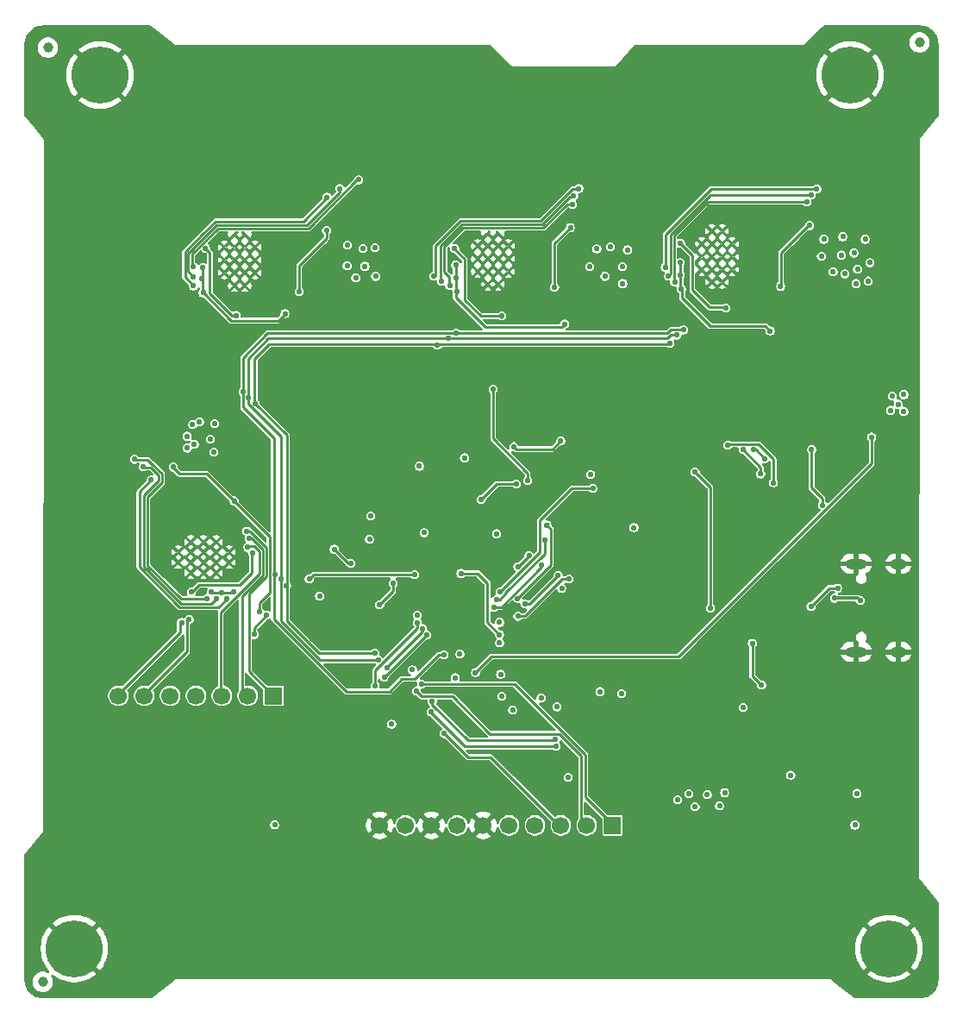
<source format=gbl>
%TF.GenerationSoftware,KiCad,Pcbnew,9.0.1*%
%TF.CreationDate,2025-04-07T21:54:30-07:00*%
%TF.ProjectId,motor_board,6d6f746f-725f-4626-9f61-72642e6b6963,1.1*%
%TF.SameCoordinates,Original*%
%TF.FileFunction,Copper,L4,Bot*%
%TF.FilePolarity,Positive*%
%FSLAX46Y46*%
G04 Gerber Fmt 4.6, Leading zero omitted, Abs format (unit mm)*
G04 Created by KiCad (PCBNEW 9.0.1) date 2025-04-07 21:54:30*
%MOMM*%
%LPD*%
G01*
G04 APERTURE LIST*
%TA.AperFunction,ComponentPad*%
%ADD10C,5.600000*%
%TD*%
%TA.AperFunction,ComponentPad*%
%ADD11O,2.100000X1.000000*%
%TD*%
%TA.AperFunction,ComponentPad*%
%ADD12O,1.600000X1.000000*%
%TD*%
%TA.AperFunction,ComponentPad*%
%ADD13C,0.300000*%
%TD*%
%TA.AperFunction,ComponentPad*%
%ADD14R,1.700000X1.700000*%
%TD*%
%TA.AperFunction,ComponentPad*%
%ADD15C,1.700000*%
%TD*%
%TA.AperFunction,ComponentPad*%
%ADD16C,0.600000*%
%TD*%
%TA.AperFunction,SMDPad,CuDef*%
%ADD17C,1.000000*%
%TD*%
%TA.AperFunction,ViaPad*%
%ADD18C,0.584200*%
%TD*%
%TA.AperFunction,ViaPad*%
%ADD19C,0.600000*%
%TD*%
%TA.AperFunction,Conductor*%
%ADD20C,0.234950*%
%TD*%
%TA.AperFunction,Conductor*%
%ADD21C,0.313400*%
%TD*%
%TA.AperFunction,Conductor*%
%ADD22C,0.279400*%
%TD*%
%TA.AperFunction,Conductor*%
%ADD23C,0.271780*%
%TD*%
G04 APERTURE END LIST*
D10*
%TO.P,H1,1,1*%
%TO.N,GND*%
X105946000Y-57564100D03*
%TD*%
%TO.P,H2,1,1*%
%TO.N,GND*%
X103426000Y-143294000D03*
%TD*%
%TO.P,H3,1,1*%
%TO.N,GND*%
X183426100Y-143294100D03*
%TD*%
%TO.P,H4,1,1*%
%TO.N,GND*%
X179606000Y-57564000D03*
%TD*%
D11*
%TO.P,J13,S1,SHIELD*%
%TO.N,GND*%
X180235000Y-114170000D03*
D12*
X184375000Y-114170000D03*
D11*
X180235000Y-105530000D03*
D12*
X184375000Y-105530000D03*
%TD*%
D13*
%TO.P,U9,41,Thermal_Pad*%
%TO.N,GND*%
X117366637Y-103383363D03*
X116116637Y-103383363D03*
X114866637Y-103383363D03*
X118616637Y-104383363D03*
X117366637Y-104383363D03*
X116116637Y-104383363D03*
X114866637Y-104383363D03*
X113616637Y-104383363D03*
X118616637Y-105383363D03*
X117366637Y-105383363D03*
X116116637Y-105383363D03*
X114866637Y-105383363D03*
X113616637Y-105383363D03*
X117366637Y-106383363D03*
X116116637Y-106383363D03*
X114866637Y-106383363D03*
%TD*%
D14*
%TO.P,J7,1,Pin_1*%
%TO.N,FGOUT_4*%
X122996637Y-118483363D03*
D15*
%TO.P,J7,2,Pin_2*%
%TO.N,PWM_4*%
X120456637Y-118483363D03*
%TO.P,J7,3,Pin_3*%
%TO.N,BRAKE_4*%
X117916637Y-118483363D03*
%TO.P,J7,4,Pin_4*%
%TO.N,nSCS_4*%
X115376637Y-118483363D03*
%TO.P,J7,5,Pin_5*%
%TO.N,DRVOFF_4*%
X112836637Y-118483363D03*
%TO.P,J7,6,Pin_6*%
%TO.N,nSLEEP_4*%
X110296637Y-118483363D03*
%TO.P,J7,7,Pin_7*%
%TO.N,nFAULT_4*%
X107756637Y-118483363D03*
%TD*%
D13*
%TO.P,U6,41,Thermal_Pad*%
%TO.N,GND*%
X146047132Y-76826933D03*
X146047132Y-75576933D03*
X146047132Y-74326933D03*
X145047132Y-78076933D03*
X145047132Y-76826933D03*
X145047132Y-75576933D03*
X145047132Y-74326933D03*
X145047132Y-73076933D03*
X144047132Y-78076933D03*
X144047132Y-76826933D03*
X144047132Y-75576933D03*
X144047132Y-74326933D03*
X144047132Y-73076933D03*
X143047132Y-76826933D03*
X143047132Y-75576933D03*
X143047132Y-74326933D03*
%TD*%
%TO.P,U1,41,Thermal_Pad*%
%TO.N,GND*%
X168047132Y-76626933D03*
X168047132Y-75376933D03*
X168047132Y-74126933D03*
X167047132Y-77876933D03*
X167047132Y-76626933D03*
X167047132Y-75376933D03*
X167047132Y-74126933D03*
X167047132Y-72876933D03*
X166047132Y-77876933D03*
X166047132Y-76626933D03*
X166047132Y-75376933D03*
X166047132Y-74126933D03*
X166047132Y-72876933D03*
X165047132Y-76626933D03*
X165047132Y-75376933D03*
X165047132Y-74126933D03*
%TD*%
%TO.P,U8,41,Thermal_Pad*%
%TO.N,GND*%
X121172132Y-76951933D03*
X121172132Y-75701933D03*
X121172132Y-74451933D03*
X120172132Y-78201933D03*
X120172132Y-76951933D03*
X120172132Y-75701933D03*
X120172132Y-74451933D03*
X120172132Y-73201933D03*
X119172132Y-78201933D03*
X119172132Y-76951933D03*
X119172132Y-75701933D03*
X119172132Y-74451933D03*
X119172132Y-73201933D03*
X118172132Y-76951933D03*
X118172132Y-75701933D03*
X118172132Y-74451933D03*
%TD*%
D16*
%TO.P,U2,81,GND*%
%TO.N,GND*%
X142277433Y-109290567D03*
X141144100Y-109290567D03*
X140010767Y-109290567D03*
X142277433Y-110423900D03*
X141144100Y-110423900D03*
X140010767Y-110423900D03*
X142277433Y-111557233D03*
X141144100Y-111557233D03*
X140010767Y-111557233D03*
%TD*%
D17*
%TO.P,REF1B,*%
%TO.N,*%
X186436000Y-54356000D03*
%TD*%
%TO.P,REF2B,*%
%TO.N,*%
X100838000Y-54864000D03*
%TD*%
%TO.P,REF3B,*%
%TO.N,*%
X100330000Y-146558000D03*
%TD*%
D14*
%TO.P,J5,1,Pin_1*%
%TO.N,MOTOR_EN*%
X156282000Y-131200000D03*
D15*
%TO.P,J5,2,Pin_2*%
%TO.N,MOTOR_PGOOD*%
X153742000Y-131200000D03*
%TO.P,J5,3,Pin_3*%
%TO.N,MOTOR_Tx*%
X151202000Y-131200000D03*
%TO.P,J5,4,Pin_4*%
%TO.N,MOTOR_Rx*%
X148662000Y-131200000D03*
%TO.P,J5,5,Pin_5*%
%TO.N,VBATT_SENSE*%
X146122000Y-131200000D03*
%TO.P,J5,6,Pin_6*%
%TO.N,GND*%
X143582000Y-131200000D03*
%TO.P,J5,7,Pin_7*%
%TO.N,VBATT_SENSE*%
X141042000Y-131200000D03*
%TO.P,J5,8,Pin_8*%
%TO.N,GND*%
X138502000Y-131200000D03*
%TO.P,J5,9,Pin_9*%
%TO.N,VBATT_SENSE*%
X135962000Y-131200000D03*
%TO.P,J5,10,Pin_10*%
%TO.N,GND*%
X133422000Y-131200000D03*
%TD*%
D18*
%TO.N,GND*%
X182594100Y-126973900D03*
D19*
X124866587Y-93048519D03*
X124866587Y-94438419D03*
D18*
X152219100Y-79848900D03*
X139594100Y-66973900D03*
X122922132Y-71248900D03*
X172994100Y-115673900D03*
X162897132Y-85276933D03*
X172997132Y-79326933D03*
X174944100Y-104423900D03*
X125113605Y-108511395D03*
X137598100Y-137011900D03*
X122947132Y-87101933D03*
X147294100Y-86973900D03*
X169344100Y-100073900D03*
X129694100Y-116673900D03*
X147524100Y-141383900D03*
X167308776Y-103488576D03*
X177794100Y-64473900D03*
X129700000Y-109400000D03*
X168094100Y-97973900D03*
X129819100Y-93223900D03*
X118922131Y-70970869D03*
X114894100Y-64173900D03*
X161494100Y-64473900D03*
X114847132Y-81726933D03*
X150044100Y-139973900D03*
X167794100Y-122573900D03*
X155994100Y-64673900D03*
X160294100Y-110973900D03*
X141694100Y-120773900D03*
X157494100Y-119973900D03*
X137904100Y-144063900D03*
X172094100Y-101823900D03*
X161894100Y-98973900D03*
X154794100Y-103173900D03*
X156194100Y-123073900D03*
X137994100Y-77073900D03*
X117847132Y-87026933D03*
X138794100Y-100373900D03*
X119222132Y-88101933D03*
X172703675Y-94621915D03*
X177694100Y-65673900D03*
X135894100Y-119673900D03*
X172569100Y-85948900D03*
X119659967Y-101966828D03*
X139214100Y-145453900D03*
X111424980Y-102062309D03*
X151494100Y-118273900D03*
X171300000Y-114700000D03*
X174394100Y-88698900D03*
X168344100Y-99823900D03*
X150494100Y-110173900D03*
X175644100Y-90223900D03*
X148044100Y-69548900D03*
X143666577Y-70365643D03*
X175700000Y-115750000D03*
X170447132Y-77126933D03*
X182394100Y-102673900D03*
X125263605Y-107686395D03*
X126744100Y-96073900D03*
X128594100Y-79873900D03*
X165344100Y-102823900D03*
X128544100Y-105798900D03*
X169794100Y-121973900D03*
X179694100Y-103973900D03*
X107563605Y-93386395D03*
X127790425Y-136820000D03*
X144294100Y-100373900D03*
X120594100Y-123873900D03*
X125213605Y-101086395D03*
X131519100Y-105648900D03*
X126800000Y-112900000D03*
X180994100Y-93673900D03*
X131194100Y-65973900D03*
X115747132Y-75226933D03*
X169997132Y-78276933D03*
X128621575Y-131138400D03*
X113694100Y-77473900D03*
X147200000Y-125700000D03*
X126894100Y-82073900D03*
X118072112Y-95733177D03*
X114794100Y-66773900D03*
X167594100Y-121373900D03*
X140744100Y-141348900D03*
X123347132Y-77201933D03*
X149144100Y-127623900D03*
X164044100Y-118723900D03*
X175500000Y-117600000D03*
X125938605Y-101936395D03*
X122194100Y-66073900D03*
X155594100Y-137673900D03*
X175194100Y-105673900D03*
X177144100Y-91923900D03*
X148019100Y-71198900D03*
X161197132Y-79626933D03*
X165822132Y-70558733D03*
X144094100Y-119873900D03*
X146894100Y-66473900D03*
X115684967Y-108391828D03*
X170536575Y-104031425D03*
X139494100Y-64773900D03*
X117749736Y-101214769D03*
X111427415Y-104109276D03*
X147794100Y-78823900D03*
X173097132Y-81676933D03*
X161494100Y-66173900D03*
X155694100Y-66373900D03*
X164719100Y-88173900D03*
X162972132Y-74913333D03*
X147894100Y-121373900D03*
X127381955Y-105107551D03*
X146969100Y-115348900D03*
X169597132Y-71251933D03*
X140794100Y-120673900D03*
X180994100Y-97873900D03*
X137119100Y-91498900D03*
X171600000Y-110900000D03*
X106324980Y-109962309D03*
X122349980Y-109737309D03*
X148394100Y-139573900D03*
X126938605Y-103186395D03*
X177432000Y-106562000D03*
X166344100Y-88823900D03*
X111442517Y-105609278D03*
X128200000Y-113790425D03*
X164594100Y-89573900D03*
X163844100Y-104173900D03*
X172544100Y-103423900D03*
X150694100Y-87373900D03*
X166397132Y-85426933D03*
X162094100Y-94873900D03*
X112524980Y-101262309D03*
X176544100Y-102773900D03*
X167694100Y-123973900D03*
X131094100Y-64473900D03*
X170522132Y-72101933D03*
X148065279Y-77052721D03*
X174572132Y-72176933D03*
X166294100Y-118973900D03*
X164994100Y-124148900D03*
X133550000Y-113600000D03*
X107524980Y-109962309D03*
X164794100Y-119473900D03*
X129500000Y-136800000D03*
X133794100Y-111673900D03*
X150094100Y-141773900D03*
X169576700Y-125200900D03*
X121946968Y-122903032D03*
X120422132Y-70979965D03*
X106563605Y-93286395D03*
X142594100Y-128073900D03*
X158344100Y-85873900D03*
X149569100Y-70048900D03*
X143394100Y-86173900D03*
X122694100Y-69673900D03*
X158994100Y-109773900D03*
X141794100Y-100423900D03*
X131772132Y-87726933D03*
X180047132Y-84176933D03*
X140317426Y-75297392D03*
X150794100Y-117273900D03*
X152144100Y-80823900D03*
X145116577Y-70365643D03*
X123022132Y-79051933D03*
X139819100Y-87323900D03*
X160547132Y-76626933D03*
X175694100Y-84073900D03*
X167297132Y-70558733D03*
X152694100Y-109973900D03*
X151094100Y-115873900D03*
%TO.N,3.3V*%
X137794100Y-102473900D03*
X132544100Y-100848900D03*
X145194100Y-111273900D03*
X158394100Y-101973900D03*
X154144100Y-96773900D03*
X150844100Y-119573900D03*
X140834525Y-116717233D03*
X149269100Y-118698900D03*
X134594100Y-121273900D03*
X146584000Y-94034000D03*
X144894100Y-102573900D03*
X145194100Y-113273900D03*
X137319100Y-95948900D03*
X134750000Y-107450000D03*
X155044100Y-118073900D03*
X151200000Y-93450000D03*
X157194100Y-118273900D03*
X127516637Y-108683363D03*
X151944100Y-126473900D03*
X146469100Y-119898900D03*
X133406600Y-109561400D03*
X151294100Y-107923900D03*
X169094046Y-119612900D03*
X136631050Y-115936950D03*
X145294100Y-116373900D03*
X141744100Y-95123900D03*
X123100000Y-131141400D03*
X145394100Y-118523900D03*
X132419100Y-103123900D03*
%TO.N,SWCLK*%
X137100000Y-111314325D03*
X132979424Y-117509224D03*
%TO.N,SWDIO*%
X134119100Y-115723900D03*
X137610324Y-111889676D03*
%TO.N,VBATT*%
X117136375Y-94575914D03*
X178747132Y-75226933D03*
X176797132Y-75326933D03*
X157244100Y-76373900D03*
X184894100Y-88923900D03*
X177947132Y-76876933D03*
X157744100Y-74723900D03*
X155544100Y-77323900D03*
X130222132Y-76276933D03*
X173794100Y-126273900D03*
X181397132Y-77776933D03*
X167294100Y-127973900D03*
X131972132Y-76326933D03*
X132972132Y-74476933D03*
X180347132Y-76626933D03*
X180197132Y-78026933D03*
X154744100Y-74623900D03*
X184894100Y-90573900D03*
X114520724Y-93011782D03*
X179097132Y-77076933D03*
X154044100Y-76373900D03*
X180094100Y-131173900D03*
X115220724Y-93811782D03*
X183744100Y-89073900D03*
X179997132Y-75026933D03*
X165594100Y-128173900D03*
X115048592Y-91865914D03*
X184344100Y-89873900D03*
X178897132Y-73426933D03*
X183594100Y-90473900D03*
X156094100Y-74423900D03*
X163794100Y-128073900D03*
X181547132Y-75976933D03*
X177047132Y-73676933D03*
X116800000Y-93300000D03*
X181097132Y-73676933D03*
X166794100Y-129273900D03*
X115720724Y-91586782D03*
X114523592Y-94165914D03*
X117200000Y-91786782D03*
X157294100Y-78023900D03*
X180280700Y-128060500D03*
X162694100Y-128673900D03*
X164394100Y-129373900D03*
X130272132Y-74226933D03*
X131072132Y-77476933D03*
X131772132Y-74576933D03*
X133022132Y-77326933D03*
%TO.N,USB_D+*%
X178100000Y-108900000D03*
X180616000Y-109136000D03*
%TO.N,Net-(U5-VREG5)*%
X170019100Y-113323900D03*
X170921710Y-117440012D03*
%TO.N,Net-(U7B-+)*%
X175844100Y-94323900D03*
X176894100Y-99773900D03*
%TO.N,USB_CC2*%
X175772000Y-109702000D03*
X178390000Y-107910000D03*
%TO.N,/Motors/individual_motor_1/AVDD*%
X167416300Y-80407765D03*
X162969100Y-74073900D03*
%TO.N,+1V1*%
X141294100Y-114373900D03*
X137094100Y-110573900D03*
X141394100Y-106473900D03*
X145194100Y-112473900D03*
%TO.N,SCL_PWR*%
X150691754Y-122765244D03*
X138584525Y-119073900D03*
%TO.N,SDA_PWR*%
X138494100Y-120073900D03*
X150719100Y-123448900D03*
%TO.N,/Avionics/RUN*%
X133854424Y-116634224D03*
X138018200Y-112500000D03*
%TO.N,/Avionics/FLASH_CS*%
X145258501Y-108267989D03*
X154344100Y-98123900D03*
%TO.N,3V3_RESET*%
X164394100Y-96523900D03*
X165894100Y-109873900D03*
%TO.N,WATCHDOG_FEED*%
X142825000Y-116200000D03*
X181750000Y-93100000D03*
%TO.N,/Avionics/FLASH_IO2*%
X146952075Y-108915925D03*
X149844100Y-101723900D03*
%TO.N,/Avionics/FLASH_SCK*%
X150945327Y-106675127D03*
X147694100Y-109473900D03*
%TO.N,/Avionics/FLASH_MOSI*%
X144644100Y-109773900D03*
X149344100Y-105623900D03*
%TO.N,/Avionics/FLASH_MISO*%
X144894100Y-109023900D03*
X149644100Y-103223900D03*
%TO.N,/Avionics/FLASH_IO3*%
X151994100Y-107023900D03*
X146994100Y-110673900D03*
%TO.N,Net-(U7C-+)*%
X170831599Y-96711399D03*
X169094100Y-94323900D03*
%TO.N,Net-(R82-Pad1)*%
X172094100Y-97573900D03*
X167594100Y-93873900D03*
%TO.N,/Watchdog/WD_Vcc*%
X170094100Y-94323900D03*
X171219100Y-95198900D03*
%TO.N,/Motors/individual_motor_1/V_BK*%
X175622132Y-72326933D03*
X172797132Y-78276933D03*
%TO.N,/Motors/individual_motor_2/AVDD*%
X140779424Y-74588576D03*
X145394100Y-81173900D03*
%TO.N,/Motors/individual_motor_2/V_BK*%
X150594100Y-78373900D03*
X152144100Y-72523900D03*
%TO.N,/Motors/individual_motor_3/AVDD*%
X119322132Y-81151933D03*
X116323966Y-74550099D03*
%TO.N,/Motors/individual_motor_3/V_BK*%
X128197132Y-72801933D03*
X125522132Y-78826933D03*
%TO.N,/Motors/individual_motor_4/AVDD*%
X120924980Y-104462309D03*
X114909967Y-108316828D03*
%TO.N,MOTOR_EN*%
X137520834Y-117350000D03*
%TO.N,MOTOR_PGOOD*%
X137011259Y-118025995D03*
%TO.N,MOTOR_Tx*%
X139761754Y-122188246D03*
%TO.N,/Motors/individual_motor_2/HNX*%
X140994100Y-78823900D03*
X140894100Y-77423900D03*
X140894100Y-76223900D03*
X151569100Y-81998900D03*
%TO.N,SDO0*%
X121197132Y-89801933D03*
X132950000Y-114300000D03*
X161897132Y-83876933D03*
X139094100Y-84073900D03*
X124263605Y-107650489D03*
%TO.N,nFAULT_1*%
X146850000Y-97700000D03*
X143400000Y-99200000D03*
%TO.N,PWM_1*%
X148083774Y-104722068D03*
X146985233Y-105820608D03*
%TO.N,SCLK0*%
X163247132Y-82576933D03*
X123100000Y-106567964D03*
X139750000Y-114450000D03*
X140944100Y-82914325D03*
X119997132Y-88651933D03*
%TO.N,SDI0*%
X120547132Y-89251933D03*
X123704030Y-107041289D03*
X162597132Y-83076933D03*
X133273676Y-114973676D03*
X140200000Y-83423900D03*
%TO.N,nFAULT_4*%
X113963605Y-111286395D03*
%TO.N,nSLEEP_4*%
X114700000Y-111000000D03*
%TO.N,PWM_4*%
X120593845Y-103056154D03*
%TO.N,BRAKE_4*%
X120470487Y-103907816D03*
%TO.N,nSCS_4*%
X136850000Y-106600000D03*
X121124980Y-112462309D03*
X122324980Y-110562309D03*
X126494166Y-107013950D03*
%TO.N,nSCS_2*%
X147950000Y-97350000D03*
X144550000Y-88400000D03*
%TO.N,FGOUT_4*%
X128950000Y-104105475D03*
X130600000Y-105500000D03*
X120376497Y-102313826D03*
%TO.N,/Motors/individual_motor_1/HPC*%
X162397132Y-77876933D03*
X175372132Y-70026933D03*
%TO.N,/Motors/individual_motor_1/HPB*%
X175772132Y-69326933D03*
X161787557Y-77276933D03*
%TO.N,/Motors/individual_motor_1/HPA*%
X161452607Y-76405985D03*
X176347132Y-68751933D03*
%TO.N,/Motors/individual_motor_2/HPB*%
X152469100Y-69423900D03*
X139494100Y-77798900D03*
%TO.N,/Motors/individual_motor_2/HPC*%
X152344100Y-70248900D03*
X140294100Y-78223900D03*
%TO.N,/Motors/individual_motor_2/HPA*%
X138744100Y-77273900D03*
X152969100Y-68698900D03*
%TO.N,/Motors/individual_motor_3/HPB*%
X115137300Y-77334296D03*
X129497132Y-68711308D03*
%TO.N,/Motors/individual_motor_3/HPA*%
X115137300Y-76401652D03*
X131341332Y-67846133D03*
%TO.N,/Motors/individual_motor_3/HPC*%
X128247132Y-69551933D03*
X115137301Y-78257412D03*
%TO.N,/Motors/individual_motor_4/HPB*%
X117359967Y-108916828D03*
X110200142Y-96012309D03*
%TO.N,/Motors/individual_motor_4/HPA*%
X109334967Y-95262309D03*
X116473592Y-108940914D03*
%TO.N,/Motors/individual_motor_4/HPC*%
X118369542Y-108982253D03*
X110982149Y-97309491D03*
%TO.N,/Motors/individual_motor_4/V_BK*%
X113154080Y-96037309D03*
X119134967Y-99366828D03*
X121624980Y-110262309D03*
%TO.N,/Motors/individual_motor_1/HNX*%
X162947132Y-75976933D03*
X163047132Y-78576933D03*
X162947132Y-77176933D03*
X171769100Y-82673900D03*
%TO.N,/Motors/individual_motor_3/HNX*%
X116073648Y-78926934D03*
X124122132Y-80976933D03*
X115973648Y-77526934D03*
X116060181Y-76442358D03*
%TO.N,/Motors/individual_motor_4/HNX*%
X117898592Y-108340914D03*
X119084967Y-108291828D03*
X116873592Y-108290914D03*
%TD*%
D20*
%TO.N,3.3V*%
X146584000Y-94034000D02*
X146823900Y-94273900D01*
X134750000Y-108218000D02*
X133406600Y-109561400D01*
X146823900Y-94273900D02*
X150376100Y-94273900D01*
X150376100Y-94273900D02*
X151200000Y-93450000D01*
X134750000Y-107450000D02*
X134750000Y-108218000D01*
%TO.N,SWCLK*%
X132979424Y-115988576D02*
X132979424Y-117509224D01*
X137100000Y-111868000D02*
X132979424Y-115988576D01*
X137100000Y-111314325D02*
X137100000Y-111868000D01*
%TO.N,SWDIO*%
X134119100Y-115723900D02*
X134119100Y-115648900D01*
X137610324Y-111889676D02*
X137610324Y-112157676D01*
X137610324Y-112157676D02*
X137519100Y-112248900D01*
X134119100Y-115648900D02*
X137594100Y-112173900D01*
D21*
%TO.N,USB_D+*%
X180380000Y-108900000D02*
X180616000Y-109136000D01*
X178100000Y-108900000D02*
X180380000Y-108900000D01*
D22*
%TO.N,Net-(U5-VREG5)*%
X170019100Y-116537402D02*
X170019100Y-113323900D01*
X170921710Y-117440012D02*
X170019100Y-116537402D01*
D23*
%TO.N,Net-(U7B-+)*%
X175844100Y-98073900D02*
X175844100Y-94323900D01*
X176894100Y-99773900D02*
X176894100Y-99123900D01*
X176894100Y-99123900D02*
X175844100Y-98073900D01*
%TO.N,USB_CC2*%
X178390000Y-107910000D02*
X177564000Y-107910000D01*
X177564000Y-107910000D02*
X175772000Y-109702000D01*
D20*
%TO.N,/Motors/individual_motor_1/AVDD*%
X165824932Y-80379732D02*
X167438268Y-80379732D01*
X162969100Y-74073900D02*
X164119100Y-75223900D01*
X164119100Y-78673900D02*
X165824932Y-80379732D01*
X164119100Y-75223900D02*
X164119100Y-78673900D01*
D22*
%TO.N,+1V1*%
X145194100Y-112473900D02*
X144000000Y-111279800D01*
X143073900Y-106473900D02*
X141394100Y-106473900D01*
X144000000Y-107400000D02*
X143073900Y-106473900D01*
X144000000Y-111279800D02*
X144000000Y-107400000D01*
D23*
%TO.N,SCL_PWR*%
X142094100Y-122873900D02*
X150583098Y-122873900D01*
X150583098Y-122873900D02*
X150691754Y-122765244D01*
X138584525Y-119073900D02*
X138584525Y-119364325D01*
X138584525Y-119364325D02*
X142094100Y-122873900D01*
%TO.N,SDA_PWR*%
X138494100Y-120173900D02*
X141769100Y-123448900D01*
X138494100Y-120073900D02*
X138494100Y-120173900D01*
X141769100Y-123448900D02*
X150719100Y-123448900D01*
D20*
%TO.N,/Avionics/RUN*%
X138018200Y-112549800D02*
X138018200Y-112500000D01*
X133854424Y-116634224D02*
X133933776Y-116634224D01*
X133933776Y-116634224D02*
X138018200Y-112549800D01*
%TO.N,/Avionics/FLASH_CS*%
X149134525Y-101283475D02*
X149719100Y-100698900D01*
X149134525Y-103434973D02*
X149134525Y-101283475D01*
X149144100Y-104382390D02*
X149144100Y-103444548D01*
X145258501Y-108267989D02*
X149144100Y-104382390D01*
X149144100Y-103444548D02*
X149134525Y-103434973D01*
X152294100Y-98123900D02*
X154344100Y-98123900D01*
X149719100Y-100698900D02*
X152294100Y-98123900D01*
%TO.N,3V3_RESET*%
X165894100Y-98023900D02*
X165894100Y-109873900D01*
X164394100Y-96523900D02*
X165894100Y-98023900D01*
%TO.N,WATCHDOG_FEED*%
X142825000Y-116200000D02*
X144400000Y-114625000D01*
X162765063Y-114625000D02*
X181750000Y-95640063D01*
X144400000Y-114625000D02*
X162765063Y-114625000D01*
X181750000Y-95640063D02*
X181750000Y-93100000D01*
%TO.N,/Avionics/FLASH_IO2*%
X150244100Y-105623900D02*
X146952075Y-108915925D01*
X149844100Y-101723900D02*
X149944100Y-101623900D01*
X149844100Y-101723900D02*
X150244100Y-102123900D01*
X150244100Y-102123900D02*
X150244100Y-105623900D01*
%TO.N,/Avionics/FLASH_SCK*%
X148144100Y-109473900D02*
X147694100Y-109473900D01*
X150945327Y-106675127D02*
X150942873Y-106675127D01*
X150942873Y-106675127D02*
X148144100Y-109473900D01*
%TO.N,/Avionics/FLASH_MOSI*%
X145373452Y-109773900D02*
X149344100Y-105803252D01*
X149344100Y-105803252D02*
X149344100Y-105623900D01*
X144644100Y-109773900D02*
X145373452Y-109773900D01*
%TO.N,/Avionics/FLASH_MISO*%
X149644100Y-103223900D02*
X149644100Y-104523900D01*
X145768076Y-108399924D02*
X145768076Y-108479062D01*
X145223238Y-109023900D02*
X144894100Y-109023900D01*
X149644100Y-104523900D02*
X145768076Y-108399924D01*
X149644100Y-103223900D02*
X149744100Y-103323900D01*
X145768076Y-108479062D02*
X145223238Y-109023900D01*
%TO.N,/Avionics/FLASH_IO3*%
X147667202Y-110673900D02*
X151317202Y-107023900D01*
X151317202Y-107023900D02*
X151994100Y-107023900D01*
X146994100Y-110673900D02*
X147667202Y-110673900D01*
D23*
%TO.N,Net-(U7C-+)*%
X170831599Y-96711399D02*
X170831599Y-96061399D01*
X170831599Y-96061399D02*
X169094100Y-94323900D01*
%TO.N,Net-(R82-Pad1)*%
X170631249Y-93795910D02*
X167672090Y-93795910D01*
X172094100Y-95258761D02*
X170631249Y-93795910D01*
X172094100Y-97573900D02*
X172094100Y-95258761D01*
X167672090Y-93795910D02*
X167594100Y-93873900D01*
%TO.N,/Watchdog/WD_Vcc*%
X170344100Y-94323900D02*
X171219100Y-95198900D01*
D20*
%TO.N,/Motors/individual_motor_1/V_BK*%
X172819100Y-75008475D02*
X175519100Y-72308475D01*
X172819100Y-78248900D02*
X172819100Y-75008475D01*
%TO.N,/Motors/individual_motor_2/AVDD*%
X145230173Y-81214325D02*
X143359525Y-81214325D01*
X141769100Y-79623900D02*
X141769100Y-75632604D01*
X145380173Y-81364325D02*
X145230173Y-81214325D01*
X141769100Y-75632604D02*
X140700821Y-74564325D01*
X140700821Y-74564325D02*
X140630173Y-74564325D01*
X143359525Y-81214325D02*
X141769100Y-79623900D01*
%TO.N,/Motors/individual_motor_2/V_BK*%
X152144100Y-72523900D02*
X150580173Y-74087827D01*
X150580173Y-74087827D02*
X150580173Y-78414325D01*
%TO.N,/Motors/individual_motor_3/AVDD*%
X116744100Y-74970233D02*
X116744100Y-78954770D01*
X118941263Y-81151933D02*
X119322132Y-81151933D01*
X116744100Y-78954770D02*
X118941263Y-81151933D01*
X116323966Y-74550099D02*
X116744100Y-74970233D01*
%TO.N,/Motors/individual_motor_3/V_BK*%
X128197132Y-72801933D02*
X128197132Y-73601933D01*
X128197132Y-73601933D02*
X125522132Y-76276933D01*
X125522132Y-76276933D02*
X125522132Y-78826933D01*
%TO.N,/Motors/individual_motor_4/AVDD*%
X120890425Y-106405247D02*
X119695672Y-107600000D01*
X115670672Y-107600000D02*
X114909950Y-108360722D01*
X120890425Y-104330247D02*
X120890425Y-106405247D01*
X119695672Y-107600000D02*
X115670672Y-107600000D01*
%TO.N,MOTOR_EN*%
X137520834Y-117350000D02*
X146695976Y-117350000D01*
D23*
X153600000Y-128400000D02*
X156341000Y-131141000D01*
X156341000Y-131141000D02*
X156308100Y-131173900D01*
X146719876Y-117373900D02*
X146822988Y-117477012D01*
X146822988Y-117477012D02*
X153600000Y-124254024D01*
X153600000Y-124254024D02*
X153600000Y-128400000D01*
D20*
X146695976Y-117350000D02*
X146822988Y-117477012D01*
D23*
%TO.N,MOTOR_PGOOD*%
X151057454Y-122237254D02*
X153200000Y-124379800D01*
X153200000Y-124379800D02*
X153200000Y-130658000D01*
X153200000Y-130658000D02*
X153742000Y-131200000D01*
X137011259Y-118025995D02*
X137531174Y-118545910D01*
X140566110Y-118545910D02*
X144257454Y-122237254D01*
X144257454Y-122237254D02*
X151057454Y-122237254D01*
X137531174Y-118545910D02*
X140566110Y-118545910D01*
%TO.N,MOTOR_Tx*%
X151000000Y-131200000D02*
X151202000Y-131200000D01*
D20*
X142073508Y-124500000D02*
X139761754Y-122188246D01*
X142450000Y-124500000D02*
X142073508Y-124500000D01*
D23*
X142450000Y-124500000D02*
X144300000Y-124500000D01*
X144300000Y-124500000D02*
X151000000Y-131200000D01*
X142173509Y-124500000D02*
X142450000Y-124500000D01*
D22*
%TO.N,/Motors/individual_motor_2/HNX*%
X140880173Y-78764325D02*
X140980173Y-78864325D01*
D20*
X143769100Y-82273900D02*
X140880173Y-79384973D01*
D22*
X140880173Y-76264325D02*
X140880173Y-77464325D01*
D20*
X151555173Y-82039325D02*
X151320598Y-82273900D01*
D22*
X140880173Y-78514325D02*
X140880173Y-78764325D01*
D20*
X151320598Y-82273900D02*
X143769100Y-82273900D01*
D22*
X140880173Y-77464325D02*
X140880173Y-78514325D01*
D20*
X140880173Y-79384973D02*
X140880173Y-78514325D01*
%TO.N,SDO0*%
X124300000Y-111120648D02*
X124300000Y-92904801D01*
X122541067Y-84001933D02*
X161772132Y-84001933D01*
X132950000Y-114300000D02*
X127479352Y-114300000D01*
X121144100Y-89748901D02*
X121197132Y-89801933D01*
X127479352Y-114300000D02*
X124300000Y-111120648D01*
X161772132Y-84001933D02*
X161897132Y-83876933D01*
X121144100Y-85398900D02*
X121144100Y-89748901D01*
X124300000Y-92904801D02*
X121197132Y-89801933D01*
X121172132Y-89826933D02*
X121197132Y-89801933D01*
X121144100Y-85398900D02*
X122541067Y-84001933D01*
%TO.N,nFAULT_1*%
X144900000Y-97700000D02*
X143400000Y-99200000D01*
X146850000Y-97700000D02*
X144900000Y-97700000D01*
%TO.N,PWM_1*%
X148083773Y-104722068D02*
X148083774Y-104722068D01*
X146985233Y-105820608D02*
X148083773Y-104722068D01*
%TO.N,SCLK0*%
X163247132Y-82576933D02*
X163209524Y-82539325D01*
X136859575Y-116840425D02*
X139250000Y-114450000D01*
X122378675Y-82914325D02*
X119997132Y-85295868D01*
X139250000Y-114450000D02*
X139750000Y-114450000D01*
X163209524Y-82539325D02*
X162034337Y-82539325D01*
X161659337Y-82914325D02*
X140944100Y-82914325D01*
X119997132Y-88651933D02*
X119997132Y-90197132D01*
X134376100Y-118073900D02*
X135609575Y-116840425D01*
X140944100Y-82914325D02*
X122378675Y-82914325D01*
X162034337Y-82539325D02*
X161659337Y-82914325D01*
X135609575Y-116840425D02*
X136859575Y-116840425D01*
X163269100Y-82548900D02*
X163259525Y-82539325D01*
X119997132Y-90197132D02*
X123013605Y-93213605D01*
X123013605Y-110961195D02*
X130126310Y-118073900D01*
X123013605Y-93213605D02*
X123013605Y-110961195D01*
X130126310Y-118073900D02*
X134376100Y-118073900D01*
X119997132Y-85295868D02*
X119997132Y-88651933D01*
%TO.N,SDI0*%
X123700000Y-93025449D02*
X123700000Y-107037259D01*
X161623452Y-83423900D02*
X161998452Y-83048900D01*
X123700000Y-107037259D02*
X123704030Y-107041289D01*
X122476474Y-83423900D02*
X120519100Y-85381274D01*
X120519100Y-89844549D02*
X123700000Y-93025449D01*
X140200000Y-83423900D02*
X161623452Y-83423900D01*
X120519100Y-88900000D02*
X120519100Y-89844549D01*
X161998452Y-83048900D02*
X162619100Y-83048900D01*
X120519100Y-88900000D02*
X120519100Y-89223901D01*
X127526100Y-115000000D02*
X133268000Y-115000000D01*
X123704030Y-107074563D02*
X123704030Y-111177930D01*
X120519100Y-89223901D02*
X120547132Y-89251933D01*
X123704030Y-111177930D02*
X127526100Y-115000000D01*
X140200000Y-83423900D02*
X122476474Y-83423900D01*
X120519100Y-85381274D02*
X120519100Y-88900000D01*
D23*
%TO.N,nFAULT_4*%
X113803032Y-111305247D02*
X113803032Y-112272640D01*
X113803032Y-112272640D02*
X107670425Y-118405247D01*
%TO.N,nSLEEP_4*%
X114452165Y-111043507D02*
X114500000Y-111091342D01*
X114500000Y-111091342D02*
X114500000Y-114115672D01*
X114500000Y-114115672D02*
X110210425Y-118405247D01*
D20*
%TO.N,PWM_4*%
X121920525Y-104094215D02*
X120882464Y-103056154D01*
X121920525Y-106658992D02*
X121920525Y-104094215D01*
X120370425Y-118405247D02*
X119890425Y-117925247D01*
X119890425Y-108689092D02*
X121920525Y-106658992D01*
X120882464Y-103056154D02*
X120593845Y-103056154D01*
X119890425Y-117925247D02*
X119890425Y-108689092D01*
%TO.N,BRAKE_4*%
X120586686Y-103800000D02*
X121100000Y-103800000D01*
X121576074Y-104276074D02*
X121576074Y-106529752D01*
X120435932Y-103950754D02*
X120586686Y-103800000D01*
X117830425Y-110275401D02*
X117830425Y-118405247D01*
X121576074Y-106529752D02*
X117830425Y-110275401D01*
X121100000Y-103800000D02*
X121576074Y-104276074D01*
%TO.N,nSCS_4*%
X126494166Y-107013950D02*
X126908116Y-106600000D01*
D23*
X121090425Y-112505247D02*
X121090425Y-111805247D01*
X121090425Y-111805247D02*
X122290425Y-110605247D01*
D20*
X126908116Y-106600000D02*
X136850000Y-106600000D01*
%TO.N,nSCS_2*%
X147950000Y-97350000D02*
X147950000Y-96650448D01*
X144550000Y-93250448D02*
X144550000Y-88400000D01*
X147950000Y-96650448D02*
X144550000Y-93250448D01*
%TO.N,FGOUT_4*%
X130600000Y-105500000D02*
X130344525Y-105500000D01*
X122255475Y-103955475D02*
X122255475Y-106797732D01*
X120580850Y-116075672D02*
X122910425Y-118405247D01*
X130344525Y-105500000D02*
X128950000Y-104105475D01*
X120341942Y-102356764D02*
X120656764Y-102356764D01*
X122255475Y-106797732D02*
X120580850Y-108472357D01*
X120656764Y-102356764D02*
X122255475Y-103955475D01*
X130600000Y-105500000D02*
X130600000Y-105350000D01*
X120580850Y-108472357D02*
X120580850Y-116075672D01*
%TO.N,/Motors/individual_motor_1/HPC*%
X162319100Y-77748900D02*
X162419100Y-77848900D01*
X165633027Y-70021125D02*
X162319100Y-73335052D01*
X175394100Y-69998900D02*
X175371875Y-70021125D01*
X175371875Y-70021125D02*
X165633027Y-70021125D01*
X162319100Y-73335052D02*
X162319100Y-77748900D01*
%TO.N,/Motors/individual_motor_1/HPB*%
X161984150Y-77074275D02*
X161984150Y-73196311D01*
X169394100Y-69298900D02*
X175794100Y-69298900D01*
X165881561Y-69298900D02*
X169394100Y-69298900D01*
X161984150Y-73196311D02*
X165881561Y-69298900D01*
X161809525Y-77248900D02*
X161984150Y-77074275D01*
%TO.N,/Motors/individual_motor_1/HPA*%
X165982870Y-68723900D02*
X176369100Y-68723900D01*
X161469100Y-73237670D02*
X165982870Y-68723900D01*
X161469100Y-76372477D02*
X161469100Y-73237670D01*
X161474575Y-76377952D02*
X161469100Y-76372477D01*
%TO.N,/Motors/individual_motor_2/HPB*%
X152455173Y-69464325D02*
X152134525Y-69464325D01*
X152134525Y-69464325D02*
X149365000Y-72233850D01*
X149365000Y-72233850D02*
X141486957Y-72233850D01*
X139430547Y-77564699D02*
X139605173Y-77739325D01*
X141486957Y-72233850D02*
X139430547Y-74290260D01*
X139430547Y-74290260D02*
X139430547Y-77564699D01*
%TO.N,/Motors/individual_motor_2/HPC*%
X149503740Y-72568800D02*
X141625698Y-72568800D01*
X141625698Y-72568800D02*
X139765497Y-74429001D01*
X139765497Y-76899649D02*
X140280173Y-77414325D01*
X140280173Y-77414325D02*
X140280173Y-78264325D01*
X151823640Y-70248900D02*
X149503740Y-72568800D01*
X152344100Y-70248900D02*
X151823640Y-70248900D01*
X139765497Y-74429001D02*
X139765497Y-76899649D01*
%TO.N,/Motors/individual_motor_2/HPA*%
X152385834Y-68739325D02*
X149226259Y-71898900D01*
X141348216Y-71898900D02*
X138920972Y-74326144D01*
X152955173Y-68739325D02*
X152385834Y-68739325D01*
X138920972Y-74326144D02*
X138920972Y-77314325D01*
X149226259Y-71898900D02*
X141348216Y-71898900D01*
%TO.N,/Motors/individual_motor_3/HPB*%
X114627725Y-75052001D02*
X117420876Y-72258850D01*
X115137300Y-77334296D02*
X114627725Y-76824721D01*
X129497132Y-69072443D02*
X129497132Y-68711308D01*
X114627725Y-76824721D02*
X114627725Y-75052001D01*
X117420876Y-72258850D02*
X126310725Y-72258850D01*
X126310725Y-72258850D02*
X129497132Y-69072443D01*
%TO.N,/Motors/individual_motor_3/HPA*%
X131341332Y-67846133D02*
X131197132Y-67846133D01*
X115022132Y-76286484D02*
X115137300Y-76401652D01*
X126449465Y-72593800D02*
X117559617Y-72593800D01*
X131197132Y-67846133D02*
X126449465Y-72593800D01*
X117559617Y-72593800D02*
X115022132Y-75131285D01*
X115022132Y-75131285D02*
X115022132Y-76286484D01*
%TO.N,/Motors/individual_motor_3/HPC*%
X116044100Y-73161936D02*
X114292775Y-74913261D01*
X128247132Y-69551933D02*
X128247132Y-69601933D01*
X114292775Y-77412886D02*
X115137301Y-78257412D01*
X128247132Y-69601933D02*
X125925165Y-71923900D01*
X125925165Y-71923900D02*
X117282135Y-71923900D01*
X117282135Y-71923900D02*
X116044100Y-73161936D01*
X114292775Y-74913261D02*
X114292775Y-77412886D01*
%TO.N,/Motors/individual_motor_4/HPB*%
X110165587Y-96055247D02*
X110921060Y-96055247D01*
X116850375Y-109470297D02*
X117359950Y-108960722D01*
X110290425Y-98805247D02*
X110290425Y-105841197D01*
X111700000Y-97395672D02*
X110290425Y-98805247D01*
X110921060Y-96055247D02*
X111700000Y-96834187D01*
X110290425Y-105841197D02*
X113919525Y-109470297D01*
X111700000Y-96834187D02*
X111700000Y-97395672D01*
X113919525Y-109470297D02*
X116850375Y-109470297D01*
%TO.N,/Motors/individual_motor_4/HPA*%
X113882684Y-108959766D02*
X116400412Y-108959766D01*
X112034950Y-96695446D02*
X112034950Y-97560722D01*
X110625375Y-105702457D02*
X113882684Y-108959766D01*
X111059801Y-95720297D02*
X112034950Y-96695446D01*
X109300412Y-95305247D02*
X110644750Y-95305247D01*
X110644750Y-95305247D02*
X111059801Y-95720297D01*
X112034950Y-97560722D02*
X110625375Y-98970297D01*
X110625375Y-98970297D02*
X110625375Y-105702457D01*
%TO.N,/Motors/individual_motor_4/HPC*%
X113780784Y-109805247D02*
X117590425Y-109805247D01*
X110982149Y-97317874D02*
X110982149Y-97309491D01*
X109815425Y-105839888D02*
X113780784Y-109805247D01*
X117590425Y-109805247D02*
X118369525Y-109026147D01*
X110947594Y-97352429D02*
X110982149Y-97317874D01*
X109815425Y-98476215D02*
X109815425Y-105839888D01*
X110982149Y-97309491D02*
X109815425Y-98476215D01*
%TO.N,/Motors/individual_motor_4/V_BK*%
X121590425Y-109355247D02*
X121590425Y-110305247D01*
X113750000Y-96710722D02*
X116434950Y-96710722D01*
X113119525Y-96080247D02*
X113750000Y-96710722D01*
X113254475Y-96080247D02*
X113119525Y-96080247D01*
X113309950Y-96135722D02*
X113254475Y-96080247D01*
X122590425Y-108355247D02*
X121590425Y-109355247D01*
X122590425Y-102866197D02*
X122590425Y-108355247D01*
X116434950Y-96710722D02*
X122590425Y-102866197D01*
%TO.N,/Motors/individual_motor_1/HNX*%
X171194100Y-82198900D02*
X171294100Y-82198900D01*
D22*
X165919100Y-82198900D02*
X163119100Y-79398900D01*
X171194100Y-82198900D02*
X165919100Y-82198900D01*
D20*
X171294100Y-82198900D02*
X171769100Y-82673900D01*
D22*
X162969100Y-78448900D02*
X163069100Y-78548900D01*
X163069100Y-78548900D02*
X163119100Y-78598900D01*
X163119100Y-78598900D02*
X163119100Y-79398900D01*
X162969100Y-77148900D02*
X162969100Y-78448900D01*
X162969100Y-75948900D02*
X162969100Y-77148900D01*
%TO.N,/Motors/individual_motor_3/HNX*%
X116060181Y-76442358D02*
X116060181Y-78913467D01*
D20*
X123437557Y-81661508D02*
X118808222Y-81661508D01*
X118808222Y-81661508D02*
X116073648Y-78926934D01*
X124122132Y-80976933D02*
X123437557Y-81661508D01*
D22*
X116060181Y-78913467D02*
X116073648Y-78926934D01*
D20*
%TO.N,/Motors/individual_motor_4/HNX*%
X116859950Y-108335722D02*
X116834950Y-108310722D01*
X119084950Y-108335722D02*
X116859950Y-108335722D01*
%TD*%
%TA.AperFunction,Conductor*%
%TO.N,GND*%
G36*
X140462332Y-118853985D02*
G01*
X140482974Y-118870619D01*
X143986184Y-122373829D01*
X144019669Y-122435152D01*
X144014685Y-122504844D01*
X143972813Y-122560777D01*
X143907349Y-122585194D01*
X143898503Y-122585510D01*
X142264917Y-122585510D01*
X142197878Y-122565825D01*
X142177236Y-122549191D01*
X139020253Y-119392208D01*
X138986768Y-119330885D01*
X138991752Y-119261193D01*
X138996522Y-119251071D01*
X138998824Y-119245513D01*
X138998824Y-119245511D01*
X138998826Y-119245509D01*
X139029125Y-119132433D01*
X139029125Y-119015367D01*
X139022433Y-118990392D01*
X139024096Y-118920543D01*
X139063259Y-118862681D01*
X139127487Y-118835177D01*
X139142208Y-118834300D01*
X140395293Y-118834300D01*
X140462332Y-118853985D01*
G37*
%TD.AperFunction*%
%TA.AperFunction,Conductor*%
G36*
X146573783Y-117639660D02*
G01*
X146594425Y-117656294D01*
X150675314Y-121737183D01*
X150708799Y-121798506D01*
X150703815Y-121868198D01*
X150661943Y-121924131D01*
X150596479Y-121948548D01*
X150587633Y-121948864D01*
X144428271Y-121948864D01*
X144361232Y-121929179D01*
X144340590Y-121912545D01*
X142268412Y-119840367D01*
X146024500Y-119840367D01*
X146024500Y-119957433D01*
X146043194Y-120027199D01*
X146054800Y-120070512D01*
X146113329Y-120171887D01*
X146113331Y-120171889D01*
X146113332Y-120171891D01*
X146196109Y-120254668D01*
X146196110Y-120254669D01*
X146196112Y-120254670D01*
X146297487Y-120313199D01*
X146297488Y-120313199D01*
X146297491Y-120313201D01*
X146410567Y-120343500D01*
X146410570Y-120343500D01*
X146527630Y-120343500D01*
X146527633Y-120343500D01*
X146640709Y-120313201D01*
X146742091Y-120254668D01*
X146824868Y-120171891D01*
X146883401Y-120070509D01*
X146913700Y-119957433D01*
X146913700Y-119840367D01*
X146883401Y-119727291D01*
X146878114Y-119718134D01*
X146824870Y-119625912D01*
X146824865Y-119625906D01*
X146742093Y-119543134D01*
X146742087Y-119543129D01*
X146640712Y-119484600D01*
X146640713Y-119484600D01*
X146612405Y-119477015D01*
X146527633Y-119454300D01*
X146410567Y-119454300D01*
X146325795Y-119477015D01*
X146297487Y-119484600D01*
X146196112Y-119543129D01*
X146196106Y-119543134D01*
X146113334Y-119625906D01*
X146113329Y-119625912D01*
X146054800Y-119727287D01*
X146054799Y-119727291D01*
X146024500Y-119840367D01*
X142268412Y-119840367D01*
X140893412Y-118465367D01*
X144949500Y-118465367D01*
X144949500Y-118582433D01*
X144977841Y-118688201D01*
X144979800Y-118695512D01*
X145038329Y-118796887D01*
X145038331Y-118796889D01*
X145038332Y-118796891D01*
X145121109Y-118879668D01*
X145121110Y-118879669D01*
X145121112Y-118879670D01*
X145222487Y-118938199D01*
X145222488Y-118938199D01*
X145222491Y-118938201D01*
X145335567Y-118968500D01*
X145335570Y-118968500D01*
X145452630Y-118968500D01*
X145452633Y-118968500D01*
X145565709Y-118938201D01*
X145667091Y-118879668D01*
X145749868Y-118796891D01*
X145808401Y-118695509D01*
X145838700Y-118582433D01*
X145838700Y-118465367D01*
X145808401Y-118352291D01*
X145805284Y-118346893D01*
X145749870Y-118250912D01*
X145749865Y-118250906D01*
X145667093Y-118168134D01*
X145667087Y-118168129D01*
X145565712Y-118109600D01*
X145565713Y-118109600D01*
X145556439Y-118107115D01*
X145452633Y-118079300D01*
X145335567Y-118079300D01*
X145231760Y-118107115D01*
X145222487Y-118109600D01*
X145121112Y-118168129D01*
X145121106Y-118168134D01*
X145038334Y-118250906D01*
X145038329Y-118250912D01*
X144979800Y-118352287D01*
X144979799Y-118352291D01*
X144949500Y-118465367D01*
X140893412Y-118465367D01*
X140803950Y-118375905D01*
X140803948Y-118375902D01*
X140743187Y-118315141D01*
X140743186Y-118315140D01*
X140677425Y-118277173D01*
X140677424Y-118277172D01*
X140677423Y-118277172D01*
X140661925Y-118273019D01*
X140661924Y-118273019D01*
X140604077Y-118257519D01*
X140528143Y-118257519D01*
X140520547Y-118257519D01*
X140520531Y-118257520D01*
X137701991Y-118257520D01*
X137672550Y-118248875D01*
X137642564Y-118242352D01*
X137637548Y-118238597D01*
X137634952Y-118237835D01*
X137614310Y-118221201D01*
X137492178Y-118099069D01*
X137458693Y-118037746D01*
X137455859Y-118011388D01*
X137455859Y-117967464D01*
X137455858Y-117967460D01*
X137453799Y-117959776D01*
X137451366Y-117950694D01*
X137453027Y-117880845D01*
X137492189Y-117822982D01*
X137556417Y-117795477D01*
X137571140Y-117794600D01*
X137579364Y-117794600D01*
X137579367Y-117794600D01*
X137692443Y-117764301D01*
X137793825Y-117705768D01*
X137829369Y-117670224D01*
X137843301Y-117656293D01*
X137904624Y-117622809D01*
X137930981Y-117619975D01*
X146506744Y-117619975D01*
X146573783Y-117639660D01*
G37*
%TD.AperFunction*%
%TA.AperFunction,Conductor*%
G36*
X132912358Y-115276583D02*
G01*
X132935713Y-115278767D01*
X132952340Y-115288323D01*
X132956893Y-115289660D01*
X132962429Y-115294121D01*
X132966314Y-115296354D01*
X132972223Y-115300982D01*
X133000685Y-115329444D01*
X133030653Y-115346746D01*
X133037536Y-115352137D01*
X133052974Y-115373727D01*
X133071291Y-115392937D01*
X133072981Y-115401706D01*
X133078176Y-115408971D01*
X133079491Y-115435479D01*
X133084515Y-115461544D01*
X133081195Y-115469835D01*
X133081638Y-115478755D01*
X133067580Y-115503845D01*
X133058547Y-115526409D01*
X133052542Y-115530685D01*
X133048757Y-115537439D01*
X132826496Y-115759702D01*
X132750551Y-115835646D01*
X132750550Y-115835647D01*
X132709449Y-115934873D01*
X132709449Y-117099078D01*
X132689764Y-117166117D01*
X132673130Y-117186759D01*
X132623658Y-117236230D01*
X132623653Y-117236236D01*
X132565124Y-117337611D01*
X132565123Y-117337615D01*
X132534824Y-117450691D01*
X132534824Y-117567757D01*
X132556280Y-117647834D01*
X132554618Y-117717681D01*
X132515456Y-117775543D01*
X132451228Y-117803048D01*
X132436506Y-117803925D01*
X130289500Y-117803925D01*
X130222461Y-117784240D01*
X130201819Y-117767606D01*
X127915869Y-115481656D01*
X127882384Y-115420333D01*
X127887368Y-115350641D01*
X127929240Y-115294708D01*
X127994704Y-115270291D01*
X128003550Y-115269975D01*
X132889854Y-115269975D01*
X132912358Y-115276583D01*
G37*
%TD.AperFunction*%
%TA.AperFunction,Conductor*%
G36*
X122662964Y-108767024D02*
G01*
X122718897Y-108808896D01*
X122743314Y-108874360D01*
X122743630Y-108883206D01*
X122743630Y-110075862D01*
X122723945Y-110142901D01*
X122671141Y-110188656D01*
X122601983Y-110198600D01*
X122557631Y-110183249D01*
X122496596Y-110148010D01*
X122496593Y-110148009D01*
X122487319Y-110145524D01*
X122383513Y-110117709D01*
X122266447Y-110117709D01*
X122175125Y-110142178D01*
X122105277Y-110140516D01*
X122047414Y-110101354D01*
X122035646Y-110084404D01*
X122020269Y-110057770D01*
X121980748Y-109989318D01*
X121897971Y-109906541D01*
X121896719Y-109905289D01*
X121863234Y-109843966D01*
X121860400Y-109817608D01*
X121860400Y-109518436D01*
X121880085Y-109451397D01*
X121896719Y-109430755D01*
X122531949Y-108795525D01*
X122593272Y-108762040D01*
X122662964Y-108767024D01*
G37*
%TD.AperFunction*%
%TA.AperFunction,Conductor*%
G36*
X116455506Y-107889660D02*
G01*
X116501261Y-107942464D01*
X116511205Y-108011622D01*
X116495854Y-108055975D01*
X116459292Y-108119301D01*
X116459291Y-108119305D01*
X116428992Y-108232381D01*
X116428992Y-108232383D01*
X116428992Y-108349448D01*
X116432682Y-108363219D01*
X116431019Y-108433069D01*
X116391855Y-108490931D01*
X116345003Y-108515085D01*
X116301982Y-108526613D01*
X116301979Y-108526614D01*
X116200604Y-108585143D01*
X116132274Y-108653473D01*
X116070950Y-108686957D01*
X116044593Y-108689791D01*
X115422791Y-108689791D01*
X115355752Y-108670106D01*
X115309997Y-108617302D01*
X115300053Y-108548144D01*
X115302711Y-108534858D01*
X115306935Y-108518457D01*
X115324268Y-108488437D01*
X115354567Y-108375361D01*
X115354567Y-108333553D01*
X115358487Y-108318336D01*
X115368658Y-108301279D01*
X115374252Y-108282230D01*
X115390886Y-108261588D01*
X115746180Y-107906294D01*
X115807503Y-107872809D01*
X115833861Y-107869975D01*
X116388467Y-107869975D01*
X116455506Y-107889660D01*
G37*
%TD.AperFunction*%
%TA.AperFunction,Conductor*%
G36*
X140254158Y-74424656D02*
G01*
X140310091Y-74466528D01*
X140334508Y-74531992D01*
X140334824Y-74540828D01*
X140334824Y-74647109D01*
X140363450Y-74753942D01*
X140365124Y-74760188D01*
X140423653Y-74861563D01*
X140423655Y-74861565D01*
X140423656Y-74861567D01*
X140506433Y-74944344D01*
X140506434Y-74944345D01*
X140506436Y-74944346D01*
X140607811Y-75002875D01*
X140607812Y-75002875D01*
X140607815Y-75002877D01*
X140720891Y-75033176D01*
X140736508Y-75033176D01*
X140803547Y-75052861D01*
X140824189Y-75069495D01*
X141462806Y-75708112D01*
X141496291Y-75769435D01*
X141499125Y-75795793D01*
X141499125Y-75919860D01*
X141479440Y-75986899D01*
X141426636Y-76032654D01*
X141357478Y-76042598D01*
X141293922Y-76013573D01*
X141267738Y-75981861D01*
X141266333Y-75979427D01*
X141249868Y-75950909D01*
X141167091Y-75868132D01*
X141167089Y-75868131D01*
X141167087Y-75868129D01*
X141065712Y-75809600D01*
X141065713Y-75809600D01*
X141056439Y-75807115D01*
X140952633Y-75779300D01*
X140835567Y-75779300D01*
X140731760Y-75807115D01*
X140722487Y-75809600D01*
X140621112Y-75868129D01*
X140621106Y-75868134D01*
X140538334Y-75950906D01*
X140538329Y-75950912D01*
X140479800Y-76052287D01*
X140479799Y-76052291D01*
X140449500Y-76165367D01*
X140449500Y-76282433D01*
X140477107Y-76385463D01*
X140479800Y-76395512D01*
X140538329Y-76496887D01*
X140538334Y-76496893D01*
X140551654Y-76510213D01*
X140585139Y-76571536D01*
X140587973Y-76597894D01*
X140587973Y-77040960D01*
X140568288Y-77107999D01*
X140515484Y-77153754D01*
X140446326Y-77163698D01*
X140382770Y-77134673D01*
X140376292Y-77128641D01*
X140071791Y-76824140D01*
X140038306Y-76762817D01*
X140035472Y-76736459D01*
X140035472Y-74592190D01*
X140044116Y-74562749D01*
X140050640Y-74532763D01*
X140054394Y-74527747D01*
X140055157Y-74525151D01*
X140071791Y-74504509D01*
X140123143Y-74453157D01*
X140184466Y-74419672D01*
X140254158Y-74424656D01*
G37*
%TD.AperFunction*%
%TA.AperFunction,Conductor*%
G36*
X115891215Y-74746516D02*
G01*
X115947149Y-74788387D01*
X115955268Y-74800695D01*
X115968198Y-74823090D01*
X116050975Y-74905867D01*
X116050977Y-74905868D01*
X116050978Y-74905869D01*
X116152353Y-74964398D01*
X116152354Y-74964398D01*
X116152357Y-74964400D01*
X116265433Y-74994699D01*
X116265436Y-74994699D01*
X116335402Y-74994699D01*
X116364842Y-75003343D01*
X116394829Y-75009867D01*
X116399844Y-75013621D01*
X116402441Y-75014384D01*
X116423083Y-75031018D01*
X116437806Y-75045741D01*
X116471291Y-75107064D01*
X116474125Y-75133422D01*
X116474125Y-75953194D01*
X116454440Y-76020233D01*
X116401636Y-76065988D01*
X116332478Y-76075932D01*
X116288126Y-76060581D01*
X116231797Y-76028059D01*
X116231794Y-76028058D01*
X116203975Y-76020604D01*
X116118714Y-75997758D01*
X116001648Y-75997758D01*
X115916387Y-76020604D01*
X115888568Y-76028058D01*
X115787193Y-76086587D01*
X115699593Y-76174187D01*
X115638269Y-76207671D01*
X115568578Y-76202687D01*
X115512644Y-76160815D01*
X115504525Y-76148505D01*
X115495571Y-76132997D01*
X115493068Y-76128661D01*
X115410291Y-76045884D01*
X115354107Y-76013446D01*
X115305891Y-75962879D01*
X115292107Y-75906059D01*
X115292107Y-75294474D01*
X115311792Y-75227435D01*
X115328426Y-75206793D01*
X115543987Y-74991232D01*
X115760203Y-74775015D01*
X115821524Y-74741532D01*
X115891215Y-74746516D01*
G37*
%TD.AperFunction*%
%TA.AperFunction,Conductor*%
G36*
X186510143Y-52689865D02*
G01*
X186732890Y-52704464D01*
X186748948Y-52706579D01*
X186934975Y-52743582D01*
X186963871Y-52749330D01*
X186979538Y-52753528D01*
X187132669Y-52805509D01*
X187187044Y-52823967D01*
X187202021Y-52830170D01*
X187392891Y-52924296D01*
X187398560Y-52927092D01*
X187412608Y-52935202D01*
X187594812Y-53056948D01*
X187607673Y-53066816D01*
X187712595Y-53158830D01*
X187772428Y-53211302D01*
X187783897Y-53222771D01*
X187894260Y-53348617D01*
X187928380Y-53387523D01*
X187938254Y-53400391D01*
X188059997Y-53582592D01*
X188068107Y-53596639D01*
X188165026Y-53793171D01*
X188171233Y-53808157D01*
X188241671Y-54015661D01*
X188245869Y-54031328D01*
X188288618Y-54246240D01*
X188290736Y-54262321D01*
X188305335Y-54485056D01*
X188305600Y-54493166D01*
X188305600Y-54540446D01*
X188305691Y-54541373D01*
X188318097Y-61556921D01*
X188298531Y-61623995D01*
X188290719Y-61634858D01*
X186494033Y-63868574D01*
X186494034Y-63868575D01*
X186489804Y-63873834D01*
X186469304Y-63894306D01*
X186465002Y-63904668D01*
X186457970Y-63913412D01*
X186457969Y-63913414D01*
X186451726Y-63934747D01*
X186449829Y-63941226D01*
X186438728Y-63967977D01*
X186438720Y-63979192D01*
X186435569Y-63989960D01*
X186435568Y-63989965D01*
X186437964Y-64012056D01*
X186438687Y-64025510D01*
X186389526Y-134030364D01*
X186387906Y-136337602D01*
X186385022Y-136367893D01*
X186387878Y-136377202D01*
X186387872Y-136386941D01*
X186387872Y-136386943D01*
X186387872Y-136386944D01*
X186397261Y-136409658D01*
X186399498Y-136415070D01*
X186408422Y-136444147D01*
X186414622Y-136451653D01*
X186418344Y-136460655D01*
X186435726Y-136478061D01*
X186443569Y-136486693D01*
X188178647Y-138587052D01*
X188289705Y-138721490D01*
X188317225Y-138785711D01*
X188318106Y-138800668D01*
X188305685Y-146321855D01*
X188305685Y-146321868D01*
X188305663Y-146334063D01*
X188305600Y-146334218D01*
X188305600Y-146370056D01*
X188305600Y-146370245D01*
X188305591Y-146370272D01*
X188305335Y-146378137D01*
X188290736Y-146600879D01*
X188288618Y-146616960D01*
X188245869Y-146831871D01*
X188241671Y-146847538D01*
X188171233Y-147055042D01*
X188165026Y-147070028D01*
X188068107Y-147266560D01*
X188059997Y-147280607D01*
X187938254Y-147462808D01*
X187928380Y-147475676D01*
X187783897Y-147640428D01*
X187772428Y-147651897D01*
X187607676Y-147796380D01*
X187594808Y-147806254D01*
X187412607Y-147927997D01*
X187398560Y-147936107D01*
X187202028Y-148033026D01*
X187187042Y-148039233D01*
X186979538Y-148109671D01*
X186963871Y-148113869D01*
X186748959Y-148156618D01*
X186732878Y-148158736D01*
X186510143Y-148173335D01*
X186502033Y-148173600D01*
X180097377Y-148173600D01*
X180030338Y-148153915D01*
X180020368Y-148146788D01*
X179973262Y-148109463D01*
X178613354Y-147031914D01*
X177767501Y-146361686D01*
X177761891Y-146357241D01*
X177741874Y-146337224D01*
X177730883Y-146332671D01*
X177721560Y-146325284D01*
X177721557Y-146325283D01*
X177701218Y-146319492D01*
X177701217Y-146319492D01*
X177694332Y-146317531D01*
X177668182Y-146306700D01*
X177656290Y-146306700D01*
X177644844Y-146303441D01*
X177623835Y-146305876D01*
X177609564Y-146306700D01*
X113447242Y-146306700D01*
X113418365Y-146303569D01*
X113407666Y-146306700D01*
X113396516Y-146306700D01*
X113375874Y-146315250D01*
X113363260Y-146319693D01*
X113341813Y-146325970D01*
X113332011Y-146331086D01*
X113322827Y-146337222D01*
X113307024Y-146353025D01*
X113297064Y-146361962D01*
X111063174Y-148158786D01*
X110998599Y-148185466D01*
X110985310Y-148186164D01*
X100388165Y-148173660D01*
X100388156Y-148173660D01*
X100376092Y-148173644D01*
X100375982Y-148173600D01*
X100340023Y-148173600D01*
X100340003Y-148173594D01*
X100332068Y-148173335D01*
X100109320Y-148158736D01*
X100093240Y-148156618D01*
X100071158Y-148152225D01*
X99878328Y-148113869D01*
X99862661Y-148109671D01*
X99655157Y-148039233D01*
X99640171Y-148033026D01*
X99443639Y-147936107D01*
X99429592Y-147927997D01*
X99247391Y-147806254D01*
X99234523Y-147796380D01*
X99069771Y-147651897D01*
X99058302Y-147640428D01*
X98952733Y-147520049D01*
X98913816Y-147475673D01*
X98903945Y-147462808D01*
X98891802Y-147444635D01*
X98782202Y-147280607D01*
X98774092Y-147266560D01*
X98739188Y-147195781D01*
X98677170Y-147070021D01*
X98670966Y-147055042D01*
X98600528Y-146847538D01*
X98596330Y-146831871D01*
X98561455Y-146656543D01*
X99329499Y-146656543D01*
X99367947Y-146849829D01*
X99367950Y-146849839D01*
X99443364Y-147031907D01*
X99443371Y-147031920D01*
X99552860Y-147195781D01*
X99552863Y-147195785D01*
X99692214Y-147335136D01*
X99692218Y-147335139D01*
X99856079Y-147444628D01*
X99856092Y-147444635D01*
X99916282Y-147469566D01*
X100038165Y-147520051D01*
X100038169Y-147520051D01*
X100038170Y-147520052D01*
X100231456Y-147558500D01*
X100231459Y-147558500D01*
X100428543Y-147558500D01*
X100558582Y-147532632D01*
X100621835Y-147520051D01*
X100803914Y-147444632D01*
X100967782Y-147335139D01*
X101107139Y-147195782D01*
X101216632Y-147031914D01*
X101292051Y-146849835D01*
X101330500Y-146656541D01*
X101330500Y-146459459D01*
X101330500Y-146459456D01*
X101292052Y-146266170D01*
X101292051Y-146266169D01*
X101292051Y-146266165D01*
X101234830Y-146128020D01*
X101216635Y-146084092D01*
X101216629Y-146084081D01*
X101186560Y-146039079D01*
X101165683Y-145972402D01*
X101184168Y-145905022D01*
X101236147Y-145858332D01*
X101305117Y-145847156D01*
X101368328Y-145874336D01*
X101457816Y-145947777D01*
X101457829Y-145947787D01*
X101727401Y-146127909D01*
X101727419Y-146127920D01*
X102013359Y-146280759D01*
X102013364Y-146280761D01*
X102312921Y-146404842D01*
X102623207Y-146498966D01*
X102623218Y-146498969D01*
X102941198Y-146562217D01*
X102941215Y-146562220D01*
X103263884Y-146594000D01*
X103588116Y-146594000D01*
X103910784Y-146562220D01*
X103910801Y-146562217D01*
X104228781Y-146498969D01*
X104228792Y-146498966D01*
X104539078Y-146404842D01*
X104838635Y-146280761D01*
X104838640Y-146280759D01*
X105124580Y-146127920D01*
X105124598Y-146127909D01*
X105394170Y-145947787D01*
X105394183Y-145947777D01*
X105576554Y-145798108D01*
X105576554Y-145798107D01*
X104366698Y-144588251D01*
X104468330Y-144514412D01*
X104646412Y-144336330D01*
X104720251Y-144234698D01*
X105930107Y-145444554D01*
X105930108Y-145444554D01*
X106079777Y-145262183D01*
X106079787Y-145262170D01*
X106259909Y-144992598D01*
X106259920Y-144992580D01*
X106412759Y-144706640D01*
X106412761Y-144706635D01*
X106536842Y-144407078D01*
X106630966Y-144096792D01*
X106630969Y-144096781D01*
X106694217Y-143778801D01*
X106694220Y-143778784D01*
X106726000Y-143456115D01*
X106726000Y-143131984D01*
X180126100Y-143131984D01*
X180126100Y-143456215D01*
X180157879Y-143778884D01*
X180157882Y-143778901D01*
X180221130Y-144096881D01*
X180221133Y-144096892D01*
X180315257Y-144407178D01*
X180439338Y-144706735D01*
X180439340Y-144706740D01*
X180592179Y-144992680D01*
X180592190Y-144992698D01*
X180772312Y-145262270D01*
X180772322Y-145262284D01*
X180921990Y-145444654D01*
X180921991Y-145444655D01*
X182131848Y-144234798D01*
X182205688Y-144336430D01*
X182383770Y-144514512D01*
X182485400Y-144588351D01*
X181275543Y-145798207D01*
X181275544Y-145798208D01*
X181457915Y-145947877D01*
X181457929Y-145947887D01*
X181727501Y-146128009D01*
X181727519Y-146128020D01*
X182013459Y-146280859D01*
X182013464Y-146280861D01*
X182313021Y-146404942D01*
X182623307Y-146499066D01*
X182623318Y-146499069D01*
X182941298Y-146562317D01*
X182941315Y-146562320D01*
X183263984Y-146594100D01*
X183588216Y-146594100D01*
X183910884Y-146562320D01*
X183910901Y-146562317D01*
X184228881Y-146499069D01*
X184228892Y-146499066D01*
X184539178Y-146404942D01*
X184838735Y-146280861D01*
X184838740Y-146280859D01*
X185124680Y-146128020D01*
X185124698Y-146128009D01*
X185394270Y-145947887D01*
X185394283Y-145947877D01*
X185576654Y-145798208D01*
X185576654Y-145798207D01*
X184366798Y-144588351D01*
X184468430Y-144514512D01*
X184646512Y-144336430D01*
X184720351Y-144234798D01*
X185930207Y-145444654D01*
X185930208Y-145444654D01*
X186079877Y-145262283D01*
X186079887Y-145262270D01*
X186260009Y-144992698D01*
X186260020Y-144992680D01*
X186412859Y-144706740D01*
X186412861Y-144706735D01*
X186536942Y-144407178D01*
X186631066Y-144096892D01*
X186631069Y-144096881D01*
X186694317Y-143778901D01*
X186694320Y-143778884D01*
X186726100Y-143456215D01*
X186726100Y-143131984D01*
X186694320Y-142809315D01*
X186694317Y-142809298D01*
X186631069Y-142491318D01*
X186631066Y-142491307D01*
X186536942Y-142181021D01*
X186412861Y-141881464D01*
X186412859Y-141881459D01*
X186260020Y-141595519D01*
X186260009Y-141595501D01*
X186079887Y-141325929D01*
X186079877Y-141325915D01*
X185930208Y-141143544D01*
X185930207Y-141143543D01*
X184720350Y-142353400D01*
X184646512Y-142251770D01*
X184468430Y-142073688D01*
X184366797Y-141999847D01*
X185576655Y-140789991D01*
X185576654Y-140789990D01*
X185394284Y-140640322D01*
X185394270Y-140640312D01*
X185124698Y-140460190D01*
X185124680Y-140460179D01*
X184838740Y-140307340D01*
X184838735Y-140307338D01*
X184539178Y-140183257D01*
X184228892Y-140089133D01*
X184228881Y-140089130D01*
X183910901Y-140025882D01*
X183910884Y-140025879D01*
X183588216Y-139994100D01*
X183263984Y-139994100D01*
X182941315Y-140025879D01*
X182941298Y-140025882D01*
X182623318Y-140089130D01*
X182623307Y-140089133D01*
X182313021Y-140183257D01*
X182013464Y-140307338D01*
X182013459Y-140307340D01*
X181727519Y-140460179D01*
X181727501Y-140460190D01*
X181457929Y-140640312D01*
X181457915Y-140640322D01*
X181275544Y-140789990D01*
X181275543Y-140789991D01*
X182485401Y-141999848D01*
X182383770Y-142073688D01*
X182205688Y-142251770D01*
X182131848Y-142353400D01*
X180921991Y-141143543D01*
X180921990Y-141143544D01*
X180772322Y-141325915D01*
X180772312Y-141325929D01*
X180592190Y-141595501D01*
X180592179Y-141595519D01*
X180439340Y-141881459D01*
X180439338Y-141881464D01*
X180315257Y-142181021D01*
X180221133Y-142491307D01*
X180221130Y-142491318D01*
X180157882Y-142809298D01*
X180157879Y-142809315D01*
X180126100Y-143131984D01*
X106726000Y-143131984D01*
X106726000Y-143131884D01*
X106694220Y-142809215D01*
X106694217Y-142809198D01*
X106630969Y-142491218D01*
X106630966Y-142491207D01*
X106536842Y-142180921D01*
X106412761Y-141881364D01*
X106412759Y-141881359D01*
X106259920Y-141595419D01*
X106259909Y-141595401D01*
X106079787Y-141325829D01*
X106079777Y-141325815D01*
X105930108Y-141143444D01*
X105930107Y-141143443D01*
X104720250Y-142353299D01*
X104646412Y-142251670D01*
X104468330Y-142073588D01*
X104366697Y-141999747D01*
X105576555Y-140789891D01*
X105576554Y-140789890D01*
X105394184Y-140640222D01*
X105394170Y-140640212D01*
X105124598Y-140460090D01*
X105124580Y-140460079D01*
X104838640Y-140307240D01*
X104838635Y-140307238D01*
X104539078Y-140183157D01*
X104228792Y-140089033D01*
X104228781Y-140089030D01*
X103910801Y-140025782D01*
X103910784Y-140025779D01*
X103588116Y-139994000D01*
X103263884Y-139994000D01*
X102941215Y-140025779D01*
X102941198Y-140025782D01*
X102623218Y-140089030D01*
X102623207Y-140089033D01*
X102312921Y-140183157D01*
X102013364Y-140307238D01*
X102013359Y-140307240D01*
X101727419Y-140460079D01*
X101727401Y-140460090D01*
X101457829Y-140640212D01*
X101457815Y-140640222D01*
X101275444Y-140789890D01*
X101275443Y-140789891D01*
X102485301Y-141999748D01*
X102383670Y-142073588D01*
X102205588Y-142251670D01*
X102131748Y-142353301D01*
X100921891Y-141143443D01*
X100921890Y-141143444D01*
X100772222Y-141325815D01*
X100772212Y-141325829D01*
X100592090Y-141595401D01*
X100592079Y-141595419D01*
X100439240Y-141881359D01*
X100439238Y-141881364D01*
X100315157Y-142180921D01*
X100221033Y-142491207D01*
X100221030Y-142491218D01*
X100157782Y-142809198D01*
X100157779Y-142809215D01*
X100126000Y-143131884D01*
X100126000Y-143456115D01*
X100157779Y-143778784D01*
X100157782Y-143778801D01*
X100221030Y-144096781D01*
X100221033Y-144096792D01*
X100315157Y-144407078D01*
X100439238Y-144706635D01*
X100439240Y-144706640D01*
X100592079Y-144992580D01*
X100592090Y-144992598D01*
X100772212Y-145262170D01*
X100772222Y-145262184D01*
X100950605Y-145479544D01*
X100977918Y-145543854D01*
X100966127Y-145612722D01*
X100918975Y-145664282D01*
X100851432Y-145682165D01*
X100807300Y-145672770D01*
X100621839Y-145595950D01*
X100621829Y-145595947D01*
X100428543Y-145557500D01*
X100428541Y-145557500D01*
X100231459Y-145557500D01*
X100231457Y-145557500D01*
X100038170Y-145595947D01*
X100038160Y-145595950D01*
X99856092Y-145671364D01*
X99856079Y-145671371D01*
X99692218Y-145780860D01*
X99692214Y-145780863D01*
X99552863Y-145920214D01*
X99552860Y-145920218D01*
X99443371Y-146084079D01*
X99443364Y-146084092D01*
X99367950Y-146266160D01*
X99367947Y-146266170D01*
X99329500Y-146459456D01*
X99329500Y-146459459D01*
X99329500Y-146656541D01*
X99329500Y-146656543D01*
X99329499Y-146656543D01*
X98561455Y-146656543D01*
X98553580Y-146616952D01*
X98551464Y-146600891D01*
X98536865Y-146378165D01*
X98536600Y-146370056D01*
X98536600Y-146323104D01*
X98536447Y-146321584D01*
X98501032Y-134162654D01*
X98520521Y-134095561D01*
X98528396Y-134084595D01*
X100329190Y-131845770D01*
X100349692Y-131825300D01*
X100353995Y-131814932D01*
X100361029Y-131806188D01*
X100367271Y-131784852D01*
X100371752Y-131772150D01*
X100380270Y-131751631D01*
X100382449Y-131740717D01*
X100383429Y-131729641D01*
X100383431Y-131729635D01*
X100381035Y-131707540D01*
X100380312Y-131694079D01*
X100380382Y-131600099D01*
X100380765Y-131082867D01*
X122655400Y-131082867D01*
X122655400Y-131199933D01*
X122681876Y-131298742D01*
X122685700Y-131313012D01*
X122744229Y-131414387D01*
X122744231Y-131414389D01*
X122744232Y-131414391D01*
X122827009Y-131497168D01*
X122827010Y-131497169D01*
X122827012Y-131497170D01*
X122928387Y-131555699D01*
X122928388Y-131555699D01*
X122928391Y-131555701D01*
X123041467Y-131586000D01*
X123041470Y-131586000D01*
X123158530Y-131586000D01*
X123158533Y-131586000D01*
X123271609Y-131555701D01*
X123372991Y-131497168D01*
X123455768Y-131414391D01*
X123514301Y-131313009D01*
X123544600Y-131199933D01*
X123544600Y-131093753D01*
X132072000Y-131093753D01*
X132072000Y-131306246D01*
X132105242Y-131516127D01*
X132105242Y-131516130D01*
X132170904Y-131718217D01*
X132267375Y-131907550D01*
X132306728Y-131961716D01*
X132939037Y-131329408D01*
X132956075Y-131392993D01*
X133021901Y-131507007D01*
X133114993Y-131600099D01*
X133229007Y-131665925D01*
X133292590Y-131682962D01*
X132660282Y-132315269D01*
X132660282Y-132315270D01*
X132714449Y-132354624D01*
X132903782Y-132451095D01*
X133105870Y-132516757D01*
X133315754Y-132550000D01*
X133528246Y-132550000D01*
X133738127Y-132516757D01*
X133738130Y-132516757D01*
X133940217Y-132451095D01*
X134129554Y-132354622D01*
X134183716Y-132315270D01*
X134183717Y-132315270D01*
X133551408Y-131682962D01*
X133614993Y-131665925D01*
X133729007Y-131600099D01*
X133822099Y-131507007D01*
X133887925Y-131392993D01*
X133904962Y-131329409D01*
X134537270Y-131961717D01*
X134537270Y-131961716D01*
X134576622Y-131907554D01*
X134673095Y-131718217D01*
X134738755Y-131516134D01*
X134747152Y-131463121D01*
X134777081Y-131399986D01*
X134836393Y-131363054D01*
X134906255Y-131364052D01*
X134964488Y-131402661D01*
X134991243Y-131458326D01*
X134998023Y-131492413D01*
X134998025Y-131492419D01*
X135073596Y-131674863D01*
X135073596Y-131674864D01*
X135183303Y-131839052D01*
X135183309Y-131839060D01*
X135322939Y-131978690D01*
X135322947Y-131978696D01*
X135487136Y-132088403D01*
X135487137Y-132088403D01*
X135487138Y-132088404D01*
X135669581Y-132163975D01*
X135863257Y-132202499D01*
X135863261Y-132202500D01*
X135863262Y-132202500D01*
X136060739Y-132202500D01*
X136060740Y-132202499D01*
X136254419Y-132163975D01*
X136436862Y-132088404D01*
X136436863Y-132088403D01*
X136436864Y-132088403D01*
X136518409Y-132033916D01*
X136601057Y-131978693D01*
X136740693Y-131839057D01*
X136821435Y-131718217D01*
X136850403Y-131674864D01*
X136850403Y-131674863D01*
X136850404Y-131674862D01*
X136925975Y-131492419D01*
X136932756Y-131458326D01*
X136965139Y-131396418D01*
X137025854Y-131361842D01*
X137095624Y-131365580D01*
X137152296Y-131406446D01*
X137176846Y-131463119D01*
X137185242Y-131516129D01*
X137185242Y-131516130D01*
X137250904Y-131718217D01*
X137347375Y-131907550D01*
X137386728Y-131961716D01*
X138019036Y-131329407D01*
X138036075Y-131392993D01*
X138101901Y-131507007D01*
X138194993Y-131600099D01*
X138309007Y-131665925D01*
X138372590Y-131682962D01*
X137740282Y-132315269D01*
X137740282Y-132315270D01*
X137794449Y-132354624D01*
X137983782Y-132451095D01*
X138185870Y-132516757D01*
X138395754Y-132550000D01*
X138608246Y-132550000D01*
X138818127Y-132516757D01*
X138818130Y-132516757D01*
X139020217Y-132451095D01*
X139209554Y-132354622D01*
X139263716Y-132315270D01*
X139263717Y-132315270D01*
X138631408Y-131682962D01*
X138694993Y-131665925D01*
X138809007Y-131600099D01*
X138902099Y-131507007D01*
X138967925Y-131392993D01*
X138984962Y-131329409D01*
X139617270Y-131961717D01*
X139617270Y-131961716D01*
X139656622Y-131907554D01*
X139753095Y-131718217D01*
X139818755Y-131516134D01*
X139827152Y-131463121D01*
X139857081Y-131399986D01*
X139916393Y-131363054D01*
X139986255Y-131364052D01*
X140044488Y-131402661D01*
X140071243Y-131458326D01*
X140078023Y-131492413D01*
X140078025Y-131492419D01*
X140153596Y-131674863D01*
X140153596Y-131674864D01*
X140263303Y-131839052D01*
X140263309Y-131839060D01*
X140402939Y-131978690D01*
X140402947Y-131978696D01*
X140567136Y-132088403D01*
X140567137Y-132088403D01*
X140567138Y-132088404D01*
X140749581Y-132163975D01*
X140943257Y-132202499D01*
X140943261Y-132202500D01*
X140943262Y-132202500D01*
X141140739Y-132202500D01*
X141140740Y-132202499D01*
X141334419Y-132163975D01*
X141516862Y-132088404D01*
X141516863Y-132088403D01*
X141516864Y-132088403D01*
X141598409Y-132033916D01*
X141681057Y-131978693D01*
X141820693Y-131839057D01*
X141901435Y-131718217D01*
X141930403Y-131674864D01*
X141930403Y-131674863D01*
X141930404Y-131674862D01*
X142005975Y-131492419D01*
X142012756Y-131458326D01*
X142045139Y-131396418D01*
X142105854Y-131361842D01*
X142175624Y-131365580D01*
X142232296Y-131406446D01*
X142256846Y-131463119D01*
X142265242Y-131516129D01*
X142265242Y-131516130D01*
X142330904Y-131718217D01*
X142427375Y-131907550D01*
X142466728Y-131961716D01*
X143099036Y-131329407D01*
X143116075Y-131392993D01*
X143181901Y-131507007D01*
X143274993Y-131600099D01*
X143389007Y-131665925D01*
X143452590Y-131682962D01*
X142820282Y-132315269D01*
X142820282Y-132315270D01*
X142874449Y-132354624D01*
X143063782Y-132451095D01*
X143265870Y-132516757D01*
X143475754Y-132550000D01*
X143688246Y-132550000D01*
X143898127Y-132516757D01*
X143898130Y-132516757D01*
X144100217Y-132451095D01*
X144289554Y-132354622D01*
X144343716Y-132315270D01*
X144343717Y-132315270D01*
X143711408Y-131682962D01*
X143774993Y-131665925D01*
X143889007Y-131600099D01*
X143982099Y-131507007D01*
X144047925Y-131392993D01*
X144064962Y-131329408D01*
X144697270Y-131961717D01*
X144697270Y-131961716D01*
X144736622Y-131907554D01*
X144833095Y-131718217D01*
X144898755Y-131516134D01*
X144907152Y-131463121D01*
X144937081Y-131399986D01*
X144996393Y-131363054D01*
X145066255Y-131364052D01*
X145124488Y-131402661D01*
X145151243Y-131458326D01*
X145158023Y-131492413D01*
X145158025Y-131492419D01*
X145233596Y-131674863D01*
X145233596Y-131674864D01*
X145343303Y-131839052D01*
X145343309Y-131839060D01*
X145482939Y-131978690D01*
X145482947Y-131978696D01*
X145647136Y-132088403D01*
X145647137Y-132088403D01*
X145647138Y-132088404D01*
X145829581Y-132163975D01*
X146023257Y-132202499D01*
X146023261Y-132202500D01*
X146023262Y-132202500D01*
X146220739Y-132202500D01*
X146220740Y-132202499D01*
X146414419Y-132163975D01*
X146596862Y-132088404D01*
X146596863Y-132088403D01*
X146596864Y-132088403D01*
X146678409Y-132033916D01*
X146761057Y-131978693D01*
X146900693Y-131839057D01*
X146981435Y-131718217D01*
X147010403Y-131674864D01*
X147010403Y-131674863D01*
X147010404Y-131674862D01*
X147085975Y-131492419D01*
X147124500Y-131298738D01*
X147124500Y-131101262D01*
X147124499Y-131101257D01*
X147659500Y-131101257D01*
X147659500Y-131298742D01*
X147698023Y-131492411D01*
X147698025Y-131492419D01*
X147773596Y-131674863D01*
X147773596Y-131674864D01*
X147883303Y-131839052D01*
X147883309Y-131839060D01*
X148022939Y-131978690D01*
X148022947Y-131978696D01*
X148187136Y-132088403D01*
X148187137Y-132088403D01*
X148187138Y-132088404D01*
X148369581Y-132163975D01*
X148563257Y-132202499D01*
X148563261Y-132202500D01*
X148563262Y-132202500D01*
X148760739Y-132202500D01*
X148760740Y-132202499D01*
X148954419Y-132163975D01*
X149136862Y-132088404D01*
X149136863Y-132088403D01*
X149136864Y-132088403D01*
X149218409Y-132033916D01*
X149301057Y-131978693D01*
X149440693Y-131839057D01*
X149521435Y-131718217D01*
X149550403Y-131674864D01*
X149550403Y-131674863D01*
X149550404Y-131674862D01*
X149625975Y-131492419D01*
X149664500Y-131298738D01*
X149664500Y-131101262D01*
X149625975Y-130907581D01*
X149550404Y-130725138D01*
X149550403Y-130725136D01*
X149550403Y-130725135D01*
X149440696Y-130560947D01*
X149440690Y-130560939D01*
X149301060Y-130421309D01*
X149301052Y-130421303D01*
X149136863Y-130311596D01*
X148954419Y-130236025D01*
X148954411Y-130236023D01*
X148760742Y-130197500D01*
X148760738Y-130197500D01*
X148563262Y-130197500D01*
X148563257Y-130197500D01*
X148369588Y-130236023D01*
X148369580Y-130236025D01*
X148187136Y-130311596D01*
X148187135Y-130311596D01*
X148022947Y-130421303D01*
X148022939Y-130421309D01*
X147883309Y-130560939D01*
X147883303Y-130560947D01*
X147773596Y-130725135D01*
X147773596Y-130725136D01*
X147698025Y-130907580D01*
X147698023Y-130907588D01*
X147659500Y-131101257D01*
X147124499Y-131101257D01*
X147085975Y-130907581D01*
X147010404Y-130725138D01*
X147010403Y-130725136D01*
X147010403Y-130725135D01*
X146900696Y-130560947D01*
X146900690Y-130560939D01*
X146761060Y-130421309D01*
X146761052Y-130421303D01*
X146596863Y-130311596D01*
X146414419Y-130236025D01*
X146414411Y-130236023D01*
X146220742Y-130197500D01*
X146220738Y-130197500D01*
X146023262Y-130197500D01*
X146023257Y-130197500D01*
X145829588Y-130236023D01*
X145829580Y-130236025D01*
X145647136Y-130311596D01*
X145647135Y-130311596D01*
X145482947Y-130421303D01*
X145482939Y-130421309D01*
X145343309Y-130560939D01*
X145343303Y-130560947D01*
X145233596Y-130725135D01*
X145233596Y-130725136D01*
X145158025Y-130907580D01*
X145158023Y-130907586D01*
X145151243Y-130941673D01*
X145118858Y-131003584D01*
X145058142Y-131038158D01*
X144988372Y-131034417D01*
X144931700Y-130993551D01*
X144907153Y-130936878D01*
X144898758Y-130883873D01*
X144898757Y-130883869D01*
X144833095Y-130681782D01*
X144736624Y-130492449D01*
X144697270Y-130438282D01*
X144697269Y-130438282D01*
X144064962Y-131070590D01*
X144047925Y-131007007D01*
X143982099Y-130892993D01*
X143889007Y-130799901D01*
X143774993Y-130734075D01*
X143711409Y-130717037D01*
X144343716Y-130084728D01*
X144289550Y-130045375D01*
X144100217Y-129948904D01*
X143898129Y-129883242D01*
X143688246Y-129850000D01*
X143475754Y-129850000D01*
X143265872Y-129883242D01*
X143265869Y-129883242D01*
X143063782Y-129948904D01*
X142874439Y-130045380D01*
X142820282Y-130084727D01*
X142820282Y-130084728D01*
X143452591Y-130717037D01*
X143389007Y-130734075D01*
X143274993Y-130799901D01*
X143181901Y-130892993D01*
X143116075Y-131007007D01*
X143099037Y-131070591D01*
X142466728Y-130438282D01*
X142466727Y-130438282D01*
X142427380Y-130492439D01*
X142330904Y-130681782D01*
X142265242Y-130883869D01*
X142265242Y-130883871D01*
X142256846Y-130936880D01*
X142226916Y-131000015D01*
X142167604Y-131036945D01*
X142097741Y-131035947D01*
X142039509Y-130997336D01*
X142012756Y-130941672D01*
X142005975Y-130907581D01*
X141930404Y-130725138D01*
X141930403Y-130725136D01*
X141930403Y-130725135D01*
X141820696Y-130560947D01*
X141820690Y-130560939D01*
X141681060Y-130421309D01*
X141681052Y-130421303D01*
X141516863Y-130311596D01*
X141415926Y-130269786D01*
X141334419Y-130236025D01*
X141334411Y-130236023D01*
X141140742Y-130197500D01*
X141140738Y-130197500D01*
X140943262Y-130197500D01*
X140943257Y-130197500D01*
X140749588Y-130236023D01*
X140749580Y-130236025D01*
X140567136Y-130311596D01*
X140567135Y-130311596D01*
X140402947Y-130421303D01*
X140402939Y-130421309D01*
X140263309Y-130560939D01*
X140263303Y-130560947D01*
X140153596Y-130725135D01*
X140153596Y-130725136D01*
X140078025Y-130907580D01*
X140078023Y-130907586D01*
X140071243Y-130941673D01*
X140038858Y-131003584D01*
X139978142Y-131038158D01*
X139908372Y-131034417D01*
X139851700Y-130993551D01*
X139827153Y-130936878D01*
X139818758Y-130883873D01*
X139818757Y-130883869D01*
X139753095Y-130681782D01*
X139656624Y-130492449D01*
X139617270Y-130438282D01*
X139617269Y-130438282D01*
X138984962Y-131070590D01*
X138967925Y-131007007D01*
X138902099Y-130892993D01*
X138809007Y-130799901D01*
X138694993Y-130734075D01*
X138631409Y-130717037D01*
X139263716Y-130084728D01*
X139209550Y-130045375D01*
X139020217Y-129948904D01*
X138818129Y-129883242D01*
X138608246Y-129850000D01*
X138395754Y-129850000D01*
X138185872Y-129883242D01*
X138185869Y-129883242D01*
X137983782Y-129948904D01*
X137794439Y-130045380D01*
X137740282Y-130084727D01*
X137740282Y-130084728D01*
X138372591Y-130717037D01*
X138309007Y-130734075D01*
X138194993Y-130799901D01*
X138101901Y-130892993D01*
X138036075Y-131007007D01*
X138019037Y-131070591D01*
X137386728Y-130438282D01*
X137386727Y-130438282D01*
X137347380Y-130492439D01*
X137250904Y-130681782D01*
X137185242Y-130883869D01*
X137185242Y-130883871D01*
X137176846Y-130936880D01*
X137146916Y-131000015D01*
X137087604Y-131036945D01*
X137017741Y-131035947D01*
X136959509Y-130997336D01*
X136932756Y-130941672D01*
X136925975Y-130907581D01*
X136850404Y-130725138D01*
X136850403Y-130725136D01*
X136850403Y-130725135D01*
X136740696Y-130560947D01*
X136740690Y-130560939D01*
X136601060Y-130421309D01*
X136601052Y-130421303D01*
X136436863Y-130311596D01*
X136335926Y-130269786D01*
X136254419Y-130236025D01*
X136254411Y-130236023D01*
X136060742Y-130197500D01*
X136060738Y-130197500D01*
X135863262Y-130197500D01*
X135863257Y-130197500D01*
X135669588Y-130236023D01*
X135669580Y-130236025D01*
X135487136Y-130311596D01*
X135487135Y-130311596D01*
X135322947Y-130421303D01*
X135322939Y-130421309D01*
X135183309Y-130560939D01*
X135183303Y-130560947D01*
X135073596Y-130725135D01*
X135073596Y-130725136D01*
X134998025Y-130907580D01*
X134998023Y-130907586D01*
X134991243Y-130941673D01*
X134958858Y-131003584D01*
X134898142Y-131038158D01*
X134828372Y-131034417D01*
X134771700Y-130993551D01*
X134747153Y-130936878D01*
X134738758Y-130883873D01*
X134738757Y-130883869D01*
X134673095Y-130681782D01*
X134576624Y-130492449D01*
X134537270Y-130438282D01*
X134537269Y-130438282D01*
X133904962Y-131070590D01*
X133887925Y-131007007D01*
X133822099Y-130892993D01*
X133729007Y-130799901D01*
X133614993Y-130734075D01*
X133551409Y-130717037D01*
X134183716Y-130084728D01*
X134129550Y-130045375D01*
X133940217Y-129948904D01*
X133738129Y-129883242D01*
X133528246Y-129850000D01*
X133315754Y-129850000D01*
X133105872Y-129883242D01*
X133105869Y-129883242D01*
X132903782Y-129948904D01*
X132714439Y-130045380D01*
X132660282Y-130084727D01*
X132660282Y-130084728D01*
X133292591Y-130717037D01*
X133229007Y-130734075D01*
X133114993Y-130799901D01*
X133021901Y-130892993D01*
X132956075Y-131007007D01*
X132939037Y-131070591D01*
X132306728Y-130438282D01*
X132306727Y-130438282D01*
X132267380Y-130492439D01*
X132170904Y-130681782D01*
X132105242Y-130883869D01*
X132105242Y-130883872D01*
X132072000Y-131093753D01*
X123544600Y-131093753D01*
X123544600Y-131082867D01*
X123514301Y-130969791D01*
X123498065Y-130941670D01*
X123455770Y-130868412D01*
X123455765Y-130868406D01*
X123372993Y-130785634D01*
X123372987Y-130785629D01*
X123271612Y-130727100D01*
X123271613Y-130727100D01*
X123262339Y-130724615D01*
X123158533Y-130696800D01*
X123041467Y-130696800D01*
X122937660Y-130724615D01*
X122928387Y-130727100D01*
X122827012Y-130785629D01*
X122827006Y-130785634D01*
X122744234Y-130868406D01*
X122744229Y-130868412D01*
X122685700Y-130969787D01*
X122685699Y-130969791D01*
X122655400Y-131082867D01*
X100380765Y-131082867D01*
X100386633Y-123168801D01*
X100388082Y-121215367D01*
X134149500Y-121215367D01*
X134149500Y-121332433D01*
X134179799Y-121445509D01*
X134179800Y-121445512D01*
X134238329Y-121546887D01*
X134238331Y-121546889D01*
X134238332Y-121546891D01*
X134321109Y-121629668D01*
X134321110Y-121629669D01*
X134321112Y-121629670D01*
X134422487Y-121688199D01*
X134422488Y-121688199D01*
X134422491Y-121688201D01*
X134535567Y-121718500D01*
X134535570Y-121718500D01*
X134652630Y-121718500D01*
X134652633Y-121718500D01*
X134765709Y-121688201D01*
X134867091Y-121629668D01*
X134949868Y-121546891D01*
X135008401Y-121445509D01*
X135038700Y-121332433D01*
X135038700Y-121215367D01*
X135008401Y-121102291D01*
X134949868Y-121000909D01*
X134867091Y-120918132D01*
X134867089Y-120918131D01*
X134867087Y-120918129D01*
X134765712Y-120859600D01*
X134765713Y-120859600D01*
X134756439Y-120857115D01*
X134652633Y-120829300D01*
X134535567Y-120829300D01*
X134431760Y-120857115D01*
X134422487Y-120859600D01*
X134321112Y-120918129D01*
X134321106Y-120918134D01*
X134238334Y-121000906D01*
X134238329Y-121000912D01*
X134179800Y-121102287D01*
X134179799Y-121102291D01*
X134149500Y-121215367D01*
X100388082Y-121215367D01*
X100388088Y-121207148D01*
X100388969Y-120018500D01*
X100390180Y-118384620D01*
X106754137Y-118384620D01*
X106754137Y-118582105D01*
X106792660Y-118775774D01*
X106792662Y-118775782D01*
X106868233Y-118958226D01*
X106868233Y-118958227D01*
X106977940Y-119122415D01*
X106977946Y-119122423D01*
X107117576Y-119262053D01*
X107117584Y-119262059D01*
X107281773Y-119371766D01*
X107281774Y-119371766D01*
X107281775Y-119371767D01*
X107464218Y-119447338D01*
X107651544Y-119484599D01*
X107657894Y-119485862D01*
X107657898Y-119485863D01*
X107657899Y-119485863D01*
X107855376Y-119485863D01*
X107855377Y-119485862D01*
X108049056Y-119447338D01*
X108231499Y-119371767D01*
X108231500Y-119371766D01*
X108231501Y-119371766D01*
X108313046Y-119317279D01*
X108395694Y-119262056D01*
X108535330Y-119122420D01*
X108633200Y-118975947D01*
X108645040Y-118958227D01*
X108645040Y-118958226D01*
X108645041Y-118958225D01*
X108720612Y-118775782D01*
X108759137Y-118582101D01*
X108759137Y-118384625D01*
X108720612Y-118190944D01*
X108645041Y-118008501D01*
X108639966Y-118000906D01*
X108633474Y-117991189D01*
X108612597Y-117924511D01*
X108631083Y-117857132D01*
X108648892Y-117834623D01*
X113980105Y-112503411D01*
X113980108Y-112503410D01*
X113999935Y-112483582D01*
X114042131Y-112460544D01*
X114061252Y-112450104D01*
X114061254Y-112450104D01*
X114061258Y-112450102D01*
X114102836Y-112453077D01*
X114130944Y-112455088D01*
X114130946Y-112455089D01*
X114130949Y-112455090D01*
X114156956Y-112474561D01*
X114186877Y-112496960D01*
X114186878Y-112496962D01*
X114186881Y-112496965D01*
X114198816Y-112528969D01*
X114211294Y-112562424D01*
X114211294Y-112562427D01*
X114211295Y-112562430D01*
X114211294Y-112562433D01*
X114211610Y-112571270D01*
X114211610Y-113944854D01*
X114191925Y-114011893D01*
X114175291Y-114032535D01*
X110717861Y-117489964D01*
X110656538Y-117523449D01*
X110594188Y-117520945D01*
X110589049Y-117519386D01*
X110395379Y-117480863D01*
X110395375Y-117480863D01*
X110197899Y-117480863D01*
X110197894Y-117480863D01*
X110004225Y-117519386D01*
X110004217Y-117519388D01*
X109821773Y-117594959D01*
X109821772Y-117594959D01*
X109657584Y-117704666D01*
X109657576Y-117704672D01*
X109517946Y-117844302D01*
X109517940Y-117844310D01*
X109408233Y-118008498D01*
X109408233Y-118008499D01*
X109332662Y-118190943D01*
X109332660Y-118190951D01*
X109294137Y-118384620D01*
X109294137Y-118582105D01*
X109332660Y-118775774D01*
X109332662Y-118775782D01*
X109408233Y-118958226D01*
X109408233Y-118958227D01*
X109517940Y-119122415D01*
X109517946Y-119122423D01*
X109657576Y-119262053D01*
X109657584Y-119262059D01*
X109821773Y-119371766D01*
X109821774Y-119371766D01*
X109821775Y-119371767D01*
X110004218Y-119447338D01*
X110191544Y-119484599D01*
X110197894Y-119485862D01*
X110197898Y-119485863D01*
X110197899Y-119485863D01*
X110395376Y-119485863D01*
X110395377Y-119485862D01*
X110589056Y-119447338D01*
X110771499Y-119371767D01*
X110771500Y-119371766D01*
X110771501Y-119371766D01*
X110853046Y-119317279D01*
X110935694Y-119262056D01*
X111075330Y-119122420D01*
X111173200Y-118975947D01*
X111185040Y-118958227D01*
X111185040Y-118958226D01*
X111185041Y-118958225D01*
X111260612Y-118775782D01*
X111299137Y-118582101D01*
X111299137Y-118384625D01*
X111299136Y-118384620D01*
X111834137Y-118384620D01*
X111834137Y-118582105D01*
X111872660Y-118775774D01*
X111872662Y-118775782D01*
X111948233Y-118958226D01*
X111948233Y-118958227D01*
X112057940Y-119122415D01*
X112057946Y-119122423D01*
X112197576Y-119262053D01*
X112197584Y-119262059D01*
X112361773Y-119371766D01*
X112361774Y-119371766D01*
X112361775Y-119371767D01*
X112544218Y-119447338D01*
X112731544Y-119484599D01*
X112737894Y-119485862D01*
X112737898Y-119485863D01*
X112737899Y-119485863D01*
X112935376Y-119485863D01*
X112935377Y-119485862D01*
X113129056Y-119447338D01*
X113311499Y-119371767D01*
X113311500Y-119371766D01*
X113311501Y-119371766D01*
X113393046Y-119317279D01*
X113475694Y-119262056D01*
X113615330Y-119122420D01*
X113713200Y-118975947D01*
X113725040Y-118958227D01*
X113725040Y-118958226D01*
X113725041Y-118958225D01*
X113800612Y-118775782D01*
X113839137Y-118582101D01*
X113839137Y-118384625D01*
X113839136Y-118384620D01*
X114374137Y-118384620D01*
X114374137Y-118582105D01*
X114412660Y-118775774D01*
X114412662Y-118775782D01*
X114488233Y-118958226D01*
X114488233Y-118958227D01*
X114597940Y-119122415D01*
X114597946Y-119122423D01*
X114737576Y-119262053D01*
X114737584Y-119262059D01*
X114901773Y-119371766D01*
X114901774Y-119371766D01*
X114901775Y-119371767D01*
X115084218Y-119447338D01*
X115271544Y-119484599D01*
X115277894Y-119485862D01*
X115277898Y-119485863D01*
X115277899Y-119485863D01*
X115475376Y-119485863D01*
X115475377Y-119485862D01*
X115669056Y-119447338D01*
X115851499Y-119371767D01*
X115851500Y-119371766D01*
X115851501Y-119371766D01*
X115933046Y-119317279D01*
X116015694Y-119262056D01*
X116155330Y-119122420D01*
X116253200Y-118975947D01*
X116265040Y-118958227D01*
X116265040Y-118958226D01*
X116265041Y-118958225D01*
X116340612Y-118775782D01*
X116379137Y-118582101D01*
X116379137Y-118384625D01*
X116340612Y-118190944D01*
X116265041Y-118008501D01*
X116265040Y-118008499D01*
X116265040Y-118008498D01*
X116155333Y-117844310D01*
X116155327Y-117844302D01*
X116015697Y-117704672D01*
X116015689Y-117704666D01*
X115851500Y-117594959D01*
X115669056Y-117519388D01*
X115669048Y-117519386D01*
X115475379Y-117480863D01*
X115475375Y-117480863D01*
X115277899Y-117480863D01*
X115277894Y-117480863D01*
X115084225Y-117519386D01*
X115084217Y-117519388D01*
X114901773Y-117594959D01*
X114901772Y-117594959D01*
X114737584Y-117704666D01*
X114737576Y-117704672D01*
X114597946Y-117844302D01*
X114597940Y-117844310D01*
X114488233Y-118008498D01*
X114488233Y-118008499D01*
X114412662Y-118190943D01*
X114412660Y-118190951D01*
X114374137Y-118384620D01*
X113839136Y-118384620D01*
X113800612Y-118190944D01*
X113725041Y-118008501D01*
X113725040Y-118008499D01*
X113725040Y-118008498D01*
X113615333Y-117844310D01*
X113615327Y-117844302D01*
X113475697Y-117704672D01*
X113475689Y-117704666D01*
X113311500Y-117594959D01*
X113129056Y-117519388D01*
X113129048Y-117519386D01*
X112935379Y-117480863D01*
X112935375Y-117480863D01*
X112737899Y-117480863D01*
X112737894Y-117480863D01*
X112544225Y-117519386D01*
X112544217Y-117519388D01*
X112361773Y-117594959D01*
X112361772Y-117594959D01*
X112197584Y-117704666D01*
X112197576Y-117704672D01*
X112057946Y-117844302D01*
X112057940Y-117844310D01*
X111948233Y-118008498D01*
X111948233Y-118008499D01*
X111872662Y-118190943D01*
X111872660Y-118190951D01*
X111834137Y-118384620D01*
X111299136Y-118384620D01*
X111260612Y-118190944D01*
X111185041Y-118008501D01*
X111179966Y-118000906D01*
X111173474Y-117991189D01*
X111152597Y-117924511D01*
X111171083Y-117857132D01*
X111188892Y-117834623D01*
X114666866Y-114356650D01*
X114666871Y-114356646D01*
X114677074Y-114346442D01*
X114677076Y-114346442D01*
X114730770Y-114292748D01*
X114768737Y-114226987D01*
X114781320Y-114180026D01*
X114788391Y-114153639D01*
X114788391Y-114077705D01*
X114788390Y-114077701D01*
X114788390Y-111531625D01*
X114808075Y-111464586D01*
X114860879Y-111418831D01*
X114864941Y-111417062D01*
X114871599Y-111414303D01*
X114871609Y-111414301D01*
X114972991Y-111355768D01*
X115055768Y-111272991D01*
X115114301Y-111171609D01*
X115144600Y-111058533D01*
X115144600Y-110941467D01*
X115114301Y-110828391D01*
X115055768Y-110727009D01*
X114972991Y-110644232D01*
X114972989Y-110644231D01*
X114972987Y-110644229D01*
X114871612Y-110585700D01*
X114871613Y-110585700D01*
X114862339Y-110583215D01*
X114758533Y-110555400D01*
X114641467Y-110555400D01*
X114537660Y-110583215D01*
X114528387Y-110585700D01*
X114427012Y-110644229D01*
X114427006Y-110644234D01*
X114344234Y-110727006D01*
X114344232Y-110727009D01*
X114321170Y-110766952D01*
X114295687Y-110798051D01*
X114286445Y-110806181D01*
X114275089Y-110812738D01*
X114246545Y-110841281D01*
X114243561Y-110843907D01*
X114215340Y-110857051D01*
X114188014Y-110871972D01*
X114183534Y-110871865D01*
X114180225Y-110873407D01*
X114165797Y-110871442D01*
X114129565Y-110870580D01*
X114065735Y-110853477D01*
X114022138Y-110841795D01*
X113905072Y-110841795D01*
X113801265Y-110869610D01*
X113791992Y-110872095D01*
X113690617Y-110930624D01*
X113690611Y-110930629D01*
X113607839Y-111013401D01*
X113607834Y-111013407D01*
X113549305Y-111114782D01*
X113549304Y-111114786D01*
X113519005Y-111227862D01*
X113519005Y-111227864D01*
X113519005Y-111234671D01*
X113514780Y-111266765D01*
X113514642Y-111267279D01*
X113514642Y-112101822D01*
X113494957Y-112168861D01*
X113478323Y-112189503D01*
X108177861Y-117489964D01*
X108116538Y-117523449D01*
X108054188Y-117520945D01*
X108049049Y-117519386D01*
X107855379Y-117480863D01*
X107855375Y-117480863D01*
X107657899Y-117480863D01*
X107657894Y-117480863D01*
X107464225Y-117519386D01*
X107464217Y-117519388D01*
X107281773Y-117594959D01*
X107281772Y-117594959D01*
X107117584Y-117704666D01*
X107117576Y-117704672D01*
X106977946Y-117844302D01*
X106977940Y-117844310D01*
X106868233Y-118008498D01*
X106868233Y-118008499D01*
X106792662Y-118190943D01*
X106792660Y-118190951D01*
X106754137Y-118384620D01*
X100390180Y-118384620D01*
X100400871Y-103966349D01*
X100407369Y-95203776D01*
X108890367Y-95203776D01*
X108890367Y-95320842D01*
X108910745Y-95396891D01*
X108920667Y-95433921D01*
X108979196Y-95535296D01*
X108979198Y-95535298D01*
X108979199Y-95535300D01*
X109061976Y-95618077D01*
X109061977Y-95618078D01*
X109061979Y-95618079D01*
X109163354Y-95676608D01*
X109163355Y-95676608D01*
X109163358Y-95676610D01*
X109276434Y-95706909D01*
X109276437Y-95706909D01*
X109393497Y-95706909D01*
X109393500Y-95706909D01*
X109506576Y-95676610D01*
X109607958Y-95618077D01*
X109614494Y-95611541D01*
X109641421Y-95596837D01*
X109667240Y-95580245D01*
X109673440Y-95579353D01*
X109675817Y-95578056D01*
X109702175Y-95575222D01*
X109724341Y-95575222D01*
X109791380Y-95594907D01*
X109837135Y-95647711D01*
X109847079Y-95716869D01*
X109831729Y-95761219D01*
X109792743Y-95828744D01*
X109791656Y-95830629D01*
X109785841Y-95840700D01*
X109755542Y-95953776D01*
X109755542Y-96070842D01*
X109785020Y-96180854D01*
X109785842Y-96183921D01*
X109844371Y-96285296D01*
X109844373Y-96285298D01*
X109844374Y-96285300D01*
X109927151Y-96368077D01*
X109927152Y-96368078D01*
X109927154Y-96368079D01*
X110028529Y-96426608D01*
X110028530Y-96426608D01*
X110028533Y-96426610D01*
X110141609Y-96456909D01*
X110141612Y-96456909D01*
X110258672Y-96456909D01*
X110258675Y-96456909D01*
X110371751Y-96426610D01*
X110473133Y-96368077D01*
X110479669Y-96361541D01*
X110506596Y-96346837D01*
X110532415Y-96330245D01*
X110538615Y-96329353D01*
X110540992Y-96328056D01*
X110567350Y-96325222D01*
X110757871Y-96325222D01*
X110824910Y-96344907D01*
X110845552Y-96361541D01*
X111137331Y-96653320D01*
X111170816Y-96714643D01*
X111165832Y-96784335D01*
X111123960Y-96840268D01*
X111058496Y-96864685D01*
X111048809Y-96864400D01*
X111048809Y-96864891D01*
X111040682Y-96864891D01*
X110923616Y-96864891D01*
X110819809Y-96892706D01*
X110810536Y-96895191D01*
X110709161Y-96953720D01*
X110709155Y-96953725D01*
X110626383Y-97036497D01*
X110626378Y-97036503D01*
X110567849Y-97137878D01*
X110567848Y-97137882D01*
X110537549Y-97250958D01*
X110537549Y-97250960D01*
X110537549Y-97320926D01*
X110517864Y-97387965D01*
X110501230Y-97408607D01*
X109669966Y-98239871D01*
X109669963Y-98239874D01*
X109662497Y-98247341D01*
X109586551Y-98323287D01*
X109562474Y-98381412D01*
X109557313Y-98393875D01*
X109552005Y-98406688D01*
X109552005Y-98406689D01*
X109545450Y-98422513D01*
X109545450Y-105893592D01*
X109554028Y-105914299D01*
X109554029Y-105914301D01*
X109586551Y-105992816D01*
X109586552Y-105992817D01*
X113551910Y-109958175D01*
X113627856Y-110034121D01*
X113727083Y-110075222D01*
X113727085Y-110075222D01*
X117438492Y-110075222D01*
X117505531Y-110094907D01*
X117551286Y-110147711D01*
X117560169Y-110209487D01*
X117560450Y-110209487D01*
X117560450Y-110211444D01*
X117561230Y-110216869D01*
X117560450Y-110221423D01*
X117560450Y-117462947D01*
X117540765Y-117529986D01*
X117487961Y-117575741D01*
X117483904Y-117577507D01*
X117441783Y-117594954D01*
X117441768Y-117594962D01*
X117277579Y-117704669D01*
X117137946Y-117844302D01*
X117137940Y-117844310D01*
X117028233Y-118008498D01*
X117028233Y-118008499D01*
X116952662Y-118190943D01*
X116952660Y-118190951D01*
X116914137Y-118384620D01*
X116914137Y-118582105D01*
X116952660Y-118775774D01*
X116952662Y-118775782D01*
X117028233Y-118958226D01*
X117028233Y-118958227D01*
X117137940Y-119122415D01*
X117137946Y-119122423D01*
X117277576Y-119262053D01*
X117277584Y-119262059D01*
X117441773Y-119371766D01*
X117441774Y-119371766D01*
X117441775Y-119371767D01*
X117624218Y-119447338D01*
X117811544Y-119484599D01*
X117817894Y-119485862D01*
X117817898Y-119485863D01*
X117817899Y-119485863D01*
X118015376Y-119485863D01*
X118015377Y-119485862D01*
X118209056Y-119447338D01*
X118391499Y-119371767D01*
X118391500Y-119371766D01*
X118391501Y-119371766D01*
X118473046Y-119317279D01*
X118555694Y-119262056D01*
X118695330Y-119122420D01*
X118793200Y-118975947D01*
X118805040Y-118958227D01*
X118805040Y-118958226D01*
X118805041Y-118958225D01*
X118880612Y-118775782D01*
X118919137Y-118582101D01*
X118919137Y-118384625D01*
X118880612Y-118190944D01*
X118805041Y-118008501D01*
X118805040Y-118008499D01*
X118805040Y-118008498D01*
X118695333Y-117844310D01*
X118695327Y-117844302D01*
X118555697Y-117704672D01*
X118555689Y-117704666D01*
X118391500Y-117594959D01*
X118209056Y-117519388D01*
X118209047Y-117519385D01*
X118200203Y-117517626D01*
X118138294Y-117485238D01*
X118103722Y-117424521D01*
X118100400Y-117396010D01*
X118100400Y-110438590D01*
X118120085Y-110371551D01*
X118136719Y-110350909D01*
X119408769Y-109078859D01*
X119470092Y-109045374D01*
X119539784Y-109050358D01*
X119595717Y-109092230D01*
X119620134Y-109157694D01*
X119620450Y-109166540D01*
X119620450Y-117892737D01*
X119600765Y-117959776D01*
X119599553Y-117961627D01*
X119568232Y-118008502D01*
X119492662Y-118190943D01*
X119492660Y-118190951D01*
X119454137Y-118384620D01*
X119454137Y-118582105D01*
X119492660Y-118775774D01*
X119492662Y-118775782D01*
X119568233Y-118958226D01*
X119568233Y-118958227D01*
X119677940Y-119122415D01*
X119677946Y-119122423D01*
X119817576Y-119262053D01*
X119817584Y-119262059D01*
X119981773Y-119371766D01*
X119981774Y-119371766D01*
X119981775Y-119371767D01*
X120164218Y-119447338D01*
X120351544Y-119484599D01*
X120357894Y-119485862D01*
X120357898Y-119485863D01*
X120357899Y-119485863D01*
X120555376Y-119485863D01*
X120555377Y-119485862D01*
X120749056Y-119447338D01*
X120931499Y-119371767D01*
X120931500Y-119371766D01*
X120931501Y-119371766D01*
X121013046Y-119317279D01*
X121095694Y-119262056D01*
X121235330Y-119122420D01*
X121333200Y-118975947D01*
X121345040Y-118958227D01*
X121345040Y-118958226D01*
X121345041Y-118958225D01*
X121420612Y-118775782D01*
X121459137Y-118582101D01*
X121459137Y-118384625D01*
X121420612Y-118190944D01*
X121345041Y-118008501D01*
X121345040Y-118008499D01*
X121345040Y-118008498D01*
X121235333Y-117844310D01*
X121235327Y-117844302D01*
X121095697Y-117704672D01*
X121095689Y-117704666D01*
X120931500Y-117594959D01*
X120749056Y-117519388D01*
X120749048Y-117519386D01*
X120555379Y-117480863D01*
X120555375Y-117480863D01*
X120357899Y-117480863D01*
X120315212Y-117489353D01*
X120312145Y-117489964D01*
X120308590Y-117490671D01*
X120238999Y-117484442D01*
X120183822Y-117441579D01*
X120160578Y-117375689D01*
X120160400Y-117369053D01*
X120160400Y-116336386D01*
X120180085Y-116269347D01*
X120232889Y-116223592D01*
X120302047Y-116213648D01*
X120365603Y-116242673D01*
X120372081Y-116248705D01*
X121957818Y-117834442D01*
X121991303Y-117895765D01*
X121994137Y-117922123D01*
X121994137Y-119348389D01*
X122002983Y-119392861D01*
X122002986Y-119392869D01*
X122036689Y-119443309D01*
X122036690Y-119443310D01*
X122087130Y-119477013D01*
X122087132Y-119477013D01*
X122087134Y-119477015D01*
X122087136Y-119477015D01*
X122087138Y-119477016D01*
X122131610Y-119485862D01*
X122131613Y-119485863D01*
X122131615Y-119485863D01*
X123861661Y-119485863D01*
X123861662Y-119485862D01*
X123906140Y-119477015D01*
X123956584Y-119443310D01*
X123990289Y-119392866D01*
X123999137Y-119348385D01*
X123999137Y-117618341D01*
X123999137Y-117618338D01*
X123999136Y-117618336D01*
X123990290Y-117573864D01*
X123990289Y-117573862D01*
X123990289Y-117573860D01*
X123990287Y-117573858D01*
X123990287Y-117573856D01*
X123956584Y-117523416D01*
X123956583Y-117523415D01*
X123906143Y-117489712D01*
X123906135Y-117489709D01*
X123861662Y-117480863D01*
X123861659Y-117480863D01*
X122419206Y-117480863D01*
X122352167Y-117461178D01*
X122331525Y-117444544D01*
X120887144Y-116000163D01*
X120853659Y-115938840D01*
X120850825Y-115912482D01*
X120850825Y-113010732D01*
X120870510Y-112943693D01*
X120923314Y-112897938D01*
X120992472Y-112887994D01*
X121006910Y-112890956D01*
X121066447Y-112906909D01*
X121066449Y-112906909D01*
X121183510Y-112906909D01*
X121183513Y-112906909D01*
X121296589Y-112876610D01*
X121397971Y-112818077D01*
X121480748Y-112735300D01*
X121539281Y-112633918D01*
X121569580Y-112520842D01*
X121569580Y-112403776D01*
X121539281Y-112290700D01*
X121506931Y-112234669D01*
X121480750Y-112189321D01*
X121480749Y-112189320D01*
X121480748Y-112189318D01*
X121415133Y-112123703D01*
X121400428Y-112096772D01*
X121383838Y-112070957D01*
X121382946Y-112064754D01*
X121381649Y-112062379D01*
X121378815Y-112036022D01*
X121378815Y-111976064D01*
X121398500Y-111909025D01*
X121415134Y-111888383D01*
X122260289Y-111043228D01*
X122321612Y-111009743D01*
X122347970Y-111006909D01*
X122383510Y-111006909D01*
X122383513Y-111006909D01*
X122496589Y-110976610D01*
X122561493Y-110939137D01*
X122629391Y-110922665D01*
X122695418Y-110945517D01*
X122738609Y-111000438D01*
X122739091Y-111001659D01*
X122743630Y-111013353D01*
X122743630Y-111014897D01*
X122752583Y-111036510D01*
X122784731Y-111114123D01*
X122784732Y-111114124D01*
X129973381Y-118302774D01*
X130072608Y-118343875D01*
X130072609Y-118343875D01*
X130072610Y-118343875D01*
X134429801Y-118343875D01*
X134429802Y-118343875D01*
X134499171Y-118315141D01*
X134529028Y-118302774D01*
X134604974Y-118226828D01*
X135685083Y-117146719D01*
X135746406Y-117113234D01*
X135772764Y-117110400D01*
X136913276Y-117110400D01*
X136913277Y-117110400D01*
X136918839Y-117108095D01*
X136988308Y-117100623D01*
X137050789Y-117131894D01*
X137086445Y-117191981D01*
X137090266Y-117225477D01*
X137089927Y-117240364D01*
X137076234Y-117291467D01*
X137076234Y-117408533D01*
X137085325Y-117442461D01*
X137084921Y-117460218D01*
X137079491Y-117477263D01*
X137079066Y-117495150D01*
X137069106Y-117509865D01*
X137063715Y-117526792D01*
X137049932Y-117538195D01*
X137039904Y-117553013D01*
X137023571Y-117560007D01*
X137009883Y-117571333D01*
X136992122Y-117573475D01*
X136975676Y-117580518D01*
X136960953Y-117581395D01*
X136952726Y-117581395D01*
X136848919Y-117609210D01*
X136839646Y-117611695D01*
X136738271Y-117670224D01*
X136738265Y-117670229D01*
X136655493Y-117753001D01*
X136655488Y-117753007D01*
X136596959Y-117854382D01*
X136596958Y-117854386D01*
X136566659Y-117967462D01*
X136566659Y-118084528D01*
X136596958Y-118197604D01*
X136596959Y-118197607D01*
X136655488Y-118298982D01*
X136655490Y-118298984D01*
X136655491Y-118298986D01*
X136738268Y-118381763D01*
X136738269Y-118381764D01*
X136738271Y-118381765D01*
X136839646Y-118440294D01*
X136839647Y-118440294D01*
X136839650Y-118440296D01*
X136952726Y-118470595D01*
X136996652Y-118470595D01*
X137063691Y-118490280D01*
X137084333Y-118506914D01*
X137300402Y-118722983D01*
X137300404Y-118722986D01*
X137354098Y-118776680D01*
X137419859Y-118814647D01*
X137435359Y-118818800D01*
X137493207Y-118834301D01*
X137493209Y-118834301D01*
X137576738Y-118834301D01*
X137576754Y-118834300D01*
X138026842Y-118834300D01*
X138093881Y-118853985D01*
X138139636Y-118906789D01*
X138149580Y-118975947D01*
X138146617Y-118990390D01*
X138139925Y-119015367D01*
X138139925Y-119132433D01*
X138162889Y-119218134D01*
X138170225Y-119245512D01*
X138228754Y-119346887D01*
X138228759Y-119346893D01*
X138277023Y-119395157D01*
X138285037Y-119409034D01*
X138295211Y-119418280D01*
X138309111Y-119450722D01*
X138310064Y-119454276D01*
X138310066Y-119454298D01*
X138310069Y-119454298D01*
X138315786Y-119475635D01*
X138315790Y-119475644D01*
X138335120Y-119509126D01*
X138351591Y-119577026D01*
X138328738Y-119643053D01*
X138289734Y-119678510D01*
X138221112Y-119718130D01*
X138221106Y-119718134D01*
X138138334Y-119800906D01*
X138138329Y-119800912D01*
X138079800Y-119902287D01*
X138079799Y-119902291D01*
X138049500Y-120015367D01*
X138049500Y-120132433D01*
X138079799Y-120245509D01*
X138079800Y-120245512D01*
X138138329Y-120346887D01*
X138138331Y-120346889D01*
X138138332Y-120346891D01*
X138221109Y-120429668D01*
X138221110Y-120429669D01*
X138221112Y-120429670D01*
X138322487Y-120488199D01*
X138322488Y-120488199D01*
X138322491Y-120488201D01*
X138397039Y-120508176D01*
X138452624Y-120540269D01*
X139536836Y-121624481D01*
X139570321Y-121685804D01*
X139565337Y-121755496D01*
X139523465Y-121811429D01*
X139511158Y-121819548D01*
X139488763Y-121832478D01*
X139488760Y-121832480D01*
X139405988Y-121915252D01*
X139405983Y-121915258D01*
X139347454Y-122016633D01*
X139347453Y-122016637D01*
X139317154Y-122129713D01*
X139317154Y-122246779D01*
X139347453Y-122359855D01*
X139347454Y-122359858D01*
X139405983Y-122461233D01*
X139405985Y-122461235D01*
X139405986Y-122461237D01*
X139488763Y-122544014D01*
X139488764Y-122544015D01*
X139488766Y-122544016D01*
X139590141Y-122602545D01*
X139590142Y-122602545D01*
X139590145Y-122602547D01*
X139703221Y-122632846D01*
X139703224Y-122632846D01*
X139773190Y-122632846D01*
X139840229Y-122652531D01*
X139860870Y-122669164D01*
X141920579Y-124728874D01*
X142019806Y-124769975D01*
X142019807Y-124769975D01*
X142050490Y-124769975D01*
X142082582Y-124774200D01*
X142135542Y-124788390D01*
X142412033Y-124788390D01*
X144129183Y-124788390D01*
X144196222Y-124808075D01*
X144216864Y-124824709D01*
X150201396Y-130809241D01*
X150234881Y-130870564D01*
X150235333Y-130921112D01*
X150199500Y-131101263D01*
X150199500Y-131298742D01*
X150238023Y-131492411D01*
X150238025Y-131492419D01*
X150313596Y-131674863D01*
X150313596Y-131674864D01*
X150423303Y-131839052D01*
X150423309Y-131839060D01*
X150562939Y-131978690D01*
X150562947Y-131978696D01*
X150727136Y-132088403D01*
X150727137Y-132088403D01*
X150727138Y-132088404D01*
X150909581Y-132163975D01*
X151103257Y-132202499D01*
X151103261Y-132202500D01*
X151103262Y-132202500D01*
X151300739Y-132202500D01*
X151300740Y-132202499D01*
X151494419Y-132163975D01*
X151676862Y-132088404D01*
X151676863Y-132088403D01*
X151676864Y-132088403D01*
X151758409Y-132033916D01*
X151841057Y-131978693D01*
X151980693Y-131839057D01*
X152061435Y-131718217D01*
X152090403Y-131674864D01*
X152090403Y-131674863D01*
X152090404Y-131674862D01*
X152165975Y-131492419D01*
X152204500Y-131298738D01*
X152204500Y-131101262D01*
X152165975Y-130907581D01*
X152090404Y-130725138D01*
X152090403Y-130725136D01*
X152090403Y-130725135D01*
X151980696Y-130560947D01*
X151980690Y-130560939D01*
X151841060Y-130421309D01*
X151841052Y-130421303D01*
X151676863Y-130311596D01*
X151494419Y-130236025D01*
X151494411Y-130236023D01*
X151300742Y-130197500D01*
X151300738Y-130197500D01*
X151103262Y-130197500D01*
X151103257Y-130197500D01*
X150909588Y-130236023D01*
X150909580Y-130236025D01*
X150727137Y-130311596D01*
X150687244Y-130338251D01*
X150620566Y-130359128D01*
X150553187Y-130340642D01*
X150530674Y-130322829D01*
X146623212Y-126415367D01*
X151499500Y-126415367D01*
X151499500Y-126532433D01*
X151525555Y-126629670D01*
X151529800Y-126645512D01*
X151588329Y-126746887D01*
X151588331Y-126746889D01*
X151588332Y-126746891D01*
X151671109Y-126829668D01*
X151671110Y-126829669D01*
X151671112Y-126829670D01*
X151772487Y-126888199D01*
X151772488Y-126888199D01*
X151772491Y-126888201D01*
X151885567Y-126918500D01*
X151885570Y-126918500D01*
X152002630Y-126918500D01*
X152002633Y-126918500D01*
X152115709Y-126888201D01*
X152217091Y-126829668D01*
X152299868Y-126746891D01*
X152358401Y-126645509D01*
X152388700Y-126532433D01*
X152388700Y-126415367D01*
X152358401Y-126302291D01*
X152308216Y-126215369D01*
X152299870Y-126200912D01*
X152299865Y-126200906D01*
X152217093Y-126118134D01*
X152217087Y-126118129D01*
X152115712Y-126059600D01*
X152115713Y-126059600D01*
X152106439Y-126057115D01*
X152002633Y-126029300D01*
X151885567Y-126029300D01*
X151781760Y-126057115D01*
X151772487Y-126059600D01*
X151671112Y-126118129D01*
X151671106Y-126118134D01*
X151588334Y-126200906D01*
X151588329Y-126200912D01*
X151529800Y-126302287D01*
X151529799Y-126302291D01*
X151499500Y-126415367D01*
X146623212Y-126415367D01*
X144537840Y-124329995D01*
X144537838Y-124329992D01*
X144477077Y-124269231D01*
X144477076Y-124269230D01*
X144411315Y-124231263D01*
X144411314Y-124231262D01*
X144411313Y-124231262D01*
X144395815Y-124227109D01*
X144395814Y-124227109D01*
X144337967Y-124211609D01*
X144262033Y-124211609D01*
X144254437Y-124211609D01*
X144254421Y-124211610D01*
X142218283Y-124211610D01*
X142151244Y-124191925D01*
X142130602Y-124175291D01*
X141904282Y-123948971D01*
X141870797Y-123887648D01*
X141875781Y-123817956D01*
X141917653Y-123762023D01*
X141983117Y-123737606D01*
X141991963Y-123737290D01*
X150327369Y-123737290D01*
X150394408Y-123756975D01*
X150415050Y-123773609D01*
X150446109Y-123804668D01*
X150446110Y-123804669D01*
X150446112Y-123804670D01*
X150547487Y-123863199D01*
X150547488Y-123863199D01*
X150547491Y-123863201D01*
X150660567Y-123893500D01*
X150660570Y-123893500D01*
X150777630Y-123893500D01*
X150777633Y-123893500D01*
X150890709Y-123863201D01*
X150992091Y-123804668D01*
X151074868Y-123721891D01*
X151133401Y-123620509D01*
X151163700Y-123507433D01*
X151163700Y-123390367D01*
X151133401Y-123277291D01*
X151074868Y-123175909D01*
X151074419Y-123175460D01*
X151074162Y-123174990D01*
X151069921Y-123169463D01*
X151070783Y-123168801D01*
X151061345Y-123151517D01*
X151045308Y-123129441D01*
X151044842Y-123121295D01*
X151040934Y-123114137D01*
X151042879Y-123086927D01*
X151041324Y-123059685D01*
X151045603Y-123048848D01*
X151045918Y-123044445D01*
X151054132Y-123026797D01*
X151054414Y-123026297D01*
X151106055Y-122936853D01*
X151107067Y-122933076D01*
X151112848Y-122922841D01*
X151132712Y-122903538D01*
X151150092Y-122881970D01*
X151157418Y-122879531D01*
X151162957Y-122874149D01*
X151190104Y-122868650D01*
X151216385Y-122859902D01*
X151223868Y-122861811D01*
X151231436Y-122860279D01*
X151257247Y-122870330D01*
X151284085Y-122877179D01*
X151293382Y-122884401D01*
X151296543Y-122885632D01*
X151298584Y-122888441D01*
X151308497Y-122896142D01*
X152875291Y-124462936D01*
X152908776Y-124524259D01*
X152911610Y-124550617D01*
X152911610Y-130600697D01*
X152891925Y-130667736D01*
X152890713Y-130669586D01*
X152853596Y-130725137D01*
X152778025Y-130907580D01*
X152778023Y-130907588D01*
X152739500Y-131101257D01*
X152739500Y-131298742D01*
X152778023Y-131492411D01*
X152778025Y-131492419D01*
X152853596Y-131674863D01*
X152853596Y-131674864D01*
X152963303Y-131839052D01*
X152963309Y-131839060D01*
X153102939Y-131978690D01*
X153102947Y-131978696D01*
X153267136Y-132088403D01*
X153267137Y-132088403D01*
X153267138Y-132088404D01*
X153449581Y-132163975D01*
X153643257Y-132202499D01*
X153643261Y-132202500D01*
X153643262Y-132202500D01*
X153840739Y-132202500D01*
X153840740Y-132202499D01*
X154034419Y-132163975D01*
X154216862Y-132088404D01*
X154216863Y-132088403D01*
X154216864Y-132088403D01*
X154298409Y-132033916D01*
X154381057Y-131978693D01*
X154520693Y-131839057D01*
X154601435Y-131718217D01*
X154630403Y-131674864D01*
X154630403Y-131674863D01*
X154630404Y-131674862D01*
X154705975Y-131492419D01*
X154744500Y-131298738D01*
X154744500Y-131101262D01*
X154705975Y-130907581D01*
X154630404Y-130725138D01*
X154630403Y-130725136D01*
X154630403Y-130725135D01*
X154520696Y-130560947D01*
X154520690Y-130560939D01*
X154381060Y-130421309D01*
X154381052Y-130421303D01*
X154216863Y-130311596D01*
X154034419Y-130236025D01*
X154034411Y-130236023D01*
X153840742Y-130197500D01*
X153840738Y-130197500D01*
X153643262Y-130197500D01*
X153643258Y-130197500D01*
X153636577Y-130198829D01*
X153566986Y-130192599D01*
X153511810Y-130149734D01*
X153488568Y-130083844D01*
X153488390Y-130077211D01*
X153488390Y-128995597D01*
X153508075Y-128928558D01*
X153560879Y-128882803D01*
X153630037Y-128872859D01*
X153693593Y-128901884D01*
X153700071Y-128907916D01*
X155243181Y-130451026D01*
X155276666Y-130512349D01*
X155279500Y-130538707D01*
X155279500Y-132065026D01*
X155288346Y-132109498D01*
X155288349Y-132109506D01*
X155322052Y-132159946D01*
X155322053Y-132159947D01*
X155372493Y-132193650D01*
X155372495Y-132193650D01*
X155372497Y-132193652D01*
X155372499Y-132193652D01*
X155372501Y-132193653D01*
X155416973Y-132202499D01*
X155416976Y-132202500D01*
X155416978Y-132202500D01*
X157147024Y-132202500D01*
X157147025Y-132202499D01*
X157191503Y-132193652D01*
X157241947Y-132159947D01*
X157275652Y-132109503D01*
X157284500Y-132065022D01*
X157284500Y-131115367D01*
X179649500Y-131115367D01*
X179649500Y-131232433D01*
X179679799Y-131345509D01*
X179679800Y-131345512D01*
X179738329Y-131446887D01*
X179738331Y-131446889D01*
X179738332Y-131446891D01*
X179821109Y-131529668D01*
X179821110Y-131529669D01*
X179821112Y-131529670D01*
X179922487Y-131588199D01*
X179922488Y-131588199D01*
X179922491Y-131588201D01*
X180035567Y-131618500D01*
X180035570Y-131618500D01*
X180152630Y-131618500D01*
X180152633Y-131618500D01*
X180265709Y-131588201D01*
X180367091Y-131529668D01*
X180449868Y-131446891D01*
X180508401Y-131345509D01*
X180538700Y-131232433D01*
X180538700Y-131115367D01*
X180508401Y-131002291D01*
X180505540Y-130997336D01*
X180449870Y-130900912D01*
X180449865Y-130900906D01*
X180367093Y-130818134D01*
X180367087Y-130818129D01*
X180265712Y-130759600D01*
X180265713Y-130759600D01*
X180256439Y-130757115D01*
X180152633Y-130729300D01*
X180035567Y-130729300D01*
X179931760Y-130757115D01*
X179922487Y-130759600D01*
X179821112Y-130818129D01*
X179821106Y-130818134D01*
X179738334Y-130900906D01*
X179738329Y-130900912D01*
X179679800Y-131002287D01*
X179678535Y-131007007D01*
X179649500Y-131115367D01*
X157284500Y-131115367D01*
X157284500Y-130334978D01*
X157284500Y-130334975D01*
X157284499Y-130334973D01*
X157275653Y-130290501D01*
X157275652Y-130290499D01*
X157275652Y-130290497D01*
X157275650Y-130290495D01*
X157275650Y-130290493D01*
X157241947Y-130240053D01*
X157241946Y-130240052D01*
X157191506Y-130206349D01*
X157191498Y-130206346D01*
X157147025Y-130197500D01*
X157147022Y-130197500D01*
X155856707Y-130197500D01*
X155789668Y-130177815D01*
X155769026Y-130161181D01*
X154923212Y-129315367D01*
X163949500Y-129315367D01*
X163949500Y-129432433D01*
X163953004Y-129445509D01*
X163979800Y-129545512D01*
X164038329Y-129646887D01*
X164038331Y-129646889D01*
X164038332Y-129646891D01*
X164121109Y-129729668D01*
X164121110Y-129729669D01*
X164121112Y-129729670D01*
X164222487Y-129788199D01*
X164222488Y-129788199D01*
X164222491Y-129788201D01*
X164335567Y-129818500D01*
X164335570Y-129818500D01*
X164452630Y-129818500D01*
X164452633Y-129818500D01*
X164565709Y-129788201D01*
X164667091Y-129729668D01*
X164749868Y-129646891D01*
X164808401Y-129545509D01*
X164838700Y-129432433D01*
X164838700Y-129315367D01*
X164811905Y-129215367D01*
X166349500Y-129215367D01*
X166349500Y-129332433D01*
X166379799Y-129445509D01*
X166379800Y-129445512D01*
X166438329Y-129546887D01*
X166438331Y-129546889D01*
X166438332Y-129546891D01*
X166521109Y-129629668D01*
X166521110Y-129629669D01*
X166521112Y-129629670D01*
X166622487Y-129688199D01*
X166622488Y-129688199D01*
X166622491Y-129688201D01*
X166735567Y-129718500D01*
X166735570Y-129718500D01*
X166852630Y-129718500D01*
X166852633Y-129718500D01*
X166965709Y-129688201D01*
X167067091Y-129629668D01*
X167149868Y-129546891D01*
X167208401Y-129445509D01*
X167238700Y-129332433D01*
X167238700Y-129215367D01*
X167208401Y-129102291D01*
X167207601Y-129100906D01*
X167149870Y-129000912D01*
X167149865Y-129000906D01*
X167067093Y-128918134D01*
X167067087Y-128918129D01*
X166965712Y-128859600D01*
X166965713Y-128859600D01*
X166956439Y-128857115D01*
X166852633Y-128829300D01*
X166735567Y-128829300D01*
X166631760Y-128857115D01*
X166622487Y-128859600D01*
X166521112Y-128918129D01*
X166521106Y-128918134D01*
X166438334Y-129000906D01*
X166438329Y-129000912D01*
X166379800Y-129102287D01*
X166379799Y-129102291D01*
X166349500Y-129215367D01*
X164811905Y-129215367D01*
X164808401Y-129202291D01*
X164749868Y-129100909D01*
X164667091Y-129018132D01*
X164667089Y-129018131D01*
X164667087Y-129018129D01*
X164565712Y-128959600D01*
X164565713Y-128959600D01*
X164556439Y-128957115D01*
X164452633Y-128929300D01*
X164335567Y-128929300D01*
X164231760Y-128957115D01*
X164222487Y-128959600D01*
X164121112Y-129018129D01*
X164121106Y-129018134D01*
X164038334Y-129100906D01*
X164038329Y-129100912D01*
X163979800Y-129202287D01*
X163979799Y-129202291D01*
X163949500Y-129315367D01*
X154923212Y-129315367D01*
X154223212Y-128615367D01*
X162249500Y-128615367D01*
X162249500Y-128732433D01*
X162275456Y-128829300D01*
X162279800Y-128845512D01*
X162338329Y-128946887D01*
X162338331Y-128946889D01*
X162338332Y-128946891D01*
X162421109Y-129029668D01*
X162421110Y-129029669D01*
X162421112Y-129029670D01*
X162522487Y-129088199D01*
X162522488Y-129088199D01*
X162522491Y-129088201D01*
X162635567Y-129118500D01*
X162635570Y-129118500D01*
X162752630Y-129118500D01*
X162752633Y-129118500D01*
X162865709Y-129088201D01*
X162967091Y-129029668D01*
X163049868Y-128946891D01*
X163108401Y-128845509D01*
X163138700Y-128732433D01*
X163138700Y-128615367D01*
X163108401Y-128502291D01*
X163092528Y-128474799D01*
X163049870Y-128400912D01*
X163049865Y-128400906D01*
X162967093Y-128318134D01*
X162967087Y-128318129D01*
X162865712Y-128259600D01*
X162865713Y-128259600D01*
X162856439Y-128257115D01*
X162752633Y-128229300D01*
X162635567Y-128229300D01*
X162531760Y-128257115D01*
X162522487Y-128259600D01*
X162421112Y-128318129D01*
X162421106Y-128318134D01*
X162338334Y-128400906D01*
X162338329Y-128400912D01*
X162279800Y-128502287D01*
X162279799Y-128502291D01*
X162249500Y-128615367D01*
X154223212Y-128615367D01*
X153924709Y-128316864D01*
X153910005Y-128289936D01*
X153893413Y-128264118D01*
X153892521Y-128257917D01*
X153891224Y-128255541D01*
X153888390Y-128229183D01*
X153888390Y-128015367D01*
X163349500Y-128015367D01*
X163349500Y-128132433D01*
X163379799Y-128245509D01*
X163379800Y-128245512D01*
X163438329Y-128346887D01*
X163438331Y-128346889D01*
X163438332Y-128346891D01*
X163521109Y-128429668D01*
X163521110Y-128429669D01*
X163521112Y-128429670D01*
X163622487Y-128488199D01*
X163622488Y-128488199D01*
X163622491Y-128488201D01*
X163735567Y-128518500D01*
X163735570Y-128518500D01*
X163852630Y-128518500D01*
X163852633Y-128518500D01*
X163965709Y-128488201D01*
X164067091Y-128429668D01*
X164149868Y-128346891D01*
X164208401Y-128245509D01*
X164238700Y-128132433D01*
X164238700Y-128115367D01*
X165149500Y-128115367D01*
X165149500Y-128232433D01*
X165179799Y-128345509D01*
X165179800Y-128345512D01*
X165238329Y-128446887D01*
X165238331Y-128446889D01*
X165238332Y-128446891D01*
X165321109Y-128529668D01*
X165321110Y-128529669D01*
X165321112Y-128529670D01*
X165422487Y-128588199D01*
X165422488Y-128588199D01*
X165422491Y-128588201D01*
X165535567Y-128618500D01*
X165535570Y-128618500D01*
X165652630Y-128618500D01*
X165652633Y-128618500D01*
X165765709Y-128588201D01*
X165867091Y-128529668D01*
X165949868Y-128446891D01*
X166008401Y-128345509D01*
X166038700Y-128232433D01*
X166038700Y-128115367D01*
X166008401Y-128002291D01*
X166008399Y-128002287D01*
X166008399Y-128002286D01*
X166008398Y-128002285D01*
X165989320Y-127969241D01*
X165989319Y-127969240D01*
X165958215Y-127915367D01*
X166849500Y-127915367D01*
X166849500Y-128032433D01*
X166879799Y-128145509D01*
X166879800Y-128145512D01*
X166938329Y-128246887D01*
X166938331Y-128246889D01*
X166938332Y-128246891D01*
X167021109Y-128329668D01*
X167021110Y-128329669D01*
X167021112Y-128329670D01*
X167122487Y-128388199D01*
X167122488Y-128388199D01*
X167122491Y-128388201D01*
X167235567Y-128418500D01*
X167235570Y-128418500D01*
X167352630Y-128418500D01*
X167352633Y-128418500D01*
X167465709Y-128388201D01*
X167567091Y-128329668D01*
X167649868Y-128246891D01*
X167708401Y-128145509D01*
X167738700Y-128032433D01*
X167738700Y-128001967D01*
X179836100Y-128001967D01*
X179836100Y-128119033D01*
X179866399Y-128232109D01*
X179866400Y-128232112D01*
X179924929Y-128333487D01*
X179924931Y-128333489D01*
X179924932Y-128333491D01*
X180007709Y-128416268D01*
X180007710Y-128416269D01*
X180007712Y-128416270D01*
X180109087Y-128474799D01*
X180109088Y-128474799D01*
X180109091Y-128474801D01*
X180222167Y-128505100D01*
X180222170Y-128505100D01*
X180339230Y-128505100D01*
X180339233Y-128505100D01*
X180452309Y-128474801D01*
X180553691Y-128416268D01*
X180636468Y-128333491D01*
X180695001Y-128232109D01*
X180725300Y-128119033D01*
X180725300Y-128001967D01*
X180695001Y-127888891D01*
X180654149Y-127818134D01*
X180636470Y-127787512D01*
X180636465Y-127787506D01*
X180553693Y-127704734D01*
X180553687Y-127704729D01*
X180452312Y-127646200D01*
X180452313Y-127646200D01*
X180443039Y-127643715D01*
X180339233Y-127615900D01*
X180222167Y-127615900D01*
X180118360Y-127643715D01*
X180109087Y-127646200D01*
X180007712Y-127704729D01*
X180007706Y-127704734D01*
X179924934Y-127787506D01*
X179924929Y-127787512D01*
X179866400Y-127888887D01*
X179866399Y-127888891D01*
X179836100Y-128001967D01*
X167738700Y-128001967D01*
X167738700Y-127915367D01*
X167708401Y-127802291D01*
X167707601Y-127800906D01*
X167649870Y-127700912D01*
X167649865Y-127700906D01*
X167567093Y-127618134D01*
X167567087Y-127618129D01*
X167465712Y-127559600D01*
X167465713Y-127559600D01*
X167456439Y-127557115D01*
X167352633Y-127529300D01*
X167235567Y-127529300D01*
X167131760Y-127557115D01*
X167122487Y-127559600D01*
X167021112Y-127618129D01*
X167021106Y-127618134D01*
X166938334Y-127700906D01*
X166938329Y-127700912D01*
X166879800Y-127802287D01*
X166879799Y-127802291D01*
X166849500Y-127915367D01*
X165958215Y-127915367D01*
X165949868Y-127900909D01*
X165867091Y-127818132D01*
X165867089Y-127818131D01*
X165867087Y-127818129D01*
X165765712Y-127759600D01*
X165765713Y-127759600D01*
X165756439Y-127757115D01*
X165652633Y-127729300D01*
X165535567Y-127729300D01*
X165431760Y-127757115D01*
X165422487Y-127759600D01*
X165321112Y-127818129D01*
X165321106Y-127818134D01*
X165238334Y-127900906D01*
X165238329Y-127900912D01*
X165179800Y-128002287D01*
X165179799Y-128002291D01*
X165149500Y-128115367D01*
X164238700Y-128115367D01*
X164238700Y-128015367D01*
X164208401Y-127902291D01*
X164207601Y-127900906D01*
X164149870Y-127800912D01*
X164149865Y-127800906D01*
X164067093Y-127718134D01*
X164067087Y-127718129D01*
X163965712Y-127659600D01*
X163965713Y-127659600D01*
X163956439Y-127657115D01*
X163852633Y-127629300D01*
X163735567Y-127629300D01*
X163631760Y-127657115D01*
X163622487Y-127659600D01*
X163521112Y-127718129D01*
X163521106Y-127718134D01*
X163438334Y-127800906D01*
X163438329Y-127800912D01*
X163379800Y-127902287D01*
X163379799Y-127902291D01*
X163349500Y-128015367D01*
X153888390Y-128015367D01*
X153888390Y-126215367D01*
X173349500Y-126215367D01*
X173349500Y-126332433D01*
X173371723Y-126415369D01*
X173379800Y-126445512D01*
X173438329Y-126546887D01*
X173438331Y-126546889D01*
X173438332Y-126546891D01*
X173521109Y-126629668D01*
X173521110Y-126629669D01*
X173521112Y-126629670D01*
X173622487Y-126688199D01*
X173622488Y-126688199D01*
X173622491Y-126688201D01*
X173735567Y-126718500D01*
X173735570Y-126718500D01*
X173852630Y-126718500D01*
X173852633Y-126718500D01*
X173965709Y-126688201D01*
X174067091Y-126629668D01*
X174149868Y-126546891D01*
X174208401Y-126445509D01*
X174238700Y-126332433D01*
X174238700Y-126215367D01*
X174208401Y-126102291D01*
X174183753Y-126059600D01*
X174149870Y-126000912D01*
X174149865Y-126000906D01*
X174067093Y-125918134D01*
X174067087Y-125918129D01*
X173965712Y-125859600D01*
X173965713Y-125859600D01*
X173956439Y-125857115D01*
X173852633Y-125829300D01*
X173735567Y-125829300D01*
X173631760Y-125857115D01*
X173622487Y-125859600D01*
X173521112Y-125918129D01*
X173521106Y-125918134D01*
X173438334Y-126000906D01*
X173438329Y-126000912D01*
X173379800Y-126102287D01*
X173379799Y-126102291D01*
X173349500Y-126215367D01*
X153888390Y-126215367D01*
X153888390Y-124216060D01*
X153888390Y-124216057D01*
X153887198Y-124211610D01*
X153878563Y-124179383D01*
X153868737Y-124142709D01*
X153830770Y-124076948D01*
X153777076Y-124023254D01*
X153777075Y-124023253D01*
X153772745Y-124018923D01*
X153772734Y-124018913D01*
X149269188Y-119515367D01*
X150399500Y-119515367D01*
X150399500Y-119632433D01*
X150429799Y-119745509D01*
X150429800Y-119745512D01*
X150488329Y-119846887D01*
X150488331Y-119846889D01*
X150488332Y-119846891D01*
X150571109Y-119929668D01*
X150571110Y-119929669D01*
X150571112Y-119929670D01*
X150672487Y-119988199D01*
X150672488Y-119988199D01*
X150672491Y-119988201D01*
X150785567Y-120018500D01*
X150785570Y-120018500D01*
X150902630Y-120018500D01*
X150902633Y-120018500D01*
X151015709Y-119988201D01*
X151117091Y-119929668D01*
X151199868Y-119846891D01*
X151258401Y-119745509D01*
X151288700Y-119632433D01*
X151288700Y-119554367D01*
X168649446Y-119554367D01*
X168649446Y-119671433D01*
X168669295Y-119745509D01*
X168679746Y-119784512D01*
X168738275Y-119885887D01*
X168738277Y-119885889D01*
X168738278Y-119885891D01*
X168821055Y-119968668D01*
X168821056Y-119968669D01*
X168821058Y-119968670D01*
X168922433Y-120027199D01*
X168922434Y-120027199D01*
X168922437Y-120027201D01*
X169035513Y-120057500D01*
X169035516Y-120057500D01*
X169152576Y-120057500D01*
X169152579Y-120057500D01*
X169265655Y-120027201D01*
X169367037Y-119968668D01*
X169449814Y-119885891D01*
X169508347Y-119784509D01*
X169538646Y-119671433D01*
X169538646Y-119554367D01*
X169508347Y-119441291D01*
X169489723Y-119409034D01*
X169449816Y-119339912D01*
X169449811Y-119339906D01*
X169367039Y-119257134D01*
X169367033Y-119257129D01*
X169265658Y-119198600D01*
X169265659Y-119198600D01*
X169256385Y-119196115D01*
X169152579Y-119168300D01*
X169035513Y-119168300D01*
X168931706Y-119196115D01*
X168922433Y-119198600D01*
X168821058Y-119257129D01*
X168821052Y-119257134D01*
X168738280Y-119339906D01*
X168738275Y-119339912D01*
X168679746Y-119441287D01*
X168679745Y-119441291D01*
X168649446Y-119554367D01*
X151288700Y-119554367D01*
X151288700Y-119515367D01*
X151258401Y-119402291D01*
X151252961Y-119392869D01*
X151199870Y-119300912D01*
X151199865Y-119300906D01*
X151117093Y-119218134D01*
X151117087Y-119218129D01*
X151015712Y-119159600D01*
X151015713Y-119159600D01*
X151006439Y-119157115D01*
X150902633Y-119129300D01*
X150785567Y-119129300D01*
X150681760Y-119157115D01*
X150672487Y-119159600D01*
X150571112Y-119218129D01*
X150571106Y-119218134D01*
X150488334Y-119300906D01*
X150488329Y-119300912D01*
X150429800Y-119402287D01*
X150429799Y-119402291D01*
X150399500Y-119515367D01*
X149269188Y-119515367D01*
X149108129Y-119354308D01*
X149074644Y-119292985D01*
X149079628Y-119223293D01*
X149121500Y-119167360D01*
X149186964Y-119142943D01*
X149205681Y-119143500D01*
X149210567Y-119143500D01*
X149327630Y-119143500D01*
X149327633Y-119143500D01*
X149440709Y-119113201D01*
X149542091Y-119054668D01*
X149624868Y-118971891D01*
X149683401Y-118870509D01*
X149713700Y-118757433D01*
X149713700Y-118640367D01*
X149683401Y-118527291D01*
X149671636Y-118506914D01*
X149624870Y-118425912D01*
X149624865Y-118425906D01*
X149542093Y-118343134D01*
X149542087Y-118343129D01*
X149440712Y-118284600D01*
X149440713Y-118284600D01*
X149412991Y-118277172D01*
X149327633Y-118254300D01*
X149210567Y-118254300D01*
X149125209Y-118277172D01*
X149097487Y-118284600D01*
X148996112Y-118343129D01*
X148996106Y-118343134D01*
X148913334Y-118425906D01*
X148913329Y-118425912D01*
X148854800Y-118527287D01*
X148854799Y-118527291D01*
X148824500Y-118640367D01*
X148824500Y-118640369D01*
X148824500Y-118765560D01*
X148822824Y-118765560D01*
X148813540Y-118825051D01*
X148767154Y-118877302D01*
X148699883Y-118896180D01*
X148633085Y-118875692D01*
X148613691Y-118859870D01*
X147769188Y-118015367D01*
X154599500Y-118015367D01*
X154599500Y-118132433D01*
X154627743Y-118237835D01*
X154629800Y-118245512D01*
X154688329Y-118346887D01*
X154688331Y-118346889D01*
X154688332Y-118346891D01*
X154771109Y-118429668D01*
X154771110Y-118429669D01*
X154771112Y-118429670D01*
X154872487Y-118488199D01*
X154872488Y-118488199D01*
X154872491Y-118488201D01*
X154985567Y-118518500D01*
X154985570Y-118518500D01*
X155102630Y-118518500D01*
X155102633Y-118518500D01*
X155215709Y-118488201D01*
X155317091Y-118429668D01*
X155399868Y-118346891D01*
X155458401Y-118245509D01*
X155466478Y-118215367D01*
X156749500Y-118215367D01*
X156749500Y-118332433D01*
X156775555Y-118429670D01*
X156779800Y-118445512D01*
X156838329Y-118546887D01*
X156838331Y-118546889D01*
X156838332Y-118546891D01*
X156921109Y-118629668D01*
X156921110Y-118629669D01*
X156921112Y-118629670D01*
X157022487Y-118688199D01*
X157022488Y-118688199D01*
X157022491Y-118688201D01*
X157135567Y-118718500D01*
X157135570Y-118718500D01*
X157252630Y-118718500D01*
X157252633Y-118718500D01*
X157365709Y-118688201D01*
X157467091Y-118629668D01*
X157549868Y-118546891D01*
X157608401Y-118445509D01*
X157638700Y-118332433D01*
X157638700Y-118215367D01*
X157608401Y-118102291D01*
X157558216Y-118015369D01*
X157549870Y-118000912D01*
X157549865Y-118000906D01*
X157467093Y-117918134D01*
X157467087Y-117918129D01*
X157365712Y-117859600D01*
X157365713Y-117859600D01*
X157346239Y-117854382D01*
X157252633Y-117829300D01*
X157135567Y-117829300D01*
X157041961Y-117854382D01*
X157022487Y-117859600D01*
X156921112Y-117918129D01*
X156921106Y-117918134D01*
X156838334Y-118000906D01*
X156838329Y-118000912D01*
X156779800Y-118102287D01*
X156779799Y-118102291D01*
X156749500Y-118215367D01*
X155466478Y-118215367D01*
X155488700Y-118132433D01*
X155488700Y-118015367D01*
X155458401Y-117902291D01*
X155454633Y-117895765D01*
X155399870Y-117800912D01*
X155399865Y-117800906D01*
X155317093Y-117718134D01*
X155317087Y-117718129D01*
X155215712Y-117659600D01*
X155215713Y-117659600D01*
X155195142Y-117654088D01*
X155102633Y-117629300D01*
X154985567Y-117629300D01*
X154893058Y-117654088D01*
X154872487Y-117659600D01*
X154771112Y-117718129D01*
X154771106Y-117718134D01*
X154688334Y-117800906D01*
X154688329Y-117800912D01*
X154629800Y-117902287D01*
X154629799Y-117902291D01*
X154599500Y-118015367D01*
X147769188Y-118015367D01*
X146896954Y-117143133D01*
X146896952Y-117143131D01*
X146831190Y-117105163D01*
X146831188Y-117105162D01*
X146831184Y-117105160D01*
X146780061Y-117091462D01*
X146764711Y-117086252D01*
X146763849Y-117085895D01*
X146759871Y-117084247D01*
X146759865Y-117084242D01*
X146759864Y-117084244D01*
X146759863Y-117084244D01*
X146749678Y-117080025D01*
X146749677Y-117080025D01*
X146749676Y-117080025D01*
X141353221Y-117080025D01*
X141286182Y-117060340D01*
X141240427Y-117007536D01*
X141230483Y-116938378D01*
X141245835Y-116894024D01*
X141248823Y-116888847D01*
X141248824Y-116888846D01*
X141248824Y-116888844D01*
X141248826Y-116888842D01*
X141279125Y-116775766D01*
X141279125Y-116658700D01*
X141248826Y-116545624D01*
X141248761Y-116545512D01*
X141190295Y-116444245D01*
X141190290Y-116444239D01*
X141107518Y-116361467D01*
X141107512Y-116361462D01*
X141006137Y-116302933D01*
X141006138Y-116302933D01*
X140996864Y-116300448D01*
X140893058Y-116272633D01*
X140775992Y-116272633D01*
X140672185Y-116300448D01*
X140662912Y-116302933D01*
X140561537Y-116361462D01*
X140561531Y-116361467D01*
X140478759Y-116444239D01*
X140478754Y-116444245D01*
X140420225Y-116545620D01*
X140420224Y-116545624D01*
X140389925Y-116658700D01*
X140389925Y-116775766D01*
X140408356Y-116844550D01*
X140420225Y-116888846D01*
X140420226Y-116888847D01*
X140423215Y-116894024D01*
X140439689Y-116961924D01*
X140416837Y-117027951D01*
X140361917Y-117071142D01*
X140315829Y-117080025D01*
X137930981Y-117080025D01*
X137863942Y-117060340D01*
X137843301Y-117043707D01*
X137793828Y-116994235D01*
X137793825Y-116994232D01*
X137793823Y-116994231D01*
X137793821Y-116994229D01*
X137692446Y-116935700D01*
X137692447Y-116935700D01*
X137683173Y-116933215D01*
X137579367Y-116905400D01*
X137475764Y-116905400D01*
X137408725Y-116885715D01*
X137362970Y-116832911D01*
X137353026Y-116763753D01*
X137382051Y-116700197D01*
X137388083Y-116693719D01*
X137940335Y-116141467D01*
X142380400Y-116141467D01*
X142380400Y-116258533D01*
X142408930Y-116365007D01*
X142410700Y-116371612D01*
X142469229Y-116472987D01*
X142469231Y-116472989D01*
X142469232Y-116472991D01*
X142552009Y-116555768D01*
X142552010Y-116555769D01*
X142552012Y-116555770D01*
X142653387Y-116614299D01*
X142653388Y-116614299D01*
X142653391Y-116614301D01*
X142766467Y-116644600D01*
X142766470Y-116644600D01*
X142883530Y-116644600D01*
X142883533Y-116644600D01*
X142996609Y-116614301D01*
X143097991Y-116555768D01*
X143180768Y-116472991D01*
X143239301Y-116371609D01*
X143254371Y-116315367D01*
X144849500Y-116315367D01*
X144849500Y-116432433D01*
X144867319Y-116498933D01*
X144879800Y-116545512D01*
X144938329Y-116646887D01*
X144938331Y-116646889D01*
X144938332Y-116646891D01*
X145021109Y-116729668D01*
X145021110Y-116729669D01*
X145021112Y-116729670D01*
X145122487Y-116788199D01*
X145122488Y-116788199D01*
X145122491Y-116788201D01*
X145235567Y-116818500D01*
X145235570Y-116818500D01*
X145352630Y-116818500D01*
X145352633Y-116818500D01*
X145465709Y-116788201D01*
X145567091Y-116729668D01*
X145649868Y-116646891D01*
X145708401Y-116545509D01*
X145738700Y-116432433D01*
X145738700Y-116315367D01*
X145708401Y-116202291D01*
X145673285Y-116141469D01*
X145649870Y-116100912D01*
X145649865Y-116100906D01*
X145567093Y-116018134D01*
X145567087Y-116018129D01*
X145465712Y-115959600D01*
X145465713Y-115959600D01*
X145456439Y-115957115D01*
X145352633Y-115929300D01*
X145235567Y-115929300D01*
X145131760Y-115957115D01*
X145122487Y-115959600D01*
X145021112Y-116018129D01*
X145021106Y-116018134D01*
X144938334Y-116100906D01*
X144938329Y-116100912D01*
X144879800Y-116202287D01*
X144879799Y-116202291D01*
X144849500Y-116315367D01*
X143254371Y-116315367D01*
X143269600Y-116258533D01*
X143269600Y-116184034D01*
X143269930Y-116179521D01*
X143280667Y-116150871D01*
X143289285Y-116121524D01*
X143293737Y-116115998D01*
X143294451Y-116114095D01*
X143296508Y-116112559D01*
X143305919Y-116100882D01*
X144475508Y-114931294D01*
X144536831Y-114897809D01*
X144563189Y-114894975D01*
X162818764Y-114894975D01*
X162818765Y-114894975D01*
X162859866Y-114877950D01*
X162917991Y-114853874D01*
X162993937Y-114777928D01*
X164506498Y-113265367D01*
X169574500Y-113265367D01*
X169574500Y-113382433D01*
X169604799Y-113495509D01*
X169604800Y-113495512D01*
X169663329Y-113596887D01*
X169663334Y-113596893D01*
X169690581Y-113624140D01*
X169724066Y-113685463D01*
X169726900Y-113711821D01*
X169726900Y-116498933D01*
X169726900Y-116575871D01*
X169746813Y-116650187D01*
X169785282Y-116716817D01*
X169785284Y-116716819D01*
X170440791Y-117372326D01*
X170474276Y-117433649D01*
X170477110Y-117460007D01*
X170477110Y-117498545D01*
X170507409Y-117611621D01*
X170507410Y-117611624D01*
X170565939Y-117712999D01*
X170565941Y-117713001D01*
X170565942Y-117713003D01*
X170648719Y-117795780D01*
X170648720Y-117795781D01*
X170648722Y-117795782D01*
X170750097Y-117854311D01*
X170750098Y-117854311D01*
X170750101Y-117854313D01*
X170863177Y-117884612D01*
X170863180Y-117884612D01*
X170980240Y-117884612D01*
X170980243Y-117884612D01*
X171093319Y-117854313D01*
X171194701Y-117795780D01*
X171277478Y-117713003D01*
X171336011Y-117611621D01*
X171366310Y-117498545D01*
X171366310Y-117381479D01*
X171336011Y-117268403D01*
X171317439Y-117236236D01*
X171277480Y-117167024D01*
X171277475Y-117167018D01*
X171194703Y-117084246D01*
X171194697Y-117084241D01*
X171093322Y-117025712D01*
X171093323Y-117025712D01*
X171084049Y-117023227D01*
X170980243Y-116995412D01*
X170980240Y-116995412D01*
X170941705Y-116995412D01*
X170874666Y-116975727D01*
X170854024Y-116959093D01*
X170347619Y-116452688D01*
X170314134Y-116391365D01*
X170311300Y-116365007D01*
X170311300Y-113920000D01*
X178715138Y-113920000D01*
X179518012Y-113920000D01*
X179500795Y-113929940D01*
X179444940Y-113985795D01*
X179405444Y-114054204D01*
X179385000Y-114130504D01*
X179385000Y-114209496D01*
X179405444Y-114285796D01*
X179444940Y-114354205D01*
X179500795Y-114410060D01*
X179518012Y-114420000D01*
X178715138Y-114420000D01*
X178723430Y-114461690D01*
X178723430Y-114461692D01*
X178798807Y-114643671D01*
X178798814Y-114643684D01*
X178908248Y-114807462D01*
X178908251Y-114807466D01*
X179047533Y-114946748D01*
X179047537Y-114946751D01*
X179211315Y-115056185D01*
X179211328Y-115056192D01*
X179393306Y-115131569D01*
X179393318Y-115131572D01*
X179586504Y-115169999D01*
X179586508Y-115170000D01*
X179985000Y-115170000D01*
X179985000Y-114470000D01*
X180485000Y-114470000D01*
X180485000Y-115170000D01*
X180883492Y-115170000D01*
X180883495Y-115169999D01*
X181076681Y-115131572D01*
X181076693Y-115131569D01*
X181258671Y-115056192D01*
X181258684Y-115056185D01*
X181422462Y-114946751D01*
X181422466Y-114946748D01*
X181561748Y-114807466D01*
X181561751Y-114807462D01*
X181671185Y-114643684D01*
X181671192Y-114643671D01*
X181746569Y-114461692D01*
X181746569Y-114461690D01*
X181754862Y-114420000D01*
X180951988Y-114420000D01*
X180969205Y-114410060D01*
X181025060Y-114354205D01*
X181064556Y-114285796D01*
X181085000Y-114209496D01*
X181085000Y-114130504D01*
X181064556Y-114054204D01*
X181025060Y-113985795D01*
X180969205Y-113929940D01*
X180951988Y-113920000D01*
X181754862Y-113920000D01*
X183105138Y-113920000D01*
X183908012Y-113920000D01*
X183890795Y-113929940D01*
X183834940Y-113985795D01*
X183795444Y-114054204D01*
X183775000Y-114130504D01*
X183775000Y-114209496D01*
X183795444Y-114285796D01*
X183834940Y-114354205D01*
X183890795Y-114410060D01*
X183908012Y-114420000D01*
X183105138Y-114420000D01*
X183113430Y-114461690D01*
X183113430Y-114461692D01*
X183188807Y-114643671D01*
X183188814Y-114643684D01*
X183298248Y-114807462D01*
X183298251Y-114807466D01*
X183437533Y-114946748D01*
X183437537Y-114946751D01*
X183601315Y-115056185D01*
X183601328Y-115056192D01*
X183783306Y-115131569D01*
X183783318Y-115131572D01*
X183976504Y-115169999D01*
X183976508Y-115170000D01*
X184125000Y-115170000D01*
X184125000Y-114470000D01*
X184625000Y-114470000D01*
X184625000Y-115170000D01*
X184773492Y-115170000D01*
X184773495Y-115169999D01*
X184966681Y-115131572D01*
X184966693Y-115131569D01*
X185148671Y-115056192D01*
X185148684Y-115056185D01*
X185312462Y-114946751D01*
X185312466Y-114946748D01*
X185451748Y-114807466D01*
X185451751Y-114807462D01*
X185561185Y-114643684D01*
X185561192Y-114643671D01*
X185636569Y-114461692D01*
X185636569Y-114461690D01*
X185644862Y-114420000D01*
X184841988Y-114420000D01*
X184859205Y-114410060D01*
X184915060Y-114354205D01*
X184954556Y-114285796D01*
X184975000Y-114209496D01*
X184975000Y-114130504D01*
X184954556Y-114054204D01*
X184915060Y-113985795D01*
X184859205Y-113929940D01*
X184841988Y-113920000D01*
X185644862Y-113920000D01*
X185636569Y-113878309D01*
X185636569Y-113878307D01*
X185561192Y-113696328D01*
X185561185Y-113696315D01*
X185451751Y-113532537D01*
X185451748Y-113532533D01*
X185312466Y-113393251D01*
X185312462Y-113393248D01*
X185148684Y-113283814D01*
X185148671Y-113283807D01*
X184966693Y-113208430D01*
X184966681Y-113208427D01*
X184773495Y-113170000D01*
X184625000Y-113170000D01*
X184625000Y-113870000D01*
X184125000Y-113870000D01*
X184125000Y-113170000D01*
X183976504Y-113170000D01*
X183783318Y-113208427D01*
X183783306Y-113208430D01*
X183601328Y-113283807D01*
X183601315Y-113283814D01*
X183437537Y-113393248D01*
X183437533Y-113393251D01*
X183298251Y-113532533D01*
X183298248Y-113532537D01*
X183188814Y-113696315D01*
X183188807Y-113696328D01*
X183113430Y-113878307D01*
X183113430Y-113878309D01*
X183105138Y-113920000D01*
X181754862Y-113920000D01*
X181746569Y-113878309D01*
X181746569Y-113878307D01*
X181671192Y-113696328D01*
X181671185Y-113696315D01*
X181561751Y-113532537D01*
X181561748Y-113532533D01*
X181422466Y-113393251D01*
X181422462Y-113393248D01*
X181258684Y-113283814D01*
X181258674Y-113283809D01*
X181197266Y-113258373D01*
X181142863Y-113214532D01*
X181120798Y-113148238D01*
X181138077Y-113080538D01*
X181150735Y-113064245D01*
X181150559Y-113064110D01*
X181155500Y-113057669D01*
X181155505Y-113057665D01*
X181224688Y-112937836D01*
X181260500Y-112804183D01*
X181260500Y-112665817D01*
X181224688Y-112532164D01*
X181172940Y-112442533D01*
X181155507Y-112412338D01*
X181155503Y-112412333D01*
X181057666Y-112314496D01*
X181057661Y-112314492D01*
X180937838Y-112245313D01*
X180937837Y-112245312D01*
X180937836Y-112245312D01*
X180804183Y-112209500D01*
X180665817Y-112209500D01*
X180532164Y-112245312D01*
X180532161Y-112245313D01*
X180412338Y-112314492D01*
X180412333Y-112314496D01*
X180314496Y-112412333D01*
X180314492Y-112412338D01*
X180245313Y-112532161D01*
X180245312Y-112532164D01*
X180209500Y-112665817D01*
X180209500Y-112804183D01*
X180240033Y-112918132D01*
X180245312Y-112937835D01*
X180245313Y-112937838D01*
X180314492Y-113057661D01*
X180314494Y-113057664D01*
X180314495Y-113057665D01*
X180412335Y-113155505D01*
X180412336Y-113155506D01*
X180412338Y-113155507D01*
X180422996Y-113161660D01*
X180471214Y-113212225D01*
X180485000Y-113269049D01*
X180485000Y-113870000D01*
X179985000Y-113870000D01*
X179985000Y-113170000D01*
X179586504Y-113170000D01*
X179393318Y-113208427D01*
X179393306Y-113208430D01*
X179211328Y-113283807D01*
X179211315Y-113283814D01*
X179047537Y-113393248D01*
X179047533Y-113393251D01*
X178908251Y-113532533D01*
X178908248Y-113532537D01*
X178798814Y-113696315D01*
X178798807Y-113696328D01*
X178723430Y-113878307D01*
X178723430Y-113878309D01*
X178715138Y-113920000D01*
X170311300Y-113920000D01*
X170311300Y-113711821D01*
X170330985Y-113644782D01*
X170347619Y-113624140D01*
X170374868Y-113596891D01*
X170433401Y-113495509D01*
X170463700Y-113382433D01*
X170463700Y-113265367D01*
X170433401Y-113152291D01*
X170404533Y-113102291D01*
X170374870Y-113050912D01*
X170374865Y-113050906D01*
X170292093Y-112968134D01*
X170292087Y-112968129D01*
X170190712Y-112909600D01*
X170190713Y-112909600D01*
X170155848Y-112900258D01*
X170077633Y-112879300D01*
X169960567Y-112879300D01*
X169882352Y-112900258D01*
X169847487Y-112909600D01*
X169746112Y-112968129D01*
X169746106Y-112968134D01*
X169663334Y-113050906D01*
X169663329Y-113050912D01*
X169604800Y-113152287D01*
X169604799Y-113152291D01*
X169574500Y-113265367D01*
X164506498Y-113265367D01*
X168128398Y-109643467D01*
X175327400Y-109643467D01*
X175327400Y-109760533D01*
X175347191Y-109834393D01*
X175357700Y-109873612D01*
X175416229Y-109974987D01*
X175416231Y-109974989D01*
X175416232Y-109974991D01*
X175499009Y-110057768D01*
X175499010Y-110057769D01*
X175499012Y-110057770D01*
X175600387Y-110116299D01*
X175600388Y-110116299D01*
X175600391Y-110116301D01*
X175713467Y-110146600D01*
X175713470Y-110146600D01*
X175830530Y-110146600D01*
X175830533Y-110146600D01*
X175943609Y-110116301D01*
X176044991Y-110057768D01*
X176127768Y-109974991D01*
X176186301Y-109873609D01*
X176216600Y-109760533D01*
X176216600Y-109716607D01*
X176236285Y-109649568D01*
X176252919Y-109628926D01*
X177647136Y-108234709D01*
X177708459Y-108201224D01*
X177734817Y-108198390D01*
X177998269Y-108198390D01*
X178027709Y-108207034D01*
X178057696Y-108213558D01*
X178062711Y-108217312D01*
X178065308Y-108218075D01*
X178085950Y-108234709D01*
X178098735Y-108247494D01*
X178132220Y-108308817D01*
X178127236Y-108378509D01*
X178085364Y-108434442D01*
X178043148Y-108454950D01*
X178041469Y-108455400D01*
X178041467Y-108455400D01*
X177944868Y-108481283D01*
X177928387Y-108485700D01*
X177827012Y-108544229D01*
X177827006Y-108544234D01*
X177744234Y-108627006D01*
X177744229Y-108627012D01*
X177685700Y-108728387D01*
X177685699Y-108728391D01*
X177655400Y-108841467D01*
X177655400Y-108958533D01*
X177680307Y-109051486D01*
X177685700Y-109071612D01*
X177744229Y-109172987D01*
X177744231Y-109172989D01*
X177744232Y-109172991D01*
X177827009Y-109255768D01*
X177827010Y-109255769D01*
X177827012Y-109255770D01*
X177928387Y-109314299D01*
X177928388Y-109314299D01*
X177928391Y-109314301D01*
X178041467Y-109344600D01*
X178041470Y-109344600D01*
X178158530Y-109344600D01*
X178158533Y-109344600D01*
X178271609Y-109314301D01*
X178372991Y-109255768D01*
X178383240Y-109245519D01*
X178444563Y-109212034D01*
X178470921Y-109209200D01*
X180080182Y-109209200D01*
X180147221Y-109228885D01*
X180192976Y-109281689D01*
X180199953Y-109301096D01*
X180201550Y-109307055D01*
X180201700Y-109307613D01*
X180260229Y-109408987D01*
X180260231Y-109408989D01*
X180260232Y-109408991D01*
X180343009Y-109491768D01*
X180343010Y-109491769D01*
X180343012Y-109491770D01*
X180444387Y-109550299D01*
X180444388Y-109550299D01*
X180444391Y-109550301D01*
X180557467Y-109580600D01*
X180557470Y-109580600D01*
X180674530Y-109580600D01*
X180674533Y-109580600D01*
X180787609Y-109550301D01*
X180888991Y-109491768D01*
X180971768Y-109408991D01*
X181030301Y-109307609D01*
X181060600Y-109194533D01*
X181060600Y-109077467D01*
X181030301Y-108964391D01*
X181022448Y-108950790D01*
X180971770Y-108863012D01*
X180971765Y-108863006D01*
X180888993Y-108780234D01*
X180888987Y-108780229D01*
X180787612Y-108721700D01*
X180787613Y-108721700D01*
X180778339Y-108719215D01*
X180674533Y-108691400D01*
X180674530Y-108691400D01*
X180660037Y-108691400D01*
X180592998Y-108671715D01*
X180588278Y-108668527D01*
X180579752Y-108662477D01*
X180569853Y-108652578D01*
X180553149Y-108642934D01*
X180499349Y-108611873D01*
X180499348Y-108611872D01*
X180473133Y-108604848D01*
X180420707Y-108590800D01*
X180420705Y-108590800D01*
X178508894Y-108590800D01*
X178441855Y-108571115D01*
X178396100Y-108518311D01*
X178386156Y-108449153D01*
X178415181Y-108385597D01*
X178473959Y-108347823D01*
X178476739Y-108347042D01*
X178561609Y-108324301D01*
X178662991Y-108265768D01*
X178745768Y-108182991D01*
X178804301Y-108081609D01*
X178834600Y-107968533D01*
X178834600Y-107851467D01*
X178804301Y-107738391D01*
X178795407Y-107722987D01*
X178745770Y-107637012D01*
X178745765Y-107637006D01*
X178662993Y-107554234D01*
X178662987Y-107554229D01*
X178561612Y-107495700D01*
X178561613Y-107495700D01*
X178542206Y-107490500D01*
X178448533Y-107465400D01*
X178331467Y-107465400D01*
X178237794Y-107490500D01*
X178218387Y-107495700D01*
X178117012Y-107554229D01*
X178117006Y-107554234D01*
X178085950Y-107585291D01*
X178024627Y-107618776D01*
X177998269Y-107621610D01*
X177609580Y-107621610D01*
X177609564Y-107621609D01*
X177601968Y-107621609D01*
X177526033Y-107621609D01*
X177452685Y-107641262D01*
X177433148Y-107652541D01*
X177433148Y-107652542D01*
X177396691Y-107673590D01*
X177386922Y-107679231D01*
X177360076Y-107706077D01*
X177333230Y-107732924D01*
X177333228Y-107732926D01*
X176575224Y-108490931D01*
X175845074Y-109221081D01*
X175783751Y-109254566D01*
X175757393Y-109257400D01*
X175713467Y-109257400D01*
X175609660Y-109285215D01*
X175600387Y-109287700D01*
X175499012Y-109346229D01*
X175499006Y-109346234D01*
X175416234Y-109429006D01*
X175416229Y-109429012D01*
X175357700Y-109530387D01*
X175357699Y-109530391D01*
X175327400Y-109643467D01*
X168128398Y-109643467D01*
X172491865Y-105280000D01*
X178715138Y-105280000D01*
X179518012Y-105280000D01*
X179500795Y-105289940D01*
X179444940Y-105345795D01*
X179405444Y-105414204D01*
X179385000Y-105490504D01*
X179385000Y-105569496D01*
X179405444Y-105645796D01*
X179444940Y-105714205D01*
X179500795Y-105770060D01*
X179518012Y-105780000D01*
X178715138Y-105780000D01*
X178723430Y-105821690D01*
X178723430Y-105821692D01*
X178798807Y-106003671D01*
X178798814Y-106003684D01*
X178908248Y-106167462D01*
X178908251Y-106167466D01*
X179047533Y-106306748D01*
X179047537Y-106306751D01*
X179211315Y-106416185D01*
X179211328Y-106416192D01*
X179393306Y-106491569D01*
X179393318Y-106491572D01*
X179586504Y-106529999D01*
X179586508Y-106530000D01*
X179985000Y-106530000D01*
X179985000Y-105830000D01*
X180485000Y-105830000D01*
X180485000Y-106430950D01*
X180465315Y-106497989D01*
X180423001Y-106538337D01*
X180412335Y-106544494D01*
X180314496Y-106642333D01*
X180314492Y-106642338D01*
X180245313Y-106762161D01*
X180245312Y-106762164D01*
X180209500Y-106895817D01*
X180209500Y-107034183D01*
X180222429Y-107082433D01*
X180245312Y-107167835D01*
X180245313Y-107167838D01*
X180314492Y-107287661D01*
X180314494Y-107287664D01*
X180314495Y-107287665D01*
X180412335Y-107385505D01*
X180412336Y-107385506D01*
X180412338Y-107385507D01*
X180435359Y-107398798D01*
X180532164Y-107454688D01*
X180665817Y-107490500D01*
X180665819Y-107490500D01*
X180804181Y-107490500D01*
X180804183Y-107490500D01*
X180937836Y-107454688D01*
X181057665Y-107385505D01*
X181155505Y-107287665D01*
X181224688Y-107167836D01*
X181260500Y-107034183D01*
X181260500Y-106895817D01*
X181224688Y-106762164D01*
X181164855Y-106658530D01*
X181155507Y-106642338D01*
X181150559Y-106635890D01*
X181152054Y-106634742D01*
X181123553Y-106582545D01*
X181128537Y-106512853D01*
X181170409Y-106456920D01*
X181197268Y-106441625D01*
X181258677Y-106416189D01*
X181258684Y-106416185D01*
X181422462Y-106306751D01*
X181422466Y-106306748D01*
X181561748Y-106167466D01*
X181561751Y-106167462D01*
X181671185Y-106003684D01*
X181671192Y-106003671D01*
X181746569Y-105821692D01*
X181746569Y-105821690D01*
X181754862Y-105780000D01*
X180951988Y-105780000D01*
X180969205Y-105770060D01*
X181025060Y-105714205D01*
X181064556Y-105645796D01*
X181085000Y-105569496D01*
X181085000Y-105490504D01*
X181064556Y-105414204D01*
X181025060Y-105345795D01*
X180969205Y-105289940D01*
X180951988Y-105280000D01*
X181754862Y-105280000D01*
X183105138Y-105280000D01*
X183908012Y-105280000D01*
X183890795Y-105289940D01*
X183834940Y-105345795D01*
X183795444Y-105414204D01*
X183775000Y-105490504D01*
X183775000Y-105569496D01*
X183795444Y-105645796D01*
X183834940Y-105714205D01*
X183890795Y-105770060D01*
X183908012Y-105780000D01*
X183105138Y-105780000D01*
X183113430Y-105821690D01*
X183113430Y-105821692D01*
X183188807Y-106003671D01*
X183188814Y-106003684D01*
X183298248Y-106167462D01*
X183298251Y-106167466D01*
X183437533Y-106306748D01*
X183437537Y-106306751D01*
X183601315Y-106416185D01*
X183601328Y-106416192D01*
X183783306Y-106491569D01*
X183783318Y-106491572D01*
X183976504Y-106529999D01*
X183976508Y-106530000D01*
X184125000Y-106530000D01*
X184125000Y-105830000D01*
X184625000Y-105830000D01*
X184625000Y-106530000D01*
X184773492Y-106530000D01*
X184773495Y-106529999D01*
X184966681Y-106491572D01*
X184966693Y-106491569D01*
X185148671Y-106416192D01*
X185148684Y-106416185D01*
X185312462Y-106306751D01*
X185312466Y-106306748D01*
X185451748Y-106167466D01*
X185451751Y-106167462D01*
X185561185Y-106003684D01*
X185561192Y-106003671D01*
X185636569Y-105821692D01*
X185636569Y-105821690D01*
X185644862Y-105780000D01*
X184841988Y-105780000D01*
X184859205Y-105770060D01*
X184915060Y-105714205D01*
X184954556Y-105645796D01*
X184975000Y-105569496D01*
X184975000Y-105490504D01*
X184954556Y-105414204D01*
X184915060Y-105345795D01*
X184859205Y-105289940D01*
X184841988Y-105280000D01*
X185644862Y-105280000D01*
X185636569Y-105238309D01*
X185636569Y-105238307D01*
X185561192Y-105056328D01*
X185561185Y-105056315D01*
X185451751Y-104892537D01*
X185451748Y-104892533D01*
X185312466Y-104753251D01*
X185312462Y-104753248D01*
X185148684Y-104643814D01*
X185148671Y-104643807D01*
X184966693Y-104568430D01*
X184966681Y-104568427D01*
X184773495Y-104530000D01*
X184625000Y-104530000D01*
X184625000Y-105230000D01*
X184125000Y-105230000D01*
X184125000Y-104530000D01*
X183976504Y-104530000D01*
X183783318Y-104568427D01*
X183783306Y-104568430D01*
X183601328Y-104643807D01*
X183601315Y-104643814D01*
X183437537Y-104753248D01*
X183437533Y-104753251D01*
X183298251Y-104892533D01*
X183298248Y-104892537D01*
X183188814Y-105056315D01*
X183188807Y-105056328D01*
X183113430Y-105238307D01*
X183113430Y-105238309D01*
X183105138Y-105280000D01*
X181754862Y-105280000D01*
X181746569Y-105238309D01*
X181746569Y-105238307D01*
X181671192Y-105056328D01*
X181671185Y-105056315D01*
X181561751Y-104892537D01*
X181561748Y-104892533D01*
X181422466Y-104753251D01*
X181422462Y-104753248D01*
X181258684Y-104643814D01*
X181258671Y-104643807D01*
X181076693Y-104568430D01*
X181076681Y-104568427D01*
X180883495Y-104530000D01*
X180485000Y-104530000D01*
X180485000Y-105230000D01*
X179985000Y-105230000D01*
X179985000Y-104530000D01*
X179586504Y-104530000D01*
X179393318Y-104568427D01*
X179393306Y-104568430D01*
X179211328Y-104643807D01*
X179211315Y-104643814D01*
X179047537Y-104753248D01*
X179047533Y-104753251D01*
X178908251Y-104892533D01*
X178908248Y-104892537D01*
X178798814Y-105056315D01*
X178798807Y-105056328D01*
X178723430Y-105238307D01*
X178723430Y-105238309D01*
X178715138Y-105280000D01*
X172491865Y-105280000D01*
X181978873Y-95792992D01*
X181978874Y-95792991D01*
X182019975Y-95693764D01*
X182019975Y-93510146D01*
X182039660Y-93443107D01*
X182056294Y-93422465D01*
X182079590Y-93399169D01*
X182105768Y-93372991D01*
X182164301Y-93271609D01*
X182194600Y-93158533D01*
X182194600Y-93041467D01*
X182164301Y-92928391D01*
X182139653Y-92885700D01*
X182105770Y-92827012D01*
X182105765Y-92827006D01*
X182022993Y-92744234D01*
X182022987Y-92744229D01*
X181921612Y-92685700D01*
X181921613Y-92685700D01*
X181912339Y-92683215D01*
X181808533Y-92655400D01*
X181691467Y-92655400D01*
X181587660Y-92683215D01*
X181578387Y-92685700D01*
X181477012Y-92744229D01*
X181477006Y-92744234D01*
X181394234Y-92827006D01*
X181394229Y-92827012D01*
X181335700Y-92928387D01*
X181335699Y-92928391D01*
X181305400Y-93041467D01*
X181305400Y-93158533D01*
X181327623Y-93241469D01*
X181335700Y-93271612D01*
X181394229Y-93372987D01*
X181394234Y-93372993D01*
X181443706Y-93422465D01*
X181477191Y-93483788D01*
X181480025Y-93510146D01*
X181480025Y-95476873D01*
X181460340Y-95543912D01*
X181443706Y-95564554D01*
X177458381Y-99549878D01*
X177397058Y-99583363D01*
X177327366Y-99578379D01*
X177273983Y-99539797D01*
X177268052Y-99532405D01*
X177249868Y-99500909D01*
X177214014Y-99465055D01*
X177209773Y-99459769D01*
X177198949Y-99433480D01*
X177185324Y-99408527D01*
X177184139Y-99397507D01*
X177183173Y-99395161D01*
X177183622Y-99392700D01*
X177182490Y-99382169D01*
X177182490Y-99171869D01*
X177182491Y-99171856D01*
X177182491Y-99085934D01*
X177182491Y-99085932D01*
X177167062Y-99028352D01*
X177162837Y-99012584D01*
X177124872Y-98946827D01*
X177124871Y-98946826D01*
X177124870Y-98946824D01*
X177071176Y-98893130D01*
X177071175Y-98893129D01*
X177066845Y-98888799D01*
X177066834Y-98888789D01*
X176168809Y-97990764D01*
X176135324Y-97929441D01*
X176132490Y-97903083D01*
X176132490Y-94715631D01*
X176152175Y-94648592D01*
X176168809Y-94627950D01*
X176199868Y-94596891D01*
X176258401Y-94495509D01*
X176288700Y-94382433D01*
X176288700Y-94265367D01*
X176258401Y-94152291D01*
X176255284Y-94146893D01*
X176199870Y-94050912D01*
X176199865Y-94050906D01*
X176117093Y-93968134D01*
X176117087Y-93968129D01*
X176015712Y-93909600D01*
X176015713Y-93909600D01*
X176006439Y-93907115D01*
X175902633Y-93879300D01*
X175785567Y-93879300D01*
X175681760Y-93907115D01*
X175672487Y-93909600D01*
X175571112Y-93968129D01*
X175571106Y-93968134D01*
X175488334Y-94050906D01*
X175488329Y-94050912D01*
X175429800Y-94152287D01*
X175429799Y-94152291D01*
X175399500Y-94265367D01*
X175399500Y-94382433D01*
X175429799Y-94495509D01*
X175429800Y-94495512D01*
X175488329Y-94596887D01*
X175488334Y-94596893D01*
X175519391Y-94627950D01*
X175552876Y-94689273D01*
X175555710Y-94715631D01*
X175555710Y-98028320D01*
X175555709Y-98028338D01*
X175555709Y-98035933D01*
X175555709Y-98111867D01*
X175564480Y-98144600D01*
X175571209Y-98169713D01*
X175575362Y-98185213D01*
X175613329Y-98250974D01*
X175613331Y-98250977D01*
X175674089Y-98311735D01*
X175674095Y-98311740D01*
X176569391Y-99207036D01*
X176584094Y-99233963D01*
X176600687Y-99259782D01*
X176601578Y-99265982D01*
X176602876Y-99268359D01*
X176605710Y-99294717D01*
X176605710Y-99382169D01*
X176586025Y-99449208D01*
X176569391Y-99469850D01*
X176538334Y-99500906D01*
X176538329Y-99500912D01*
X176479800Y-99602287D01*
X176479799Y-99602291D01*
X176449500Y-99715367D01*
X176449500Y-99832433D01*
X176479799Y-99945509D01*
X176479800Y-99945512D01*
X176538329Y-100046887D01*
X176538331Y-100046889D01*
X176538332Y-100046891D01*
X176621109Y-100129668D01*
X176644397Y-100143113D01*
X176692612Y-100193679D01*
X176705836Y-100262286D01*
X176679868Y-100327151D01*
X176670078Y-100338181D01*
X162689555Y-114318706D01*
X162628232Y-114352191D01*
X162601874Y-114355025D01*
X144453702Y-114355025D01*
X144346298Y-114355025D01*
X144334260Y-114360010D01*
X144305197Y-114372048D01*
X144305197Y-114372049D01*
X144276134Y-114384087D01*
X144247071Y-114396126D01*
X144247071Y-114396127D01*
X142924116Y-115719081D01*
X142862793Y-115752566D01*
X142836435Y-115755400D01*
X142766467Y-115755400D01*
X142665580Y-115782433D01*
X142653387Y-115785700D01*
X142552012Y-115844229D01*
X142552006Y-115844234D01*
X142469234Y-115927006D01*
X142469229Y-115927012D01*
X142410700Y-116028387D01*
X142407119Y-116041749D01*
X142380400Y-116141467D01*
X137940335Y-116141467D01*
X138036143Y-116045659D01*
X138661469Y-115420333D01*
X139288842Y-114792959D01*
X139350163Y-114759476D01*
X139419855Y-114764460D01*
X139464202Y-114792961D01*
X139477009Y-114805768D01*
X139477010Y-114805769D01*
X139477012Y-114805770D01*
X139578387Y-114864299D01*
X139578388Y-114864299D01*
X139578391Y-114864301D01*
X139691467Y-114894600D01*
X139691470Y-114894600D01*
X139808530Y-114894600D01*
X139808533Y-114894600D01*
X139921609Y-114864301D01*
X140022991Y-114805768D01*
X140105768Y-114722991D01*
X140164301Y-114621609D01*
X140194600Y-114508533D01*
X140194600Y-114391467D01*
X140174209Y-114315367D01*
X140849500Y-114315367D01*
X140849500Y-114432433D01*
X140875396Y-114529076D01*
X140879800Y-114545512D01*
X140938329Y-114646887D01*
X140938331Y-114646889D01*
X140938332Y-114646891D01*
X141021109Y-114729668D01*
X141021110Y-114729669D01*
X141021112Y-114729670D01*
X141122487Y-114788199D01*
X141122488Y-114788199D01*
X141122491Y-114788201D01*
X141235567Y-114818500D01*
X141235570Y-114818500D01*
X141352630Y-114818500D01*
X141352633Y-114818500D01*
X141465709Y-114788201D01*
X141567091Y-114729668D01*
X141649868Y-114646891D01*
X141708401Y-114545509D01*
X141738700Y-114432433D01*
X141738700Y-114315367D01*
X141708401Y-114202291D01*
X141695546Y-114180026D01*
X141649870Y-114100912D01*
X141649865Y-114100906D01*
X141567093Y-114018134D01*
X141567087Y-114018129D01*
X141465712Y-113959600D01*
X141465713Y-113959600D01*
X141456439Y-113957115D01*
X141352633Y-113929300D01*
X141235567Y-113929300D01*
X141131760Y-113957115D01*
X141122487Y-113959600D01*
X141021112Y-114018129D01*
X141021106Y-114018134D01*
X140938334Y-114100906D01*
X140938329Y-114100912D01*
X140879800Y-114202287D01*
X140879799Y-114202291D01*
X140849500Y-114315367D01*
X140174209Y-114315367D01*
X140164301Y-114278391D01*
X140134623Y-114226988D01*
X140105770Y-114177012D01*
X140105765Y-114177006D01*
X140022993Y-114094234D01*
X140022987Y-114094229D01*
X139921612Y-114035700D01*
X139921613Y-114035700D01*
X139909801Y-114032535D01*
X139808533Y-114005400D01*
X139691467Y-114005400D01*
X139590199Y-114032535D01*
X139578387Y-114035700D01*
X139477012Y-114094229D01*
X139477005Y-114094235D01*
X139427533Y-114143707D01*
X139366210Y-114177191D01*
X139339853Y-114180025D01*
X139196297Y-114180025D01*
X139097071Y-114221126D01*
X139097070Y-114221127D01*
X137287331Y-116030867D01*
X137226008Y-116064352D01*
X137156316Y-116059368D01*
X137100383Y-116017496D01*
X137075966Y-115952032D01*
X137075650Y-115943186D01*
X137075650Y-115878419D01*
X137075650Y-115878417D01*
X137045351Y-115765341D01*
X137042095Y-115759702D01*
X136986820Y-115663962D01*
X136986815Y-115663956D01*
X136904043Y-115581184D01*
X136904037Y-115581179D01*
X136802662Y-115522650D01*
X136802663Y-115522650D01*
X136793389Y-115520165D01*
X136689583Y-115492350D01*
X136572517Y-115492350D01*
X136468710Y-115520165D01*
X136459437Y-115522650D01*
X136358062Y-115581179D01*
X136358056Y-115581184D01*
X136275284Y-115663956D01*
X136275279Y-115663962D01*
X136216750Y-115765337D01*
X136216749Y-115765341D01*
X136186450Y-115878417D01*
X136186450Y-115995483D01*
X136214699Y-116100909D01*
X136216750Y-116108562D01*
X136275279Y-116209937D01*
X136275281Y-116209939D01*
X136275282Y-116209941D01*
X136358059Y-116292718D01*
X136422952Y-116330184D01*
X136438331Y-116339063D01*
X136486546Y-116389630D01*
X136499768Y-116458238D01*
X136473800Y-116523102D01*
X136416886Y-116563630D01*
X136376330Y-116570450D01*
X135663277Y-116570450D01*
X135555873Y-116570450D01*
X135526184Y-116582748D01*
X135456646Y-116611551D01*
X135456645Y-116611552D01*
X134300592Y-117767606D01*
X134239269Y-117801091D01*
X134212911Y-117803925D01*
X133522342Y-117803925D01*
X133455303Y-117784240D01*
X133409548Y-117731436D01*
X133399604Y-117662278D01*
X133402563Y-117647846D01*
X133424024Y-117567757D01*
X133424024Y-117450691D01*
X133393725Y-117337615D01*
X133367081Y-117291467D01*
X133335194Y-117236236D01*
X133335189Y-117236230D01*
X133285718Y-117186759D01*
X133271014Y-117159831D01*
X133254422Y-117134013D01*
X133253530Y-117127812D01*
X133252233Y-117125436D01*
X133249399Y-117099078D01*
X133249399Y-116938263D01*
X133269084Y-116871224D01*
X133321888Y-116825469D01*
X133391046Y-116815525D01*
X133454602Y-116844550D01*
X133480785Y-116876262D01*
X133498656Y-116907215D01*
X133581433Y-116989992D01*
X133581434Y-116989993D01*
X133581436Y-116989994D01*
X133682811Y-117048523D01*
X133682812Y-117048523D01*
X133682815Y-117048525D01*
X133795891Y-117078824D01*
X133795894Y-117078824D01*
X133912954Y-117078824D01*
X133912957Y-117078824D01*
X134026033Y-117048525D01*
X134127415Y-116989992D01*
X134210192Y-116907215D01*
X134268725Y-116805833D01*
X134299024Y-116692757D01*
X134299024Y-116692742D01*
X134299893Y-116686148D01*
X134328159Y-116622250D01*
X134335140Y-116614661D01*
X137968884Y-112980919D01*
X138030207Y-112947434D01*
X138056565Y-112944600D01*
X138076730Y-112944600D01*
X138076733Y-112944600D01*
X138189809Y-112914301D01*
X138291191Y-112855768D01*
X138373968Y-112772991D01*
X138432501Y-112671609D01*
X138462800Y-112558533D01*
X138462800Y-112441467D01*
X138432501Y-112328391D01*
X138424476Y-112314492D01*
X138373970Y-112227012D01*
X138373965Y-112227006D01*
X138291193Y-112144234D01*
X138291187Y-112144229D01*
X138189812Y-112085700D01*
X138189813Y-112085700D01*
X138182163Y-112083650D01*
X138146829Y-112074182D01*
X138087169Y-112037817D01*
X138056641Y-111974970D01*
X138054924Y-111954408D01*
X138054924Y-111831145D01*
X138054924Y-111831143D01*
X138024625Y-111718067D01*
X138021370Y-111712430D01*
X137966094Y-111616688D01*
X137966089Y-111616682D01*
X137883317Y-111533910D01*
X137883311Y-111533905D01*
X137781936Y-111475376D01*
X137781937Y-111475376D01*
X137741668Y-111464586D01*
X137668857Y-111445076D01*
X137668600Y-111445076D01*
X137668392Y-111445015D01*
X137660797Y-111444015D01*
X137660952Y-111442830D01*
X137601561Y-111425391D01*
X137555806Y-111372587D01*
X137544600Y-111321076D01*
X137544600Y-111255794D01*
X137544600Y-111255792D01*
X137514301Y-111142716D01*
X137498173Y-111114782D01*
X137455770Y-111041337D01*
X137455765Y-111041331D01*
X137443277Y-111028843D01*
X137409792Y-110967520D01*
X137414776Y-110897828D01*
X137443276Y-110853482D01*
X137449868Y-110846891D01*
X137508401Y-110745509D01*
X137538700Y-110632433D01*
X137538700Y-110515367D01*
X137508401Y-110402291D01*
X137507601Y-110400906D01*
X137449870Y-110300912D01*
X137449865Y-110300906D01*
X137367093Y-110218134D01*
X137367087Y-110218129D01*
X137265712Y-110159600D01*
X137265713Y-110159600D01*
X137256439Y-110157115D01*
X137152633Y-110129300D01*
X137035567Y-110129300D01*
X136931760Y-110157115D01*
X136922487Y-110159600D01*
X136821112Y-110218129D01*
X136821106Y-110218134D01*
X136738334Y-110300906D01*
X136738329Y-110300912D01*
X136679800Y-110402287D01*
X136679799Y-110402291D01*
X136649500Y-110515367D01*
X136649500Y-110632433D01*
X136676693Y-110733918D01*
X136679800Y-110745512D01*
X136738329Y-110846887D01*
X136738334Y-110846893D01*
X136750822Y-110859381D01*
X136784307Y-110920704D01*
X136779323Y-110990396D01*
X136750826Y-111034740D01*
X136744229Y-111041337D01*
X136685700Y-111142712D01*
X136685699Y-111142716D01*
X136655400Y-111255792D01*
X136655400Y-111372858D01*
X136678540Y-111459215D01*
X136685700Y-111485937D01*
X136744229Y-111587312D01*
X136744235Y-111587319D01*
X136783876Y-111626961D01*
X136817361Y-111688284D01*
X136812375Y-111757976D01*
X136783875Y-111802322D01*
X133837439Y-114748757D01*
X133776116Y-114782242D01*
X133706424Y-114777258D01*
X133650491Y-114735386D01*
X133642377Y-114723085D01*
X133629444Y-114700685D01*
X133546667Y-114617908D01*
X133546665Y-114617907D01*
X133546663Y-114617905D01*
X133438247Y-114555311D01*
X133439871Y-114552498D01*
X133397303Y-114518210D01*
X133375223Y-114451921D01*
X133379368Y-114415377D01*
X133394600Y-114358533D01*
X133394600Y-114241467D01*
X133364301Y-114128391D01*
X133348434Y-114100909D01*
X133305770Y-114027012D01*
X133305765Y-114027006D01*
X133222993Y-113944234D01*
X133222987Y-113944229D01*
X133121612Y-113885700D01*
X133121613Y-113885700D01*
X133094029Y-113878309D01*
X133008533Y-113855400D01*
X132891467Y-113855400D01*
X132805971Y-113878309D01*
X132778387Y-113885700D01*
X132677012Y-113944229D01*
X132677005Y-113944235D01*
X132627533Y-113993707D01*
X132566210Y-114027191D01*
X132539853Y-114030025D01*
X127642542Y-114030025D01*
X127575503Y-114010340D01*
X127554861Y-113993706D01*
X124606294Y-111045139D01*
X124572809Y-110983816D01*
X124569975Y-110957458D01*
X124569975Y-108624830D01*
X127072037Y-108624830D01*
X127072037Y-108741896D01*
X127098718Y-108841469D01*
X127102337Y-108854975D01*
X127160866Y-108956350D01*
X127160868Y-108956352D01*
X127160869Y-108956354D01*
X127243646Y-109039131D01*
X127243647Y-109039132D01*
X127243649Y-109039133D01*
X127345024Y-109097662D01*
X127345025Y-109097662D01*
X127345028Y-109097664D01*
X127458104Y-109127963D01*
X127458107Y-109127963D01*
X127575167Y-109127963D01*
X127575170Y-109127963D01*
X127688246Y-109097664D01*
X127789628Y-109039131D01*
X127872405Y-108956354D01*
X127930938Y-108854972D01*
X127961237Y-108741896D01*
X127961237Y-108624830D01*
X127930938Y-108511754D01*
X127925327Y-108502036D01*
X127872407Y-108410375D01*
X127872402Y-108410369D01*
X127789630Y-108327597D01*
X127789624Y-108327592D01*
X127688249Y-108269063D01*
X127688250Y-108269063D01*
X127675953Y-108265768D01*
X127575170Y-108238763D01*
X127458104Y-108238763D01*
X127357321Y-108265768D01*
X127345024Y-108269063D01*
X127243649Y-108327592D01*
X127243643Y-108327597D01*
X127160871Y-108410369D01*
X127160866Y-108410375D01*
X127102337Y-108511750D01*
X127102336Y-108511754D01*
X127072037Y-108624830D01*
X124569975Y-108624830D01*
X124569975Y-108024240D01*
X124589660Y-107957201D01*
X124606294Y-107936559D01*
X124607707Y-107935146D01*
X124619373Y-107923480D01*
X124677906Y-107822098D01*
X124708205Y-107709022D01*
X124708205Y-107591956D01*
X124677906Y-107478880D01*
X124670123Y-107465400D01*
X124619375Y-107377501D01*
X124619370Y-107377495D01*
X124606294Y-107364419D01*
X124572809Y-107303096D01*
X124569975Y-107276738D01*
X124569975Y-106955417D01*
X126049566Y-106955417D01*
X126049566Y-107072483D01*
X126074673Y-107166182D01*
X126079866Y-107185562D01*
X126138395Y-107286937D01*
X126138397Y-107286939D01*
X126138398Y-107286941D01*
X126221175Y-107369718D01*
X126221176Y-107369719D01*
X126221178Y-107369720D01*
X126322553Y-107428249D01*
X126322554Y-107428249D01*
X126322557Y-107428251D01*
X126435633Y-107458550D01*
X126435636Y-107458550D01*
X126552696Y-107458550D01*
X126552699Y-107458550D01*
X126665775Y-107428251D01*
X126767157Y-107369718D01*
X126849934Y-107286941D01*
X126908467Y-107185559D01*
X126938766Y-107072483D01*
X126938766Y-107002513D01*
X126947410Y-106973074D01*
X126953937Y-106943080D01*
X126957689Y-106938068D01*
X126958451Y-106935474D01*
X126975086Y-106914831D01*
X126983629Y-106906288D01*
X127044954Y-106872807D01*
X127071305Y-106869975D01*
X134403974Y-106869975D01*
X134471013Y-106889660D01*
X134516768Y-106942464D01*
X134526712Y-107011622D01*
X134497687Y-107075178D01*
X134479464Y-107092348D01*
X134477009Y-107094231D01*
X134394234Y-107177006D01*
X134394229Y-107177012D01*
X134335700Y-107278387D01*
X134335699Y-107278391D01*
X134305400Y-107391467D01*
X134305400Y-107508533D01*
X134327754Y-107591958D01*
X134335700Y-107621612D01*
X134394229Y-107722987D01*
X134394234Y-107722993D01*
X134443706Y-107772465D01*
X134458409Y-107799392D01*
X134475002Y-107825211D01*
X134475893Y-107831411D01*
X134477191Y-107833788D01*
X134480025Y-107860146D01*
X134480025Y-108054810D01*
X134460340Y-108121849D01*
X134443706Y-108142491D01*
X133505716Y-109080481D01*
X133444393Y-109113966D01*
X133418035Y-109116800D01*
X133348067Y-109116800D01*
X133244260Y-109144615D01*
X133234987Y-109147100D01*
X133133612Y-109205629D01*
X133133606Y-109205634D01*
X133050834Y-109288406D01*
X133050829Y-109288412D01*
X132992300Y-109389787D01*
X132992299Y-109389791D01*
X132962000Y-109502867D01*
X132962000Y-109619933D01*
X132992299Y-109733009D01*
X132992300Y-109733012D01*
X133050829Y-109834387D01*
X133050831Y-109834389D01*
X133050832Y-109834391D01*
X133133609Y-109917168D01*
X133133610Y-109917169D01*
X133133612Y-109917170D01*
X133234987Y-109975699D01*
X133234988Y-109975699D01*
X133234991Y-109975701D01*
X133348067Y-110006000D01*
X133348070Y-110006000D01*
X133465130Y-110006000D01*
X133465133Y-110006000D01*
X133578209Y-109975701D01*
X133679591Y-109917168D01*
X133762368Y-109834391D01*
X133820901Y-109733009D01*
X133851200Y-109619933D01*
X133851200Y-109549963D01*
X133870885Y-109482924D01*
X133887519Y-109462282D01*
X134418091Y-108931711D01*
X134978873Y-108370929D01*
X134978874Y-108370928D01*
X135019975Y-108271701D01*
X135019975Y-107860146D01*
X135039660Y-107793107D01*
X135056294Y-107772465D01*
X135076472Y-107752287D01*
X135105768Y-107722991D01*
X135164301Y-107621609D01*
X135194600Y-107508533D01*
X135194600Y-107391467D01*
X135164301Y-107278391D01*
X135110704Y-107185559D01*
X135105770Y-107177012D01*
X135105765Y-107177006D01*
X135022990Y-107094231D01*
X135020536Y-107092348D01*
X135018991Y-107090232D01*
X135017244Y-107088485D01*
X135017516Y-107088212D01*
X134979335Y-107035918D01*
X134975183Y-106966172D01*
X135009398Y-106905253D01*
X135071116Y-106872503D01*
X135096026Y-106869975D01*
X136439853Y-106869975D01*
X136506892Y-106889660D01*
X136527533Y-106906293D01*
X136556715Y-106935474D01*
X136577009Y-106955768D01*
X136577011Y-106955769D01*
X136577012Y-106955770D01*
X136678387Y-107014299D01*
X136678388Y-107014299D01*
X136678391Y-107014301D01*
X136791467Y-107044600D01*
X136791470Y-107044600D01*
X136908530Y-107044600D01*
X136908533Y-107044600D01*
X137021609Y-107014301D01*
X137122991Y-106955768D01*
X137205768Y-106872991D01*
X137264301Y-106771609D01*
X137294600Y-106658533D01*
X137294600Y-106541467D01*
X137264301Y-106428391D01*
X137256781Y-106415367D01*
X140949500Y-106415367D01*
X140949500Y-106532433D01*
X140979799Y-106645509D01*
X140979800Y-106645512D01*
X141038329Y-106746887D01*
X141038331Y-106746889D01*
X141038332Y-106746891D01*
X141121109Y-106829668D01*
X141121110Y-106829669D01*
X141121112Y-106829670D01*
X141222487Y-106888199D01*
X141222488Y-106888199D01*
X141222491Y-106888201D01*
X141335567Y-106918500D01*
X141335570Y-106918500D01*
X141452630Y-106918500D01*
X141452633Y-106918500D01*
X141565709Y-106888201D01*
X141667091Y-106829668D01*
X141694340Y-106802419D01*
X141755663Y-106768934D01*
X141782021Y-106766100D01*
X142901505Y-106766100D01*
X142968544Y-106785785D01*
X142989186Y-106802419D01*
X143671481Y-107484714D01*
X143704966Y-107546037D01*
X143707800Y-107572395D01*
X143707800Y-111241331D01*
X143707800Y-111318269D01*
X143727713Y-111392585D01*
X143766182Y-111459215D01*
X143766184Y-111459217D01*
X144713181Y-112406214D01*
X144746666Y-112467537D01*
X144749500Y-112493895D01*
X144749500Y-112532433D01*
X144767919Y-112601171D01*
X144779800Y-112645512D01*
X144838329Y-112746887D01*
X144838334Y-112746893D01*
X144877660Y-112786219D01*
X144911145Y-112847542D01*
X144906161Y-112917234D01*
X144877660Y-112961581D01*
X144838334Y-113000906D01*
X144838329Y-113000912D01*
X144779800Y-113102287D01*
X144779799Y-113102291D01*
X144749500Y-113215367D01*
X144749500Y-113332433D01*
X144779799Y-113445509D01*
X144779800Y-113445512D01*
X144838329Y-113546887D01*
X144838331Y-113546889D01*
X144838332Y-113546891D01*
X144921109Y-113629668D01*
X144921110Y-113629669D01*
X144921112Y-113629670D01*
X145022487Y-113688199D01*
X145022488Y-113688199D01*
X145022491Y-113688201D01*
X145135567Y-113718500D01*
X145135570Y-113718500D01*
X145252630Y-113718500D01*
X145252633Y-113718500D01*
X145365709Y-113688201D01*
X145467091Y-113629668D01*
X145549868Y-113546891D01*
X145608401Y-113445509D01*
X145638700Y-113332433D01*
X145638700Y-113215367D01*
X145608401Y-113102291D01*
X145578737Y-113050912D01*
X145549870Y-113000912D01*
X145549865Y-113000906D01*
X145510540Y-112961581D01*
X145477055Y-112900258D01*
X145482039Y-112830566D01*
X145510540Y-112786219D01*
X145523772Y-112772987D01*
X145549868Y-112746891D01*
X145608401Y-112645509D01*
X145638700Y-112532433D01*
X145638700Y-112415367D01*
X145608401Y-112302291D01*
X145569359Y-112234669D01*
X145549870Y-112200912D01*
X145549865Y-112200906D01*
X145467093Y-112118134D01*
X145467087Y-112118129D01*
X145365712Y-112059600D01*
X145365713Y-112059600D01*
X145350038Y-112055400D01*
X145252633Y-112029300D01*
X145252630Y-112029300D01*
X145214095Y-112029300D01*
X145184654Y-112020655D01*
X145154668Y-112014132D01*
X145149652Y-112010377D01*
X145147056Y-112009615D01*
X145126414Y-111992981D01*
X145063614Y-111930181D01*
X145030129Y-111868858D01*
X145035113Y-111799166D01*
X145076985Y-111743233D01*
X145142449Y-111718816D01*
X145151295Y-111718500D01*
X145252630Y-111718500D01*
X145252633Y-111718500D01*
X145365709Y-111688201D01*
X145467091Y-111629668D01*
X145549868Y-111546891D01*
X145608401Y-111445509D01*
X145638700Y-111332433D01*
X145638700Y-111215367D01*
X145608401Y-111102291D01*
X145583137Y-111058533D01*
X145549870Y-111000912D01*
X145549865Y-111000906D01*
X145467093Y-110918134D01*
X145467087Y-110918129D01*
X145365712Y-110859600D01*
X145365713Y-110859600D01*
X145356200Y-110857051D01*
X145252633Y-110829300D01*
X145135567Y-110829300D01*
X145032000Y-110857051D01*
X145022487Y-110859600D01*
X144921112Y-110918129D01*
X144921106Y-110918134D01*
X144838334Y-111000906D01*
X144838329Y-111000912D01*
X144779800Y-111102287D01*
X144779799Y-111102291D01*
X144749500Y-111215367D01*
X144749500Y-111215369D01*
X144749500Y-111316705D01*
X144729815Y-111383744D01*
X144677011Y-111429499D01*
X144607853Y-111439443D01*
X144544297Y-111410418D01*
X144537819Y-111404386D01*
X144328519Y-111195086D01*
X144295034Y-111133763D01*
X144292200Y-111107405D01*
X144292200Y-110298884D01*
X144311885Y-110231845D01*
X144364689Y-110186090D01*
X144433847Y-110176146D01*
X144464311Y-110186696D01*
X144464977Y-110185089D01*
X144472486Y-110188199D01*
X144472488Y-110188199D01*
X144472491Y-110188201D01*
X144585567Y-110218500D01*
X144585570Y-110218500D01*
X144702630Y-110218500D01*
X144702633Y-110218500D01*
X144815709Y-110188201D01*
X144917091Y-110129668D01*
X144951852Y-110094907D01*
X144966567Y-110080193D01*
X145027890Y-110046709D01*
X145054247Y-110043875D01*
X145427153Y-110043875D01*
X145427154Y-110043875D01*
X145497158Y-110014878D01*
X145526380Y-110002774D01*
X145602326Y-109926828D01*
X146388312Y-109140840D01*
X146449633Y-109107357D01*
X146519324Y-109112341D01*
X146575258Y-109154212D01*
X146583377Y-109166522D01*
X146589328Y-109176828D01*
X146596307Y-109188916D01*
X146679084Y-109271693D01*
X146679085Y-109271694D01*
X146679087Y-109271695D01*
X146780462Y-109330224D01*
X146780463Y-109330224D01*
X146780466Y-109330226D01*
X146893542Y-109360525D01*
X146893545Y-109360525D01*
X147010605Y-109360525D01*
X147010608Y-109360525D01*
X147093409Y-109338338D01*
X147163256Y-109340001D01*
X147221118Y-109379163D01*
X147248623Y-109443391D01*
X147249500Y-109458113D01*
X147249500Y-109532433D01*
X147279799Y-109645509D01*
X147279800Y-109645512D01*
X147338329Y-109746887D01*
X147338331Y-109746889D01*
X147338332Y-109746891D01*
X147421109Y-109829668D01*
X147421110Y-109829669D01*
X147421112Y-109829670D01*
X147522487Y-109888199D01*
X147522488Y-109888199D01*
X147522491Y-109888201D01*
X147635567Y-109918500D01*
X147635570Y-109918500D01*
X147741438Y-109918500D01*
X147808477Y-109938185D01*
X147854232Y-109990989D01*
X147864176Y-110060147D01*
X147835151Y-110123703D01*
X147829119Y-110130181D01*
X147591694Y-110367606D01*
X147564766Y-110382309D01*
X147538948Y-110398902D01*
X147532747Y-110399793D01*
X147530371Y-110401091D01*
X147504013Y-110403925D01*
X147404247Y-110403925D01*
X147337208Y-110384240D01*
X147316567Y-110367607D01*
X147267094Y-110318135D01*
X147267093Y-110318134D01*
X147267091Y-110318132D01*
X147267089Y-110318131D01*
X147267087Y-110318129D01*
X147165712Y-110259600D01*
X147165713Y-110259600D01*
X147156439Y-110257115D01*
X147052633Y-110229300D01*
X146935567Y-110229300D01*
X146831760Y-110257115D01*
X146822487Y-110259600D01*
X146721112Y-110318129D01*
X146721106Y-110318134D01*
X146638334Y-110400906D01*
X146638329Y-110400912D01*
X146579800Y-110502287D01*
X146579799Y-110502291D01*
X146549500Y-110615367D01*
X146549500Y-110732433D01*
X146578804Y-110841795D01*
X146579800Y-110845512D01*
X146638329Y-110946887D01*
X146638331Y-110946889D01*
X146638332Y-110946891D01*
X146721109Y-111029668D01*
X146721110Y-111029669D01*
X146721112Y-111029670D01*
X146822487Y-111088199D01*
X146822488Y-111088199D01*
X146822491Y-111088201D01*
X146935567Y-111118500D01*
X146935570Y-111118500D01*
X147052630Y-111118500D01*
X147052633Y-111118500D01*
X147165709Y-111088201D01*
X147267091Y-111029668D01*
X147296917Y-110999842D01*
X147316567Y-110980193D01*
X147377890Y-110946709D01*
X147404247Y-110943875D01*
X147720903Y-110943875D01*
X147720904Y-110943875D01*
X147783185Y-110918077D01*
X147820130Y-110902774D01*
X147896076Y-110826828D01*
X150674649Y-108048254D01*
X150735970Y-108014771D01*
X150805662Y-108019755D01*
X150861595Y-108061627D01*
X150876890Y-108088485D01*
X150879801Y-108095514D01*
X150938329Y-108196887D01*
X150938331Y-108196889D01*
X150938332Y-108196891D01*
X151021109Y-108279668D01*
X151021110Y-108279669D01*
X151021112Y-108279670D01*
X151122487Y-108338199D01*
X151122488Y-108338199D01*
X151122491Y-108338201D01*
X151235567Y-108368500D01*
X151235570Y-108368500D01*
X151352630Y-108368500D01*
X151352633Y-108368500D01*
X151465709Y-108338201D01*
X151567091Y-108279668D01*
X151649868Y-108196891D01*
X151708401Y-108095509D01*
X151738700Y-107982433D01*
X151738700Y-107865367D01*
X151708401Y-107752291D01*
X151697219Y-107732924D01*
X151649870Y-107650912D01*
X151649865Y-107650906D01*
X151576791Y-107577832D01*
X151543306Y-107516509D01*
X151548290Y-107446817D01*
X151590162Y-107390884D01*
X151655626Y-107366467D01*
X151723899Y-107381319D01*
X151726415Y-107382731D01*
X151822491Y-107438201D01*
X151935567Y-107468500D01*
X151935570Y-107468500D01*
X152052630Y-107468500D01*
X152052633Y-107468500D01*
X152165709Y-107438201D01*
X152267091Y-107379668D01*
X152349868Y-107296891D01*
X152408401Y-107195509D01*
X152438700Y-107082433D01*
X152438700Y-106965367D01*
X152408401Y-106852291D01*
X152402656Y-106842341D01*
X152349870Y-106750912D01*
X152349865Y-106750906D01*
X152267093Y-106668134D01*
X152267087Y-106668129D01*
X152165712Y-106609600D01*
X152165713Y-106609600D01*
X152156439Y-106607115D01*
X152052633Y-106579300D01*
X151935567Y-106579300D01*
X151831760Y-106607115D01*
X151822487Y-106609600D01*
X151721112Y-106668129D01*
X151721105Y-106668135D01*
X151671633Y-106717607D01*
X151644706Y-106732309D01*
X151618888Y-106748902D01*
X151612685Y-106749793D01*
X151610310Y-106751091D01*
X151583953Y-106753925D01*
X151513927Y-106753925D01*
X151446888Y-106734240D01*
X151401133Y-106681436D01*
X151389927Y-106629925D01*
X151389927Y-106616596D01*
X151389927Y-106616594D01*
X151359628Y-106503518D01*
X151352729Y-106491569D01*
X151301097Y-106402139D01*
X151301092Y-106402133D01*
X151218320Y-106319361D01*
X151218314Y-106319356D01*
X151116939Y-106260827D01*
X151116940Y-106260827D01*
X151096048Y-106255229D01*
X151003860Y-106230527D01*
X150886794Y-106230527D01*
X150794606Y-106255229D01*
X150773714Y-106260827D01*
X150672339Y-106319356D01*
X150672333Y-106319361D01*
X150589561Y-106402133D01*
X150589556Y-106402139D01*
X150531027Y-106503514D01*
X150531026Y-106503518D01*
X150500727Y-106616594D01*
X150500727Y-106616596D01*
X150500727Y-106684107D01*
X150481042Y-106751146D01*
X150464408Y-106771788D01*
X148129410Y-109106786D01*
X148068087Y-109140271D01*
X147998395Y-109135287D01*
X147974281Y-109121933D01*
X147974130Y-109122196D01*
X147865712Y-109059600D01*
X147865713Y-109059600D01*
X147835431Y-109051486D01*
X147752633Y-109029300D01*
X147635567Y-109029300D01*
X147552768Y-109051486D01*
X147527773Y-109050890D01*
X147503028Y-109054449D01*
X147493447Y-109050073D01*
X147482918Y-109049823D01*
X147462214Y-109035810D01*
X147439472Y-109025424D01*
X147433777Y-109016562D01*
X147425056Y-109010660D01*
X147415214Y-108987679D01*
X147401698Y-108966646D01*
X147399418Y-108950790D01*
X147397552Y-108946432D01*
X147396675Y-108931711D01*
X147396675Y-108904488D01*
X147416360Y-108837449D01*
X147432994Y-108816807D01*
X148935522Y-107314280D01*
X150472973Y-105776829D01*
X150472974Y-105776828D01*
X150514075Y-105677601D01*
X150514075Y-102070199D01*
X150472974Y-101970972D01*
X150417369Y-101915367D01*
X157949500Y-101915367D01*
X157949500Y-102032433D01*
X157977841Y-102138201D01*
X157979800Y-102145512D01*
X158038329Y-102246887D01*
X158038331Y-102246889D01*
X158038332Y-102246891D01*
X158121109Y-102329668D01*
X158121110Y-102329669D01*
X158121112Y-102329670D01*
X158222487Y-102388199D01*
X158222488Y-102388199D01*
X158222491Y-102388201D01*
X158335567Y-102418500D01*
X158335570Y-102418500D01*
X158452630Y-102418500D01*
X158452633Y-102418500D01*
X158565709Y-102388201D01*
X158667091Y-102329668D01*
X158749868Y-102246891D01*
X158808401Y-102145509D01*
X158838700Y-102032433D01*
X158838700Y-101915367D01*
X158808401Y-101802291D01*
X158807709Y-101801093D01*
X158749870Y-101700912D01*
X158749865Y-101700906D01*
X158667093Y-101618134D01*
X158667087Y-101618129D01*
X158565712Y-101559600D01*
X158565713Y-101559600D01*
X158556439Y-101557115D01*
X158452633Y-101529300D01*
X158335567Y-101529300D01*
X158231760Y-101557115D01*
X158222487Y-101559600D01*
X158121112Y-101618129D01*
X158121106Y-101618134D01*
X158038334Y-101700906D01*
X158038329Y-101700912D01*
X157979800Y-101802287D01*
X157979799Y-101802291D01*
X157949500Y-101915367D01*
X150417369Y-101915367D01*
X150397028Y-101895026D01*
X150324370Y-101822368D01*
X150323714Y-101821692D01*
X150307846Y-101791567D01*
X150291534Y-101761694D01*
X150291386Y-101760318D01*
X150291152Y-101759874D01*
X150291235Y-101758914D01*
X150288700Y-101735336D01*
X150288700Y-101665369D01*
X150288700Y-101665367D01*
X150258401Y-101552291D01*
X150199868Y-101450909D01*
X150117091Y-101368132D01*
X150117089Y-101368131D01*
X150117087Y-101368129D01*
X150015712Y-101309600D01*
X150015713Y-101309600D01*
X150006439Y-101307115D01*
X149902633Y-101279300D01*
X149819865Y-101279300D01*
X149752826Y-101259615D01*
X149707071Y-101206811D01*
X149697127Y-101137653D01*
X149726152Y-101074097D01*
X149732184Y-101067619D01*
X149796981Y-101002821D01*
X149947974Y-100851829D01*
X149947974Y-100851828D01*
X149965412Y-100834390D01*
X149965413Y-100834387D01*
X152369609Y-98430194D01*
X152430932Y-98396709D01*
X152457290Y-98393875D01*
X153933953Y-98393875D01*
X154000992Y-98413560D01*
X154021633Y-98430193D01*
X154071105Y-98479664D01*
X154071109Y-98479668D01*
X154071111Y-98479669D01*
X154071112Y-98479670D01*
X154172487Y-98538199D01*
X154172488Y-98538199D01*
X154172491Y-98538201D01*
X154285567Y-98568500D01*
X154285570Y-98568500D01*
X154402630Y-98568500D01*
X154402633Y-98568500D01*
X154515709Y-98538201D01*
X154617091Y-98479668D01*
X154699868Y-98396891D01*
X154758401Y-98295509D01*
X154788700Y-98182433D01*
X154788700Y-98065367D01*
X154758401Y-97952291D01*
X154720575Y-97886775D01*
X154699870Y-97850912D01*
X154699865Y-97850906D01*
X154617093Y-97768134D01*
X154617087Y-97768129D01*
X154515712Y-97709600D01*
X154515713Y-97709600D01*
X154501400Y-97705765D01*
X154402633Y-97679300D01*
X154285567Y-97679300D01*
X154186800Y-97705765D01*
X154172487Y-97709600D01*
X154071112Y-97768129D01*
X154071105Y-97768135D01*
X154021633Y-97817607D01*
X153960310Y-97851091D01*
X153933953Y-97853925D01*
X152240396Y-97853925D01*
X152141170Y-97895026D01*
X152141169Y-97895027D01*
X149566171Y-100470026D01*
X148981597Y-101054601D01*
X148905652Y-101130545D01*
X148905651Y-101130546D01*
X148864550Y-101229772D01*
X148864550Y-101229774D01*
X148864550Y-103381271D01*
X148864550Y-103488675D01*
X148864685Y-103489002D01*
X148874125Y-103536455D01*
X148874125Y-104219199D01*
X148854440Y-104286238D01*
X148837806Y-104306880D01*
X148647537Y-104497148D01*
X148586214Y-104530633D01*
X148516522Y-104525649D01*
X148460589Y-104483777D01*
X148452469Y-104471467D01*
X148439544Y-104449080D01*
X148439539Y-104449074D01*
X148356767Y-104366302D01*
X148356761Y-104366297D01*
X148255386Y-104307768D01*
X148255387Y-104307768D01*
X148246113Y-104305283D01*
X148142307Y-104277468D01*
X148025241Y-104277468D01*
X147921434Y-104305283D01*
X147912161Y-104307768D01*
X147810786Y-104366297D01*
X147810780Y-104366302D01*
X147728008Y-104449074D01*
X147728003Y-104449080D01*
X147669474Y-104550455D01*
X147669473Y-104550459D01*
X147639174Y-104663535D01*
X147639174Y-104663537D01*
X147639174Y-104733502D01*
X147619489Y-104800541D01*
X147602855Y-104821183D01*
X147084349Y-105339689D01*
X147023026Y-105373174D01*
X146996668Y-105376008D01*
X146926700Y-105376008D01*
X146825018Y-105403254D01*
X146813620Y-105406308D01*
X146712245Y-105464837D01*
X146712239Y-105464842D01*
X146629467Y-105547614D01*
X146629462Y-105547620D01*
X146570933Y-105648995D01*
X146570932Y-105648999D01*
X146540633Y-105762075D01*
X146540633Y-105879141D01*
X146558173Y-105944600D01*
X146570933Y-105992220D01*
X146629462Y-106093595D01*
X146629464Y-106093597D01*
X146629465Y-106093599D01*
X146712242Y-106176376D01*
X146726999Y-106184896D01*
X146734635Y-106189305D01*
X146782849Y-106239873D01*
X146796071Y-106308480D01*
X146770102Y-106373344D01*
X146760314Y-106384372D01*
X145357617Y-107787070D01*
X145296294Y-107820555D01*
X145269936Y-107823389D01*
X145199968Y-107823389D01*
X145114412Y-107846314D01*
X145086888Y-107853689D01*
X144985513Y-107912218D01*
X144985507Y-107912223D01*
X144902735Y-107994995D01*
X144902730Y-107995001D01*
X144844201Y-108096376D01*
X144844200Y-108096380D01*
X144813901Y-108209456D01*
X144813901Y-108326522D01*
X144844200Y-108439598D01*
X144844201Y-108439599D01*
X144846304Y-108447448D01*
X144842993Y-108448335D01*
X144848794Y-108502036D01*
X144817551Y-108564531D01*
X144758849Y-108599856D01*
X144722490Y-108609598D01*
X144722487Y-108609600D01*
X144621112Y-108668129D01*
X144621106Y-108668134D01*
X144538334Y-108750906D01*
X144538330Y-108750912D01*
X144523586Y-108776449D01*
X144473018Y-108824663D01*
X144404411Y-108837885D01*
X144339547Y-108811916D01*
X144299019Y-108755002D01*
X144292200Y-108714447D01*
X144292200Y-107361533D01*
X144292200Y-107361531D01*
X144272287Y-107287215D01*
X144233818Y-107220585D01*
X144179415Y-107166182D01*
X143253315Y-106240082D01*
X143186685Y-106201613D01*
X143112369Y-106181700D01*
X143112366Y-106181700D01*
X141782021Y-106181700D01*
X141714982Y-106162015D01*
X141694340Y-106145381D01*
X141667093Y-106118134D01*
X141667087Y-106118129D01*
X141565712Y-106059600D01*
X141565713Y-106059600D01*
X141556439Y-106057115D01*
X141452633Y-106029300D01*
X141335567Y-106029300D01*
X141231760Y-106057115D01*
X141222487Y-106059600D01*
X141121112Y-106118129D01*
X141121106Y-106118134D01*
X141038334Y-106200906D01*
X141038329Y-106200912D01*
X140979800Y-106302287D01*
X140979799Y-106302291D01*
X140949500Y-106415367D01*
X137256781Y-106415367D01*
X137249144Y-106402139D01*
X137205770Y-106327012D01*
X137205765Y-106327006D01*
X137122993Y-106244234D01*
X137122987Y-106244229D01*
X137021612Y-106185700D01*
X137021613Y-106185700D01*
X136986819Y-106176377D01*
X136908533Y-106155400D01*
X136791467Y-106155400D01*
X136713181Y-106176377D01*
X136678387Y-106185700D01*
X136577012Y-106244229D01*
X136577005Y-106244235D01*
X136527533Y-106293707D01*
X136466210Y-106327191D01*
X136439853Y-106330025D01*
X126854412Y-106330025D01*
X126755186Y-106371126D01*
X126755185Y-106371127D01*
X126593282Y-106533031D01*
X126531959Y-106566516D01*
X126505601Y-106569350D01*
X126435633Y-106569350D01*
X126338060Y-106595495D01*
X126322553Y-106599650D01*
X126221178Y-106658179D01*
X126221172Y-106658184D01*
X126138400Y-106740956D01*
X126138395Y-106740962D01*
X126079866Y-106842337D01*
X126079865Y-106842341D01*
X126049566Y-106955417D01*
X124569975Y-106955417D01*
X124569975Y-104046942D01*
X128505400Y-104046942D01*
X128505400Y-104164008D01*
X128535699Y-104277084D01*
X128535700Y-104277087D01*
X128594229Y-104378462D01*
X128594231Y-104378464D01*
X128594232Y-104378466D01*
X128677009Y-104461243D01*
X128677010Y-104461244D01*
X128677012Y-104461245D01*
X128778387Y-104519774D01*
X128778388Y-104519774D01*
X128778391Y-104519776D01*
X128891467Y-104550075D01*
X128891470Y-104550075D01*
X128961436Y-104550075D01*
X129028475Y-104569760D01*
X129049117Y-104586394D01*
X130115651Y-105652928D01*
X130191597Y-105728874D01*
X130191599Y-105728875D01*
X130201752Y-105735659D01*
X130200812Y-105737064D01*
X130239363Y-105766644D01*
X130244230Y-105772988D01*
X130244232Y-105772991D01*
X130327009Y-105855768D01*
X130327011Y-105855769D01*
X130327012Y-105855770D01*
X130428387Y-105914299D01*
X130428388Y-105914299D01*
X130428391Y-105914301D01*
X130541467Y-105944600D01*
X130541470Y-105944600D01*
X130658530Y-105944600D01*
X130658533Y-105944600D01*
X130771609Y-105914301D01*
X130872991Y-105855768D01*
X130955768Y-105772991D01*
X131014301Y-105671609D01*
X131044600Y-105558533D01*
X131044600Y-105441467D01*
X131014301Y-105328391D01*
X130992101Y-105289940D01*
X130955770Y-105227012D01*
X130955765Y-105227006D01*
X130872993Y-105144234D01*
X130872987Y-105144229D01*
X130771612Y-105085700D01*
X130771613Y-105085700D01*
X130762339Y-105083215D01*
X130658533Y-105055400D01*
X130541467Y-105055400D01*
X130445524Y-105081107D01*
X130428383Y-105085701D01*
X130422645Y-105088078D01*
X130353176Y-105095541D01*
X130290699Y-105064261D01*
X130287521Y-105061194D01*
X129430919Y-104204592D01*
X129397434Y-104143269D01*
X129394600Y-104116911D01*
X129394600Y-104046944D01*
X129394600Y-104046942D01*
X129364301Y-103933866D01*
X129305768Y-103832484D01*
X129222991Y-103749707D01*
X129222989Y-103749706D01*
X129222987Y-103749704D01*
X129121612Y-103691175D01*
X129121613Y-103691175D01*
X129112339Y-103688690D01*
X129008533Y-103660875D01*
X128891467Y-103660875D01*
X128787660Y-103688690D01*
X128778387Y-103691175D01*
X128677012Y-103749704D01*
X128677006Y-103749709D01*
X128594234Y-103832481D01*
X128594229Y-103832487D01*
X128535700Y-103933862D01*
X128535699Y-103933866D01*
X128505400Y-104046942D01*
X124569975Y-104046942D01*
X124569975Y-103065367D01*
X131974500Y-103065367D01*
X131974500Y-103182433D01*
X132004799Y-103295509D01*
X132004800Y-103295512D01*
X132063329Y-103396887D01*
X132063331Y-103396889D01*
X132063332Y-103396891D01*
X132146109Y-103479668D01*
X132146110Y-103479669D01*
X132146112Y-103479670D01*
X132247487Y-103538199D01*
X132247488Y-103538199D01*
X132247491Y-103538201D01*
X132360567Y-103568500D01*
X132360570Y-103568500D01*
X132477630Y-103568500D01*
X132477633Y-103568500D01*
X132590709Y-103538201D01*
X132692091Y-103479668D01*
X132774868Y-103396891D01*
X132833401Y-103295509D01*
X132863700Y-103182433D01*
X132863700Y-103065367D01*
X132833401Y-102952291D01*
X132817740Y-102925166D01*
X132774870Y-102850912D01*
X132774865Y-102850906D01*
X132692093Y-102768134D01*
X132692087Y-102768129D01*
X132590712Y-102709600D01*
X132590713Y-102709600D01*
X132581439Y-102707115D01*
X132477633Y-102679300D01*
X132360567Y-102679300D01*
X132256760Y-102707115D01*
X132247487Y-102709600D01*
X132146112Y-102768129D01*
X132146106Y-102768134D01*
X132063334Y-102850906D01*
X132063329Y-102850912D01*
X132004800Y-102952287D01*
X132004799Y-102952291D01*
X131974500Y-103065367D01*
X124569975Y-103065367D01*
X124569975Y-102415367D01*
X137349500Y-102415367D01*
X137349500Y-102532433D01*
X137377606Y-102637323D01*
X137379800Y-102645512D01*
X137438329Y-102746887D01*
X137438331Y-102746889D01*
X137438332Y-102746891D01*
X137521109Y-102829668D01*
X137521110Y-102829669D01*
X137521112Y-102829670D01*
X137622487Y-102888199D01*
X137622488Y-102888199D01*
X137622491Y-102888201D01*
X137735567Y-102918500D01*
X137735570Y-102918500D01*
X137852630Y-102918500D01*
X137852633Y-102918500D01*
X137965709Y-102888201D01*
X138067091Y-102829668D01*
X138149868Y-102746891D01*
X138208401Y-102645509D01*
X138238700Y-102532433D01*
X138238700Y-102515367D01*
X144449500Y-102515367D01*
X144449500Y-102632433D01*
X144479616Y-102744825D01*
X144479800Y-102745512D01*
X144538329Y-102846887D01*
X144538331Y-102846889D01*
X144538332Y-102846891D01*
X144621109Y-102929668D01*
X144621110Y-102929669D01*
X144621112Y-102929670D01*
X144722487Y-102988199D01*
X144722488Y-102988199D01*
X144722491Y-102988201D01*
X144835567Y-103018500D01*
X144835570Y-103018500D01*
X144952630Y-103018500D01*
X144952633Y-103018500D01*
X145065709Y-102988201D01*
X145167091Y-102929668D01*
X145249868Y-102846891D01*
X145308401Y-102745509D01*
X145338700Y-102632433D01*
X145338700Y-102515367D01*
X145308401Y-102402291D01*
X145266470Y-102329665D01*
X145249870Y-102300912D01*
X145249865Y-102300906D01*
X145167093Y-102218134D01*
X145167087Y-102218129D01*
X145065712Y-102159600D01*
X145065713Y-102159600D01*
X145056439Y-102157115D01*
X144952633Y-102129300D01*
X144835567Y-102129300D01*
X144731760Y-102157115D01*
X144722487Y-102159600D01*
X144621112Y-102218129D01*
X144621106Y-102218134D01*
X144538334Y-102300906D01*
X144538329Y-102300912D01*
X144479800Y-102402287D01*
X144479799Y-102402291D01*
X144449500Y-102515367D01*
X138238700Y-102515367D01*
X138238700Y-102415367D01*
X138208401Y-102302291D01*
X138207601Y-102300906D01*
X138149870Y-102200912D01*
X138149865Y-102200906D01*
X138067093Y-102118134D01*
X138067087Y-102118129D01*
X137965712Y-102059600D01*
X137965713Y-102059600D01*
X137956439Y-102057115D01*
X137852633Y-102029300D01*
X137735567Y-102029300D01*
X137631760Y-102057115D01*
X137622487Y-102059600D01*
X137521112Y-102118129D01*
X137521106Y-102118134D01*
X137438334Y-102200906D01*
X137438329Y-102200912D01*
X137379800Y-102302287D01*
X137379799Y-102302291D01*
X137349500Y-102415367D01*
X124569975Y-102415367D01*
X124569975Y-100790367D01*
X132099500Y-100790367D01*
X132099500Y-100907433D01*
X132129799Y-101020509D01*
X132129800Y-101020512D01*
X132188329Y-101121887D01*
X132188331Y-101121889D01*
X132188332Y-101121891D01*
X132271109Y-101204668D01*
X132271110Y-101204669D01*
X132271112Y-101204670D01*
X132372487Y-101263199D01*
X132372488Y-101263199D01*
X132372491Y-101263201D01*
X132485567Y-101293500D01*
X132485570Y-101293500D01*
X132602630Y-101293500D01*
X132602633Y-101293500D01*
X132715709Y-101263201D01*
X132817091Y-101204668D01*
X132899868Y-101121891D01*
X132958401Y-101020509D01*
X132988700Y-100907433D01*
X132988700Y-100790367D01*
X132958401Y-100677291D01*
X132899868Y-100575909D01*
X132817091Y-100493132D01*
X132817089Y-100493131D01*
X132817087Y-100493129D01*
X132715712Y-100434600D01*
X132715713Y-100434600D01*
X132706439Y-100432115D01*
X132602633Y-100404300D01*
X132485567Y-100404300D01*
X132381760Y-100432115D01*
X132372487Y-100434600D01*
X132271112Y-100493129D01*
X132271106Y-100493134D01*
X132188334Y-100575906D01*
X132188329Y-100575912D01*
X132129800Y-100677287D01*
X132129799Y-100677291D01*
X132099500Y-100790367D01*
X124569975Y-100790367D01*
X124569975Y-99141467D01*
X142955400Y-99141467D01*
X142955400Y-99258533D01*
X142979357Y-99347941D01*
X142985700Y-99371612D01*
X143044229Y-99472987D01*
X143044231Y-99472989D01*
X143044232Y-99472991D01*
X143127009Y-99555768D01*
X143127010Y-99555769D01*
X143127012Y-99555770D01*
X143228387Y-99614299D01*
X143228388Y-99614299D01*
X143228391Y-99614301D01*
X143341467Y-99644600D01*
X143341470Y-99644600D01*
X143458530Y-99644600D01*
X143458533Y-99644600D01*
X143571609Y-99614301D01*
X143672991Y-99555768D01*
X143755768Y-99472991D01*
X143814301Y-99371609D01*
X143844600Y-99258533D01*
X143844600Y-99188563D01*
X143864285Y-99121524D01*
X143880919Y-99100882D01*
X144975508Y-98006294D01*
X145036831Y-97972809D01*
X145063189Y-97969975D01*
X146439853Y-97969975D01*
X146506892Y-97989660D01*
X146527533Y-98006293D01*
X146557170Y-98035929D01*
X146577009Y-98055768D01*
X146577011Y-98055769D01*
X146577012Y-98055770D01*
X146678387Y-98114299D01*
X146678388Y-98114299D01*
X146678391Y-98114301D01*
X146791467Y-98144600D01*
X146791470Y-98144600D01*
X146908530Y-98144600D01*
X146908533Y-98144600D01*
X147021609Y-98114301D01*
X147122991Y-98055768D01*
X147205768Y-97972991D01*
X147264301Y-97871609D01*
X147294600Y-97758533D01*
X147294600Y-97641467D01*
X147264301Y-97528391D01*
X147260385Y-97521609D01*
X147205770Y-97427012D01*
X147205765Y-97427006D01*
X147122993Y-97344234D01*
X147122987Y-97344229D01*
X147021612Y-97285700D01*
X147021613Y-97285700D01*
X147012339Y-97283215D01*
X146908533Y-97255400D01*
X146791467Y-97255400D01*
X146687660Y-97283215D01*
X146678387Y-97285700D01*
X146577012Y-97344229D01*
X146577005Y-97344235D01*
X146527533Y-97393707D01*
X146466210Y-97427191D01*
X146439853Y-97430025D01*
X144953702Y-97430025D01*
X144846298Y-97430025D01*
X144834260Y-97435010D01*
X144805197Y-97447048D01*
X144805197Y-97447049D01*
X144776134Y-97459087D01*
X144747071Y-97471126D01*
X144747071Y-97471127D01*
X143499116Y-98719081D01*
X143437793Y-98752566D01*
X143411435Y-98755400D01*
X143341467Y-98755400D01*
X143237660Y-98783215D01*
X143228387Y-98785700D01*
X143127012Y-98844229D01*
X143127006Y-98844234D01*
X143044234Y-98927006D01*
X143044229Y-98927012D01*
X142985700Y-99028387D01*
X142985699Y-99028391D01*
X142955400Y-99141467D01*
X124569975Y-99141467D01*
X124569975Y-95890367D01*
X136874500Y-95890367D01*
X136874500Y-96007433D01*
X136900419Y-96104163D01*
X136904800Y-96120512D01*
X136963329Y-96221887D01*
X136963331Y-96221889D01*
X136963332Y-96221891D01*
X137046109Y-96304668D01*
X137046110Y-96304669D01*
X137046112Y-96304670D01*
X137147487Y-96363199D01*
X137147488Y-96363199D01*
X137147491Y-96363201D01*
X137260567Y-96393500D01*
X137260570Y-96393500D01*
X137377630Y-96393500D01*
X137377633Y-96393500D01*
X137490709Y-96363201D01*
X137592091Y-96304668D01*
X137674868Y-96221891D01*
X137733401Y-96120509D01*
X137763700Y-96007433D01*
X137763700Y-95890367D01*
X137733401Y-95777291D01*
X137733374Y-95777245D01*
X137674870Y-95675912D01*
X137674865Y-95675906D01*
X137592093Y-95593134D01*
X137592087Y-95593129D01*
X137490712Y-95534600D01*
X137490713Y-95534600D01*
X137466962Y-95528236D01*
X137377633Y-95504300D01*
X137260567Y-95504300D01*
X137171238Y-95528236D01*
X137147487Y-95534600D01*
X137046112Y-95593129D01*
X137046106Y-95593134D01*
X136963334Y-95675906D01*
X136963329Y-95675912D01*
X136904800Y-95777287D01*
X136904799Y-95777291D01*
X136874500Y-95890367D01*
X124569975Y-95890367D01*
X124569975Y-95065367D01*
X141299500Y-95065367D01*
X141299500Y-95182433D01*
X141319598Y-95257437D01*
X141329800Y-95295512D01*
X141388329Y-95396887D01*
X141388331Y-95396889D01*
X141388332Y-95396891D01*
X141471109Y-95479668D01*
X141471110Y-95479669D01*
X141471112Y-95479670D01*
X141572487Y-95538199D01*
X141572488Y-95538199D01*
X141572491Y-95538201D01*
X141685567Y-95568500D01*
X141685570Y-95568500D01*
X141802630Y-95568500D01*
X141802633Y-95568500D01*
X141915709Y-95538201D01*
X142017091Y-95479668D01*
X142099868Y-95396891D01*
X142158401Y-95295509D01*
X142188700Y-95182433D01*
X142188700Y-95065367D01*
X142158401Y-94952291D01*
X142146502Y-94931682D01*
X142099870Y-94850912D01*
X142099865Y-94850906D01*
X142017093Y-94768134D01*
X142017087Y-94768129D01*
X141915712Y-94709600D01*
X141915713Y-94709600D01*
X141906439Y-94707115D01*
X141802633Y-94679300D01*
X141685567Y-94679300D01*
X141581760Y-94707115D01*
X141572487Y-94709600D01*
X141471112Y-94768129D01*
X141471106Y-94768134D01*
X141388334Y-94850906D01*
X141388329Y-94850912D01*
X141329800Y-94952287D01*
X141329799Y-94952291D01*
X141299500Y-95065367D01*
X124569975Y-95065367D01*
X124569975Y-92851101D01*
X124569974Y-92851097D01*
X124561245Y-92830024D01*
X124561244Y-92830022D01*
X124547390Y-92796575D01*
X124528874Y-92751873D01*
X124452928Y-92675927D01*
X121678051Y-89901050D01*
X121644566Y-89839727D01*
X121641732Y-89813369D01*
X121641732Y-89743402D01*
X121641732Y-89743400D01*
X121611433Y-89630324D01*
X121594450Y-89600909D01*
X121552902Y-89528945D01*
X121552901Y-89528944D01*
X121552900Y-89528942D01*
X121470123Y-89446165D01*
X121470122Y-89446164D01*
X121470119Y-89446161D01*
X121463678Y-89441219D01*
X121465638Y-89438663D01*
X121427843Y-89399002D01*
X121414075Y-89342214D01*
X121414075Y-88341467D01*
X144105400Y-88341467D01*
X144105400Y-88458533D01*
X144134768Y-88568134D01*
X144135700Y-88571612D01*
X144194229Y-88672987D01*
X144194234Y-88672993D01*
X144243706Y-88722465D01*
X144277191Y-88783788D01*
X144280025Y-88810146D01*
X144280025Y-93304150D01*
X144321126Y-93403376D01*
X147643706Y-96725956D01*
X147658409Y-96752883D01*
X147675002Y-96778702D01*
X147675893Y-96784902D01*
X147677191Y-96787279D01*
X147680025Y-96813637D01*
X147680025Y-96939854D01*
X147660340Y-97006893D01*
X147643706Y-97027535D01*
X147594234Y-97077006D01*
X147594229Y-97077012D01*
X147535700Y-97178387D01*
X147535699Y-97178391D01*
X147505400Y-97291467D01*
X147505400Y-97408533D01*
X147534027Y-97515369D01*
X147535700Y-97521612D01*
X147594229Y-97622987D01*
X147594231Y-97622989D01*
X147594232Y-97622991D01*
X147677009Y-97705768D01*
X147677010Y-97705769D01*
X147677012Y-97705770D01*
X147778387Y-97764299D01*
X147778388Y-97764299D01*
X147778391Y-97764301D01*
X147891467Y-97794600D01*
X147891470Y-97794600D01*
X148008530Y-97794600D01*
X148008533Y-97794600D01*
X148121609Y-97764301D01*
X148222991Y-97705768D01*
X148305768Y-97622991D01*
X148364301Y-97521609D01*
X148394600Y-97408533D01*
X148394600Y-97291467D01*
X148364301Y-97178391D01*
X148305768Y-97077009D01*
X148256294Y-97027535D01*
X148241590Y-97000607D01*
X148224998Y-96974789D01*
X148224106Y-96968588D01*
X148222809Y-96966212D01*
X148219975Y-96939854D01*
X148219975Y-96715367D01*
X153699500Y-96715367D01*
X153699500Y-96832433D01*
X153728215Y-96939596D01*
X153729800Y-96945512D01*
X153788329Y-97046887D01*
X153788331Y-97046889D01*
X153788332Y-97046891D01*
X153871109Y-97129668D01*
X153871110Y-97129669D01*
X153871112Y-97129670D01*
X153972487Y-97188199D01*
X153972488Y-97188199D01*
X153972491Y-97188201D01*
X154085567Y-97218500D01*
X154085570Y-97218500D01*
X154202630Y-97218500D01*
X154202633Y-97218500D01*
X154315709Y-97188201D01*
X154417091Y-97129668D01*
X154499868Y-97046891D01*
X154558401Y-96945509D01*
X154588700Y-96832433D01*
X154588700Y-96715367D01*
X154558401Y-96602291D01*
X154546936Y-96582433D01*
X154510452Y-96519240D01*
X154500263Y-96501594D01*
X154499868Y-96500909D01*
X154464326Y-96465367D01*
X163949500Y-96465367D01*
X163949500Y-96582433D01*
X163979799Y-96695509D01*
X163979800Y-96695512D01*
X164038329Y-96796887D01*
X164038331Y-96796889D01*
X164038332Y-96796891D01*
X164121109Y-96879668D01*
X164121110Y-96879669D01*
X164121112Y-96879670D01*
X164222487Y-96938199D01*
X164222488Y-96938199D01*
X164222491Y-96938201D01*
X164335567Y-96968500D01*
X164335570Y-96968500D01*
X164405536Y-96968500D01*
X164472575Y-96988185D01*
X164493217Y-97004819D01*
X165587806Y-98099408D01*
X165621291Y-98160731D01*
X165624125Y-98187089D01*
X165624125Y-109463754D01*
X165604440Y-109530793D01*
X165587806Y-109551435D01*
X165538334Y-109600906D01*
X165538329Y-109600912D01*
X165479800Y-109702287D01*
X165479799Y-109702291D01*
X165449500Y-109815367D01*
X165449500Y-109932433D01*
X165476748Y-110034121D01*
X165479800Y-110045512D01*
X165538329Y-110146887D01*
X165538331Y-110146889D01*
X165538332Y-110146891D01*
X165621109Y-110229668D01*
X165621110Y-110229669D01*
X165621112Y-110229670D01*
X165722487Y-110288199D01*
X165722488Y-110288199D01*
X165722491Y-110288201D01*
X165835567Y-110318500D01*
X165835570Y-110318500D01*
X165952630Y-110318500D01*
X165952633Y-110318500D01*
X166065709Y-110288201D01*
X166167091Y-110229668D01*
X166249868Y-110146891D01*
X166308401Y-110045509D01*
X166338700Y-109932433D01*
X166338700Y-109815367D01*
X166308401Y-109702291D01*
X166287012Y-109665245D01*
X166249870Y-109600912D01*
X166249865Y-109600906D01*
X166200394Y-109551435D01*
X166166909Y-109490112D01*
X166164075Y-109463754D01*
X166164075Y-97970200D01*
X166164074Y-97970197D01*
X166163983Y-97969977D01*
X166163943Y-97969881D01*
X166147192Y-97929441D01*
X166129521Y-97886778D01*
X166122974Y-97870972D01*
X166047028Y-97795026D01*
X164875019Y-96623017D01*
X164841534Y-96561694D01*
X164838700Y-96535336D01*
X164838700Y-96465369D01*
X164838700Y-96465367D01*
X164808401Y-96352291D01*
X164784157Y-96310300D01*
X164749870Y-96250912D01*
X164749865Y-96250906D01*
X164667093Y-96168134D01*
X164667087Y-96168129D01*
X164565712Y-96109600D01*
X164565713Y-96109600D01*
X164545422Y-96104163D01*
X164452633Y-96079300D01*
X164335567Y-96079300D01*
X164242778Y-96104163D01*
X164222487Y-96109600D01*
X164121112Y-96168129D01*
X164121106Y-96168134D01*
X164038334Y-96250906D01*
X164038329Y-96250912D01*
X163979800Y-96352287D01*
X163979799Y-96352291D01*
X163949500Y-96465367D01*
X154464326Y-96465367D01*
X154417091Y-96418132D01*
X154417089Y-96418131D01*
X154417087Y-96418129D01*
X154315712Y-96359600D01*
X154315713Y-96359600D01*
X154297064Y-96354603D01*
X154202633Y-96329300D01*
X154085567Y-96329300D01*
X153991136Y-96354603D01*
X153972487Y-96359600D01*
X153871112Y-96418129D01*
X153871106Y-96418134D01*
X153788334Y-96500906D01*
X153788329Y-96500912D01*
X153729800Y-96602287D01*
X153729799Y-96602291D01*
X153699500Y-96715367D01*
X148219975Y-96715367D01*
X148219975Y-96596748D01*
X148219974Y-96596745D01*
X148214046Y-96582433D01*
X148178874Y-96497520D01*
X148102928Y-96421574D01*
X146353396Y-94672042D01*
X146319911Y-94610719D01*
X146324895Y-94541027D01*
X146366767Y-94485094D01*
X146432231Y-94460677D01*
X146455467Y-94461199D01*
X146464438Y-94462247D01*
X146525467Y-94478600D01*
X146604396Y-94478600D01*
X146611568Y-94479438D01*
X146637346Y-94490394D01*
X146664217Y-94498285D01*
X146666070Y-94499499D01*
X146670970Y-94502773D01*
X146670971Y-94502774D01*
X146770198Y-94543875D01*
X146770199Y-94543875D01*
X146770200Y-94543875D01*
X150429801Y-94543875D01*
X150429802Y-94543875D01*
X150493763Y-94517381D01*
X150529028Y-94502774D01*
X150604974Y-94426828D01*
X151100882Y-93930918D01*
X151162205Y-93897434D01*
X151188563Y-93894600D01*
X151258530Y-93894600D01*
X151258533Y-93894600D01*
X151371609Y-93864301D01*
X151456365Y-93815367D01*
X167149500Y-93815367D01*
X167149500Y-93932433D01*
X167179799Y-94045509D01*
X167179800Y-94045512D01*
X167238329Y-94146887D01*
X167238331Y-94146889D01*
X167238332Y-94146891D01*
X167321109Y-94229668D01*
X167321110Y-94229669D01*
X167321112Y-94229670D01*
X167422487Y-94288199D01*
X167422488Y-94288199D01*
X167422491Y-94288201D01*
X167535567Y-94318500D01*
X167535570Y-94318500D01*
X167652630Y-94318500D01*
X167652633Y-94318500D01*
X167765709Y-94288201D01*
X167867091Y-94229668D01*
X167949868Y-94146891D01*
X167950208Y-94146301D01*
X167950622Y-94145906D01*
X167954816Y-94140442D01*
X167955667Y-94141095D01*
X168000774Y-94098085D01*
X168057596Y-94084300D01*
X168536417Y-94084300D01*
X168603456Y-94103985D01*
X168649211Y-94156789D01*
X168659155Y-94225947D01*
X168656192Y-94240390D01*
X168649500Y-94265367D01*
X168649500Y-94382433D01*
X168679799Y-94495509D01*
X168679800Y-94495512D01*
X168738329Y-94596887D01*
X168738331Y-94596889D01*
X168738332Y-94596891D01*
X168821109Y-94679668D01*
X168821110Y-94679669D01*
X168821112Y-94679670D01*
X168922487Y-94738199D01*
X168922488Y-94738199D01*
X168922491Y-94738201D01*
X169035567Y-94768500D01*
X169079493Y-94768500D01*
X169146532Y-94788185D01*
X169167174Y-94804819D01*
X170506890Y-96144535D01*
X170521593Y-96171462D01*
X170538186Y-96197281D01*
X170539077Y-96203481D01*
X170540375Y-96205858D01*
X170543209Y-96232216D01*
X170543209Y-96319668D01*
X170523524Y-96386707D01*
X170506890Y-96407349D01*
X170475833Y-96438405D01*
X170475828Y-96438411D01*
X170417299Y-96539786D01*
X170417298Y-96539790D01*
X170386999Y-96652866D01*
X170386999Y-96769932D01*
X170412444Y-96864891D01*
X170417299Y-96883011D01*
X170475828Y-96984386D01*
X170475830Y-96984388D01*
X170475831Y-96984390D01*
X170558608Y-97067167D01*
X170558609Y-97067168D01*
X170558611Y-97067169D01*
X170659986Y-97125698D01*
X170659987Y-97125698D01*
X170659990Y-97125700D01*
X170773066Y-97155999D01*
X170773069Y-97155999D01*
X170890129Y-97155999D01*
X170890132Y-97155999D01*
X171003208Y-97125700D01*
X171104590Y-97067167D01*
X171187367Y-96984390D01*
X171245900Y-96883008D01*
X171276199Y-96769932D01*
X171276199Y-96652866D01*
X171245900Y-96539790D01*
X171243328Y-96535336D01*
X171187369Y-96438411D01*
X171187364Y-96438405D01*
X171156308Y-96407349D01*
X171141604Y-96380421D01*
X171125012Y-96354603D01*
X171124120Y-96348402D01*
X171122823Y-96346026D01*
X171119989Y-96319668D01*
X171119989Y-96109369D01*
X171119990Y-96109356D01*
X171119990Y-96023434D01*
X171119990Y-96023432D01*
X171100337Y-95950085D01*
X171097596Y-95945338D01*
X171091367Y-95934548D01*
X171091364Y-95934544D01*
X171087192Y-95927318D01*
X171062369Y-95884323D01*
X171019096Y-95841050D01*
X171014259Y-95834792D01*
X171004307Y-95809320D01*
X170991200Y-95785315D01*
X170991777Y-95777245D01*
X170988834Y-95769712D01*
X170994234Y-95742899D01*
X170996186Y-95715623D01*
X171001032Y-95709148D01*
X171002630Y-95701218D01*
X171021670Y-95681580D01*
X171038058Y-95659690D01*
X171045635Y-95656863D01*
X171051267Y-95651056D01*
X171077899Y-95644830D01*
X171103522Y-95635274D01*
X171114355Y-95636308D01*
X171119303Y-95635152D01*
X171125569Y-95637379D01*
X171144457Y-95639183D01*
X171160567Y-95643500D01*
X171160570Y-95643500D01*
X171277630Y-95643500D01*
X171277633Y-95643500D01*
X171390709Y-95613201D01*
X171492091Y-95554668D01*
X171574868Y-95471891D01*
X171574872Y-95471883D01*
X171579816Y-95465442D01*
X171581069Y-95466403D01*
X171624883Y-95424622D01*
X171693489Y-95411395D01*
X171758355Y-95437358D01*
X171798887Y-95494270D01*
X171805710Y-95534834D01*
X171805710Y-97182169D01*
X171786025Y-97249208D01*
X171769391Y-97269850D01*
X171738334Y-97300906D01*
X171738329Y-97300912D01*
X171679800Y-97402287D01*
X171679799Y-97402291D01*
X171649500Y-97515367D01*
X171649500Y-97632433D01*
X171671263Y-97713651D01*
X171679800Y-97745512D01*
X171738329Y-97846887D01*
X171738331Y-97846889D01*
X171738332Y-97846891D01*
X171821109Y-97929668D01*
X171821110Y-97929669D01*
X171821112Y-97929670D01*
X171922487Y-97988199D01*
X171922488Y-97988199D01*
X171922491Y-97988201D01*
X172035567Y-98018500D01*
X172035570Y-98018500D01*
X172152630Y-98018500D01*
X172152633Y-98018500D01*
X172265709Y-97988201D01*
X172367091Y-97929668D01*
X172449868Y-97846891D01*
X172508401Y-97745509D01*
X172538700Y-97632433D01*
X172538700Y-97515367D01*
X172508401Y-97402291D01*
X172474882Y-97344235D01*
X172449870Y-97300912D01*
X172449865Y-97300906D01*
X172418809Y-97269850D01*
X172385324Y-97208527D01*
X172382490Y-97182169D01*
X172382490Y-95318856D01*
X172382490Y-95296732D01*
X172382491Y-95296729D01*
X172382491Y-95220794D01*
X172362838Y-95147447D01*
X172351557Y-95127909D01*
X172330075Y-95090700D01*
X172324871Y-95081686D01*
X172266845Y-95023660D01*
X172266834Y-95023650D01*
X170869089Y-93625905D01*
X170869087Y-93625902D01*
X170808326Y-93565141D01*
X170808325Y-93565140D01*
X170742564Y-93527173D01*
X170742563Y-93527172D01*
X170742562Y-93527172D01*
X170727064Y-93523019D01*
X170727063Y-93523019D01*
X170669216Y-93507519D01*
X170593282Y-93507519D01*
X170585686Y-93507519D01*
X170585670Y-93507520D01*
X167881936Y-93507520D01*
X167819936Y-93490907D01*
X167765711Y-93459600D01*
X167765710Y-93459599D01*
X167737440Y-93452024D01*
X167652633Y-93429300D01*
X167535567Y-93429300D01*
X167435870Y-93456014D01*
X167422487Y-93459600D01*
X167321112Y-93518129D01*
X167321106Y-93518134D01*
X167238334Y-93600906D01*
X167238329Y
... [202023 chars truncated]
</source>
